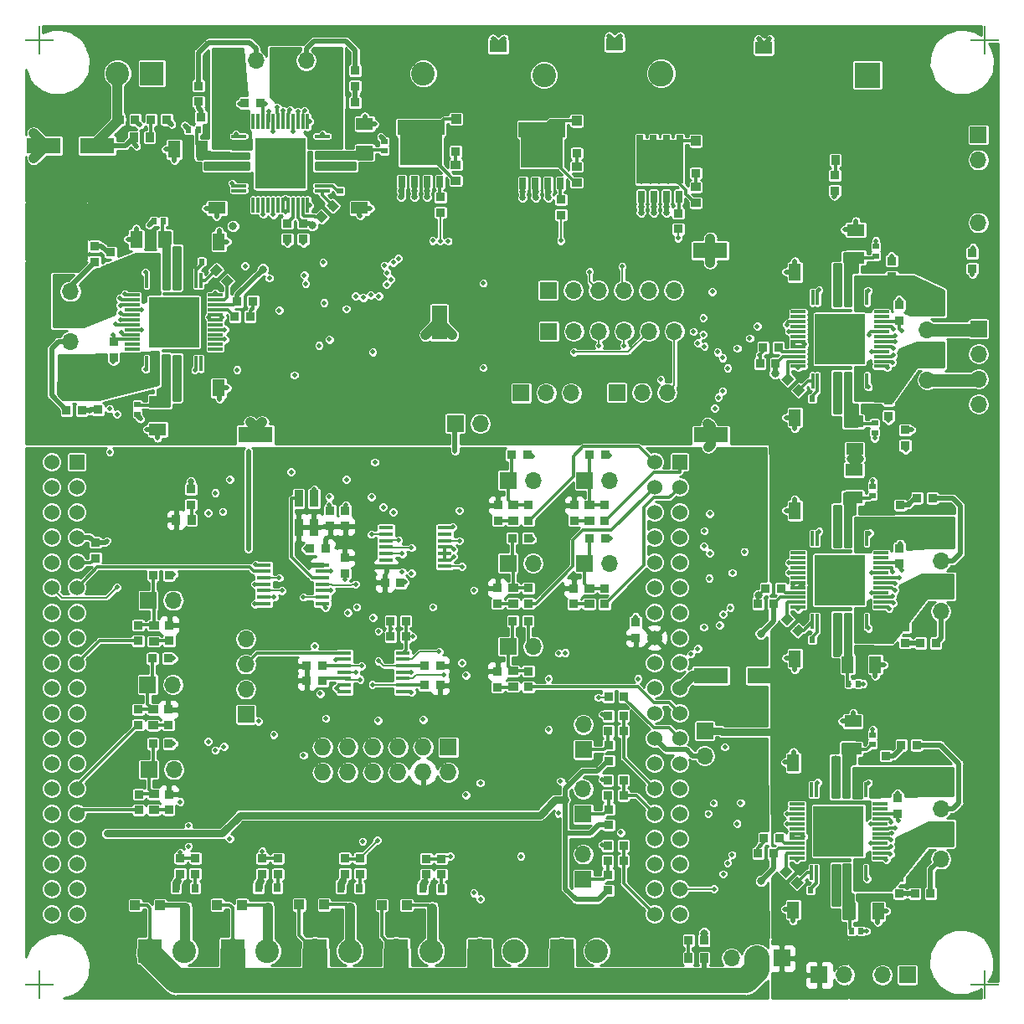
<source format=gtl>
%TF.GenerationSoftware,KiCad,Pcbnew,6.0.0-rc1-unknown-46fddab~66~ubuntu18.04.1*%
%TF.CreationDate,2018-08-18T22:30:24-07:00*%
%TF.ProjectId,PrntrBoardV1,50726E7472426F61726456312E6B6963,rev?*%
%TF.SameCoordinates,PX1303eb8PY7093f24*%
%TF.FileFunction,Copper,L1,Top,Mixed*%
%TF.FilePolarity,Positive*%
%FSLAX46Y46*%
G04 Gerber Fmt 4.6, Leading zero omitted, Abs format (unit mm)*
G04 Created by KiCad (PCBNEW 6.0.0-rc1-unknown-46fddab~66~ubuntu18.04.1) date Sat Aug 18 22:30:24 2018*
%MOMM*%
%LPD*%
G01*
G04 APERTURE LIST*
%ADD10R,0.640000X0.590000*%
%ADD11R,0.590000X0.640000*%
%ADD12R,0.875000X0.950000*%
%ADD13C,0.875000*%
%ADD14C,0.100000*%
%ADD15R,0.950000X0.875000*%
%ADD16R,1.250000X1.750000*%
%ADD17R,1.750000X1.250000*%
%ADD18O,1.727200X1.727200*%
%ADD19R,1.727200X1.727200*%
%ADD20R,3.000000X0.127000*%
%ADD21R,0.127000X3.000000*%
%ADD22O,1.700000X1.700000*%
%ADD23R,1.700000X1.700000*%
%ADD24R,0.900000X1.750000*%
%ADD25C,1.524000*%
%ADD26R,1.524000X1.524000*%
%ADD27R,4.700000X4.500000*%
%ADD28R,0.700000X0.500000*%
%ADD29R,0.650000X1.200000*%
%ADD30R,0.820000X1.000000*%
%ADD31R,1.000000X1.000000*%
%ADD32R,1.500000X0.300000*%
%ADD33R,0.300000X1.500000*%
%ADD34R,5.100000X5.100000*%
%ADD35R,3.500000X1.600000*%
%ADD36R,1.000000X0.820000*%
%ADD37R,2.600000X2.600000*%
%ADD38C,2.600000*%
%ADD39R,2.400000X2.400000*%
%ADD40C,2.400000*%
%ADD41R,1.600000X3.500000*%
%ADD42R,1.450000X0.450000*%
%ADD43R,0.800000X0.900000*%
%ADD44R,0.700000X1.150000*%
%ADD45R,4.700000X1.550000*%
%ADD46R,4.200000X3.300000*%
%ADD47C,0.635000*%
%ADD48C,0.508000*%
%ADD49C,0.838200*%
%ADD50C,0.750000*%
%ADD51C,1.000000*%
%ADD52C,0.300000*%
%ADD53C,0.500000*%
%ADD54C,2.540000*%
%ADD55C,0.203200*%
%ADD56C,1.270000*%
%ADD57C,0.254000*%
G04 APERTURE END LIST*
D10*
X86360000Y76405500D03*
X86360000Y75435500D03*
D11*
X17206000Y74866500D03*
X18176000Y74866500D03*
D10*
X36631800Y87050700D03*
X36631800Y86080700D03*
D11*
X80736400Y11315700D03*
X79766400Y11315700D03*
X16855600Y88204100D03*
X17825600Y88204100D03*
D10*
X11658600Y60429100D03*
X11658600Y59459100D03*
X86233000Y57579500D03*
X86233000Y58549500D03*
D11*
X83906400Y7200900D03*
X84876400Y7200900D03*
X79918800Y61048900D03*
X80888800Y61048900D03*
X14308500Y78946500D03*
X13338500Y78946500D03*
D10*
X86029800Y52135900D03*
X86029800Y51165900D03*
X86029800Y26057900D03*
X86029800Y27027900D03*
D11*
X79944000Y36664900D03*
X80914000Y36664900D03*
X83601600Y32194500D03*
X84571600Y32194500D03*
D10*
X32161400Y82016700D03*
X32161400Y82986700D03*
D12*
X38290500Y42418000D03*
X36715500Y42418000D03*
D13*
X31428662Y80537162D03*
D14*
G36*
X31402145Y81182397D02*
X32073897Y80510645D01*
X31455179Y79891927D01*
X30783427Y80563679D01*
X31402145Y81182397D01*
X31402145Y81182397D01*
G37*
D13*
X30314968Y79423468D03*
D14*
G36*
X30288451Y80068703D02*
X30960203Y79396951D01*
X30341485Y78778233D01*
X29669733Y79449985D01*
X30288451Y80068703D01*
X30288451Y80068703D01*
G37*
D12*
X59259100Y15819700D03*
X60834100Y15819700D03*
X9873500Y89246500D03*
X11448500Y89246500D03*
D15*
X89317500Y37899500D03*
X89317500Y36324500D03*
D12*
X49619000Y38546000D03*
X51194000Y38546000D03*
D15*
X26811000Y78734000D03*
X26811000Y77159000D03*
X87957800Y74940400D03*
X87957800Y73365400D03*
D12*
X76517700Y66179700D03*
X74942700Y66179700D03*
D13*
X78553362Y61870538D03*
D14*
G36*
X79198597Y61897055D02*
X78526845Y61225303D01*
X77908127Y61844021D01*
X78579879Y62515773D01*
X79198597Y61897055D01*
X79198597Y61897055D01*
G37*
D13*
X77439668Y62984232D03*
D14*
G36*
X78084903Y63010749D02*
X77413151Y62338997D01*
X76794433Y62957715D01*
X77466185Y63629467D01*
X78084903Y63010749D01*
X78084903Y63010749D01*
G37*
D15*
X31178500Y49708000D03*
X31178500Y48133000D03*
X62061000Y36846500D03*
X62061000Y38421500D03*
X7411000Y44896500D03*
X7411000Y46471500D03*
D12*
X38848500Y38546500D03*
X37273500Y38546500D03*
D15*
X88835000Y48687800D03*
X88835000Y50262800D03*
X7373500Y76434000D03*
X7373500Y74859000D03*
D12*
X4506500Y59846500D03*
X6081500Y59846500D03*
X23101300Y69329300D03*
X21526300Y69329300D03*
X14859500Y43189000D03*
X13284500Y43189000D03*
X60859500Y28938800D03*
X59284500Y28938800D03*
X92445500Y36293900D03*
X90870500Y36293900D03*
D15*
X88561000Y19059000D03*
X88561000Y20634000D03*
D12*
X91889100Y10948700D03*
X90314100Y10948700D03*
X88911000Y25996500D03*
X90486000Y25996500D03*
X51181500Y46928000D03*
X49606500Y46928000D03*
X57404300Y55360800D03*
X58979300Y55360800D03*
X76009700Y40271700D03*
X74434700Y40271700D03*
D15*
X88761000Y44323000D03*
X88761000Y45898000D03*
X32661000Y43346500D03*
X32661000Y44921500D03*
X88742500Y10980500D03*
X88742500Y12555500D03*
X17861000Y92646500D03*
X17861000Y91071500D03*
X32711000Y48121500D03*
X32711000Y49696500D03*
D12*
X76771700Y41846500D03*
X75196700Y41846500D03*
D15*
X33724400Y92618200D03*
X33724400Y94193200D03*
D12*
X32123500Y90971500D03*
X33698500Y90971500D03*
D13*
X78502562Y37588138D03*
D14*
G36*
X79147797Y37614655D02*
X78476045Y36942903D01*
X77857327Y37561621D01*
X78529079Y38233373D01*
X79147797Y37614655D01*
X79147797Y37614655D01*
G37*
D13*
X77388868Y38701832D03*
D14*
G36*
X78034103Y38728349D02*
X77362351Y38056597D01*
X76743633Y38675315D01*
X77415385Y39347067D01*
X78034103Y38728349D01*
X78034103Y38728349D01*
G37*
D12*
X59259100Y22449100D03*
X60834100Y22449100D03*
D15*
X87366400Y24893400D03*
X87366400Y23318400D03*
D12*
X76009700Y15024100D03*
X74434700Y15024100D03*
X38854000Y36993500D03*
X37279000Y36993500D03*
X29146500Y45847000D03*
X30721500Y45847000D03*
X23368000Y70866000D03*
X21793000Y70866000D03*
D15*
X9271000Y65214500D03*
X9271000Y66789500D03*
D13*
X19641968Y74020532D03*
D14*
G36*
X18996733Y73994015D02*
X19668485Y74665767D01*
X20287203Y74047049D01*
X19615451Y73375297D01*
X18996733Y73994015D01*
X18996733Y73994015D01*
G37*
D13*
X20755662Y72906838D03*
D14*
G36*
X20110427Y72880321D02*
X20782179Y73552073D01*
X21400897Y72933355D01*
X20729145Y72261603D01*
X20110427Y72880321D01*
X20110427Y72880321D01*
G37*
D15*
X7671400Y61469400D03*
X7671400Y59894400D03*
D12*
X18119100Y89472900D03*
X19694100Y89472900D03*
X92086000Y50971500D03*
X90511000Y50971500D03*
D15*
X8936000Y75829500D03*
X8936000Y74254500D03*
D12*
X51105100Y55335400D03*
X49530100Y55335400D03*
X13208500Y34743500D03*
X14783500Y34743500D03*
X76619300Y16548100D03*
X75044300Y16548100D03*
X74663100Y64554100D03*
X76238100Y64554100D03*
D13*
X77287268Y13200232D03*
D14*
G36*
X77932503Y13226749D02*
X77260751Y12554997D01*
X76642033Y13173715D01*
X77313785Y13845467D01*
X77932503Y13226749D01*
X77932503Y13226749D01*
G37*
D13*
X78400962Y12086538D03*
D14*
G36*
X79046197Y12113055D02*
X78374445Y11441303D01*
X77755727Y12060021D01*
X78427479Y12731773D01*
X79046197Y12113055D01*
X79046197Y12113055D01*
G37*
D15*
X88711000Y68909000D03*
X88711000Y70484000D03*
X87651000Y60845000D03*
X87651000Y59270000D03*
X89336000Y56284000D03*
X89336000Y57859000D03*
X96136000Y74159000D03*
X96136000Y75734000D03*
D12*
X13272000Y26107500D03*
X14847000Y26107500D03*
X58992000Y46928000D03*
X57417000Y46928000D03*
D15*
X28461000Y77159000D03*
X28461000Y78734000D03*
D12*
X22547500Y90896500D03*
X24122500Y90896500D03*
D16*
X19901000Y62106500D03*
X17101000Y62106500D03*
X17124200Y76898500D03*
X19924200Y76898500D03*
X78018200Y24196500D03*
X80818200Y24196500D03*
X80970600Y34734500D03*
X78170600Y34734500D03*
X78170600Y73796500D03*
X80970600Y73796500D03*
D17*
X19715400Y83094100D03*
X19715400Y80294100D03*
D16*
X78178200Y59118500D03*
X80978200Y59118500D03*
D17*
X34142600Y83094100D03*
X34142600Y80294100D03*
X59928000Y96859700D03*
X59928000Y94059700D03*
D16*
X80818200Y9334500D03*
X78018200Y9334500D03*
X78170600Y49696500D03*
X80970600Y49696500D03*
D17*
X75011800Y93722900D03*
X75011800Y96522900D03*
X48158000Y96660100D03*
X48158000Y93860100D03*
D15*
X51211000Y50246500D03*
X51211000Y48671500D03*
X17104400Y51865400D03*
X17104400Y50290400D03*
D12*
X68999100Y6261100D03*
X67424100Y6261100D03*
D15*
X55811000Y41834000D03*
X55811000Y40259000D03*
X58911000Y41835500D03*
X58911000Y40260500D03*
X11811000Y19421500D03*
X11811000Y20996500D03*
D12*
X14648500Y89246500D03*
X13073500Y89246500D03*
D15*
X82194400Y83604200D03*
X82194400Y82029200D03*
D12*
X30398500Y32496500D03*
X28823500Y32496500D03*
X42298500Y33996500D03*
X40723500Y33996500D03*
D15*
X48161000Y48671500D03*
X48161000Y50246500D03*
X11748000Y28025000D03*
X11748000Y29600000D03*
X51211000Y33453500D03*
X51211000Y31878500D03*
X59348200Y17915200D03*
X59348200Y19490200D03*
D12*
X59259100Y20925100D03*
X60834100Y20925100D03*
D15*
X66344800Y79756000D03*
X66344800Y78181000D03*
X42316400Y79832000D03*
X42316400Y81407000D03*
X43891200Y87604600D03*
X43891200Y86029600D03*
X59297400Y12860800D03*
X59297400Y11285800D03*
D12*
X60834100Y14295700D03*
X59259100Y14295700D03*
D15*
X14859500Y19440000D03*
X14859500Y21015000D03*
X40894500Y14496500D03*
X40894500Y12921500D03*
X48111000Y31859000D03*
X48111000Y33434000D03*
X59322800Y24404900D03*
X59322800Y25979900D03*
X42411000Y14496500D03*
X42411000Y12921500D03*
X24294000Y14529000D03*
X24294000Y12954000D03*
X25881500Y14529000D03*
X25881500Y12954000D03*
X32661000Y14546500D03*
X32661000Y12971500D03*
X16039000Y12971500D03*
X16039000Y14546500D03*
X14796000Y29596500D03*
X14796000Y28021500D03*
D12*
X59323500Y30846500D03*
X60898500Y30846500D03*
D15*
X11748000Y36521500D03*
X11748000Y38096500D03*
X14923000Y36534000D03*
X14923000Y38109000D03*
D12*
X60859500Y27414800D03*
X59284500Y27414800D03*
D15*
X54511000Y79596500D03*
X54511000Y81171500D03*
X56095900Y87427000D03*
X56095900Y85852000D03*
X51211000Y41871500D03*
X51211000Y40296500D03*
D12*
X28823500Y33996500D03*
X30398500Y33996500D03*
X40723500Y32046500D03*
X42298500Y32046500D03*
D15*
X17561000Y12971500D03*
X17561000Y14546500D03*
X48111000Y40309000D03*
X48111000Y41884000D03*
X58961000Y48671500D03*
X58961000Y50246500D03*
X55861000Y48671500D03*
X55861000Y50246500D03*
X34200000Y12971500D03*
X34200000Y14546500D03*
X68148200Y83820000D03*
X68148200Y85395000D03*
D17*
X34650600Y85998900D03*
X34650600Y88798900D03*
X13741400Y57914100D03*
X13741400Y60714100D03*
D16*
X14381000Y77101700D03*
X11581000Y77101700D03*
D17*
X84048600Y28405300D03*
X84048600Y25605300D03*
D16*
X83773800Y9182100D03*
X86573800Y9182100D03*
D17*
X84150200Y53820500D03*
X84150200Y51020500D03*
D16*
X83504600Y34124900D03*
X86304600Y34124900D03*
D17*
X84328000Y78077500D03*
X84328000Y75277500D03*
X84201000Y58707500D03*
X84201000Y55907500D03*
D16*
X15412200Y86222900D03*
X18212200Y86222900D03*
D18*
X30416500Y23241000D03*
X30416500Y25781000D03*
X32956500Y23241000D03*
X32956500Y25781000D03*
X35496500Y23241000D03*
X35496500Y25781000D03*
X38036500Y23241000D03*
X38036500Y25781000D03*
X40576500Y23241000D03*
X40576500Y25781000D03*
X43116500Y23241000D03*
D19*
X43116500Y25781000D03*
D20*
X97336000Y97296500D03*
D21*
X97336000Y97296500D03*
D20*
X97336000Y1746500D03*
D21*
X97336000Y1746500D03*
D20*
X1786000Y97296500D03*
D21*
X1786000Y97296500D03*
D20*
X1786000Y1746500D03*
D21*
X1786000Y1746500D03*
D22*
X96710500Y78803500D03*
D23*
X96710500Y81343500D03*
D22*
X83161000Y2746500D03*
D23*
X80621000Y2746500D03*
D22*
X87021000Y2746500D03*
D23*
X89561000Y2746500D03*
D22*
X96710500Y85153500D03*
D23*
X96710500Y87693500D03*
D24*
X29540500Y48016500D03*
X29540500Y50916500D03*
X27990500Y50916500D03*
X27990500Y48016500D03*
D25*
X63981000Y54616500D03*
X63981000Y52076500D03*
X63981000Y49536500D03*
X63981000Y46996500D03*
X63981000Y44456500D03*
X63981000Y41916500D03*
X63981000Y39376500D03*
X63981000Y36836500D03*
X63981000Y34296500D03*
X63981000Y31756500D03*
X63981000Y29216500D03*
X63981000Y26676500D03*
X63981000Y24136500D03*
X63981000Y21596500D03*
X63981000Y19056500D03*
X63981000Y16516500D03*
X63981000Y13976500D03*
X63981000Y11436500D03*
D26*
X66521000Y54616500D03*
D25*
X66521000Y52076500D03*
X66521000Y49536500D03*
X66521000Y46996500D03*
X66521000Y44456500D03*
X66521000Y41916500D03*
X66521000Y39376500D03*
X66521000Y36836500D03*
X66521000Y34296500D03*
X66521000Y31756500D03*
X66521000Y29216500D03*
X66521000Y26676500D03*
X66521000Y24136500D03*
X66521000Y21596500D03*
X66521000Y19056500D03*
X66521000Y16516500D03*
X66521000Y13976500D03*
X66521000Y11436500D03*
D26*
X5561000Y54616500D03*
D25*
X5561000Y52076500D03*
X5561000Y49536500D03*
X5561000Y46996500D03*
X5561000Y44456500D03*
X5561000Y41916500D03*
X5561000Y39376500D03*
X5561000Y36836500D03*
X5561000Y34296500D03*
X5561000Y31756500D03*
X5561000Y29216500D03*
X5561000Y26676500D03*
X5561000Y24136500D03*
X5561000Y21596500D03*
X5561000Y19056500D03*
X5561000Y16516500D03*
X5561000Y13976500D03*
X5561000Y11436500D03*
X3021000Y54616500D03*
X3021000Y52076500D03*
X3021000Y49536500D03*
X3021000Y46996500D03*
X3021000Y44456500D03*
X3021000Y41916500D03*
X3021000Y39376500D03*
X3021000Y36836500D03*
X3021000Y34296500D03*
X3021000Y31756500D03*
X3021000Y29216500D03*
X3021000Y26676500D03*
X3021000Y24136500D03*
X3021000Y21596500D03*
X3021000Y19056500D03*
X3021000Y16516500D03*
X3021000Y13976500D03*
X3021000Y11436500D03*
X5561000Y8896500D03*
X3021000Y8896500D03*
X63981000Y8896500D03*
X66521000Y8896500D03*
D27*
X64516000Y84950300D03*
D28*
X62516000Y87450300D03*
X63851000Y87450300D03*
X65181000Y87450300D03*
X66516000Y87450300D03*
D29*
X62611000Y81450300D03*
X63881000Y81450300D03*
X65151000Y81450300D03*
X66421000Y81450300D03*
D22*
X55549800Y61582300D03*
X53009800Y61582300D03*
D23*
X50469800Y61582300D03*
D22*
X65252600Y61633100D03*
X62712600Y61633100D03*
D23*
X60172600Y61633100D03*
D22*
X65963800Y67830700D03*
X63423800Y67830700D03*
X60883800Y67830700D03*
X58343800Y67830700D03*
X55803800Y67830700D03*
D23*
X53263800Y67830700D03*
D22*
X65913000Y71970900D03*
X63373000Y71970900D03*
X60833000Y71970900D03*
X58293000Y71970900D03*
X55753000Y71970900D03*
D23*
X53213000Y71970900D03*
D30*
X17180400Y48753900D03*
X15580400Y48753900D03*
X82257800Y85128100D03*
X80657800Y85128100D03*
X12911000Y87446500D03*
X11311000Y87446500D03*
X67411800Y4457700D03*
X69011800Y4457700D03*
D31*
X68137400Y87083900D03*
X70637400Y87083900D03*
X43911000Y89296500D03*
X46411000Y89296500D03*
X56111000Y89115900D03*
X58611000Y89115900D03*
X13961000Y9796500D03*
X11461000Y9796500D03*
X30561000Y9846500D03*
X28061000Y9846500D03*
X22261000Y9842500D03*
X19761000Y9842500D03*
X38911000Y9796500D03*
X36411000Y9796500D03*
D22*
X46361000Y58496500D03*
D23*
X43821000Y58496500D03*
D22*
X69061000Y24896500D03*
D23*
X69061000Y27436500D03*
D32*
X86765599Y14539200D03*
X86765599Y15039200D03*
X86765599Y15539200D03*
X86765599Y16039200D03*
X86765599Y16539200D03*
X86765599Y17039200D03*
X86765599Y17539200D03*
X86765599Y18039200D03*
X86765599Y18539200D03*
X86765599Y19039200D03*
X86765599Y19539200D03*
X86765599Y20039200D03*
D33*
X85315599Y21489200D03*
X84315599Y21489200D03*
X83315599Y21489200D03*
X82315599Y21489200D03*
X81315599Y21489200D03*
X80315599Y21489200D03*
X79815599Y21489200D03*
D32*
X78365599Y20039200D03*
X78365599Y19539200D03*
X78365599Y19039200D03*
X78365599Y18539200D03*
X78365599Y18039200D03*
X78365599Y17539200D03*
X78365599Y17039200D03*
X78365599Y16539200D03*
X78365599Y16039200D03*
X78365599Y15539200D03*
X78365599Y15039200D03*
X78365599Y14539200D03*
D33*
X79815599Y13089200D03*
X80315599Y13089200D03*
X80815599Y13089200D03*
X81315599Y13089200D03*
X82315599Y13089200D03*
X83315599Y13089200D03*
X84315599Y13089200D03*
X85315599Y13089200D03*
D34*
X82565599Y17289200D03*
D32*
X11167201Y71499800D03*
X11167201Y70999800D03*
X11167201Y70499800D03*
X11167201Y69999800D03*
X11167201Y69499800D03*
X11167201Y68999800D03*
X11167201Y68499800D03*
X11167201Y67999800D03*
X11167201Y67499800D03*
X11167201Y66999800D03*
X11167201Y66499800D03*
X11167201Y65999800D03*
D33*
X12617201Y64549800D03*
X13617201Y64549800D03*
X14617201Y64549800D03*
X15617201Y64549800D03*
X16617201Y64549800D03*
X17617201Y64549800D03*
X18117201Y64549800D03*
D32*
X19567201Y65999800D03*
X19567201Y66499800D03*
X19567201Y66999800D03*
X19567201Y67499800D03*
X19567201Y67999800D03*
X19567201Y68499800D03*
X19567201Y68999800D03*
X19567201Y69499800D03*
X19567201Y69999800D03*
X19567201Y70499800D03*
X19567201Y70999800D03*
X19567201Y71499800D03*
D33*
X18117201Y72949800D03*
X17617201Y72949800D03*
X17117201Y72949800D03*
X16617201Y72949800D03*
X15617201Y72949800D03*
X14617201Y72949800D03*
X13617201Y72949800D03*
X12617201Y72949800D03*
D34*
X15367201Y68749800D03*
D32*
X86904399Y39919200D03*
X86904399Y40419200D03*
X86904399Y40919200D03*
X86904399Y41419200D03*
X86904399Y41919200D03*
X86904399Y42419200D03*
X86904399Y42919200D03*
X86904399Y43419200D03*
X86904399Y43919200D03*
X86904399Y44419200D03*
X86904399Y44919200D03*
X86904399Y45419200D03*
D33*
X85454399Y46869200D03*
X84454399Y46869200D03*
X83454399Y46869200D03*
X82454399Y46869200D03*
X81454399Y46869200D03*
X80454399Y46869200D03*
X79954399Y46869200D03*
D32*
X78504399Y45419200D03*
X78504399Y44919200D03*
X78504399Y44419200D03*
X78504399Y43919200D03*
X78504399Y43419200D03*
X78504399Y42919200D03*
X78504399Y42419200D03*
X78504399Y41919200D03*
X78504399Y41419200D03*
X78504399Y40919200D03*
X78504399Y40419200D03*
X78504399Y39919200D03*
D33*
X79954399Y38469200D03*
X80454399Y38469200D03*
X80954399Y38469200D03*
X81454399Y38469200D03*
X82454399Y38469200D03*
X83454399Y38469200D03*
X84454399Y38469200D03*
X85454399Y38469200D03*
D34*
X82704399Y42669200D03*
D32*
X86917999Y64292000D03*
X86917999Y64792000D03*
X86917999Y65292000D03*
X86917999Y65792000D03*
X86917999Y66292000D03*
X86917999Y66792000D03*
X86917999Y67292000D03*
X86917999Y67792000D03*
X86917999Y68292000D03*
X86917999Y68792000D03*
X86917999Y69292000D03*
X86917999Y69792000D03*
D33*
X85467999Y71242000D03*
X84467999Y71242000D03*
X83467999Y71242000D03*
X82467999Y71242000D03*
X81467999Y71242000D03*
X80467999Y71242000D03*
X79967999Y71242000D03*
D32*
X78517999Y69792000D03*
X78517999Y69292000D03*
X78517999Y68792000D03*
X78517999Y68292000D03*
X78517999Y67792000D03*
X78517999Y67292000D03*
X78517999Y66792000D03*
X78517999Y66292000D03*
X78517999Y65792000D03*
X78517999Y65292000D03*
X78517999Y64792000D03*
X78517999Y64292000D03*
D33*
X79967999Y62842000D03*
X80467999Y62842000D03*
X80967999Y62842000D03*
X81467999Y62842000D03*
X82467999Y62842000D03*
X83467999Y62842000D03*
X84467999Y62842000D03*
X85467999Y62842000D03*
D34*
X82717999Y67042000D03*
D33*
X28907100Y89011099D03*
X28407100Y89011099D03*
X27907100Y89011099D03*
X27407100Y89011099D03*
X26907100Y89011099D03*
X26407100Y89011099D03*
X25907100Y89011099D03*
X25407100Y89011099D03*
X24907100Y89011099D03*
X24407100Y89011099D03*
X23907100Y89011099D03*
X23407100Y89011099D03*
D32*
X21957100Y87561099D03*
X21957100Y86561099D03*
X21957100Y85561099D03*
X21957100Y84561099D03*
X21957100Y83561099D03*
X21957100Y82561099D03*
X21957100Y82061099D03*
D33*
X23407100Y80611099D03*
X23907100Y80611099D03*
X24407100Y80611099D03*
X24907100Y80611099D03*
X25407100Y80611099D03*
X25907100Y80611099D03*
X26407100Y80611099D03*
X26907100Y80611099D03*
X27407100Y80611099D03*
X27907100Y80611099D03*
X28407100Y80611099D03*
X28907100Y80611099D03*
D32*
X30357100Y82061099D03*
X30357100Y82561099D03*
X30357100Y83061099D03*
X30357100Y83561099D03*
X30357100Y84561099D03*
X30357100Y85561099D03*
X30357100Y86561099D03*
X30357100Y87561099D03*
D34*
X26157100Y84811099D03*
D35*
X2211000Y86596500D03*
X7611000Y86596500D03*
D36*
X43891200Y83070700D03*
X43891200Y84670700D03*
X13335500Y38096500D03*
X13335500Y36496500D03*
X68148200Y80810300D03*
X68148200Y82410300D03*
X49670000Y41911500D03*
X49670000Y40311500D03*
X57411000Y50296500D03*
X57411000Y48696500D03*
X13272000Y29574500D03*
X13272000Y27974500D03*
X49670000Y50280600D03*
X49670000Y48680600D03*
X13335500Y21027500D03*
X13335500Y19427500D03*
X57361000Y41846500D03*
X57361000Y40246500D03*
X49670000Y33478500D03*
X49670000Y31878500D03*
X56095900Y82867500D03*
X56095900Y84467500D03*
D37*
X85496400Y93738700D03*
D38*
X80416400Y93738700D03*
D37*
X69710300Y93916500D03*
D38*
X64630300Y93916500D03*
D39*
X44094400Y93891100D03*
D40*
X40594400Y93891100D03*
D39*
X56299100Y93738700D03*
D40*
X52799100Y93738700D03*
D39*
X12965600Y5168900D03*
D40*
X16465600Y5168900D03*
D39*
X46296500Y5157000D03*
D40*
X49796500Y5157000D03*
D39*
X54622500Y5157000D03*
D40*
X58122500Y5157000D03*
D39*
X37884600Y5157000D03*
D40*
X41384600Y5157000D03*
D39*
X21333699Y5165600D03*
D40*
X24833699Y5165600D03*
D39*
X13161000Y93916500D03*
D40*
X9661000Y93916500D03*
D39*
X29666100Y5168900D03*
D40*
X33166100Y5168900D03*
D35*
X69586000Y75996500D03*
X74986000Y75996500D03*
X23621000Y57406500D03*
X18221000Y57406500D03*
X69711000Y33021500D03*
X75111000Y33021500D03*
D41*
X42211000Y68696500D03*
X42211000Y74096500D03*
D35*
X69661000Y57346500D03*
X75061000Y57346500D03*
D22*
X51702000Y44388000D03*
D23*
X49162000Y44388000D03*
D22*
X51714700Y35967900D03*
D23*
X49174700Y35967900D03*
D22*
X56757400Y21534700D03*
D23*
X56757400Y18994700D03*
D22*
X56757400Y14956100D03*
D23*
X56757400Y12416100D03*
D22*
X59436300Y44362600D03*
D23*
X56896300Y44362600D03*
D22*
X51702000Y52770000D03*
D23*
X49162000Y52770000D03*
D22*
X15278600Y32101900D03*
D23*
X12738600Y32101900D03*
D22*
X59474400Y52770000D03*
D23*
X56934400Y52770000D03*
D22*
X56782800Y28075200D03*
D23*
X56782800Y25535200D03*
D22*
X15316700Y40623600D03*
D23*
X12776700Y40623600D03*
D22*
X15392900Y23516700D03*
D23*
X12852900Y23516700D03*
D22*
X71755000Y4445000D03*
X74295000Y4445000D03*
D23*
X76835000Y4445000D03*
D22*
X92938600Y39509700D03*
X92938600Y42049700D03*
X92938600Y44589700D03*
D23*
X92938600Y47129700D03*
D22*
X91561000Y62906500D03*
X91561000Y65446500D03*
X91561000Y67986500D03*
D23*
X91561000Y70526500D03*
D22*
X96761000Y60456500D03*
X96761000Y62996500D03*
X96761000Y65536500D03*
D23*
X96761000Y68076500D03*
D22*
X92938600Y14465300D03*
X92938600Y17005300D03*
X92938600Y19545300D03*
D23*
X92938600Y22085300D03*
D22*
X4905800Y71864900D03*
X4905800Y69324900D03*
X4905800Y66784900D03*
D23*
X4905800Y64244900D03*
D22*
X22661000Y36716500D03*
X22661000Y34176500D03*
X22661000Y31636500D03*
D23*
X22661000Y29096500D03*
D22*
X28757800Y95214500D03*
X26217800Y95214500D03*
X23677800Y95214500D03*
D23*
X21137800Y95214500D03*
D42*
X36836699Y44061100D03*
X36836699Y44711100D03*
X36836699Y45361100D03*
X36836699Y46011100D03*
X36836699Y46661100D03*
X36836699Y47311100D03*
X36836699Y47961100D03*
X42736699Y47961100D03*
X42736699Y47311100D03*
X42736699Y46661100D03*
X42736699Y46011100D03*
X42736699Y45361100D03*
X42736699Y44711100D03*
X42736699Y44061100D03*
X38534301Y35312900D03*
X38534301Y34662900D03*
X38534301Y34012900D03*
X38534301Y33362900D03*
X38534301Y32712900D03*
X38534301Y32062900D03*
X38534301Y31412900D03*
X32634301Y31412900D03*
X32634301Y32062900D03*
X32634301Y32712900D03*
X32634301Y33362900D03*
X32634301Y34012900D03*
X32634301Y34662900D03*
X32634301Y35312900D03*
X30373901Y44203600D03*
X30373901Y43553600D03*
X30373901Y42903600D03*
X30373901Y42253600D03*
X30373901Y41603600D03*
X30373901Y40953600D03*
X30373901Y40303600D03*
X24473901Y40303600D03*
X24473901Y40953600D03*
X24473901Y41603600D03*
X24473901Y42253600D03*
X24473901Y42903600D03*
X24473901Y43553600D03*
X24473901Y44203600D03*
D43*
X34134000Y11525000D03*
X32234000Y11525000D03*
X33184000Y9525000D03*
X25818000Y11557000D03*
X23918000Y11557000D03*
X24868000Y9557000D03*
X17497000Y11525000D03*
X15597000Y11525000D03*
X16547000Y9525000D03*
X42416000Y11475000D03*
X40516000Y11475000D03*
X41466000Y9475000D03*
D44*
X39704700Y82975871D03*
X38434700Y82975871D03*
X40984700Y82975871D03*
D45*
X40344700Y88445871D03*
D46*
X40344700Y86245871D03*
D44*
X42254700Y82975871D03*
X51909400Y82770271D03*
X50639400Y82770271D03*
X53189400Y82770271D03*
D45*
X52549400Y88240271D03*
D46*
X52549400Y86040271D03*
D44*
X54459400Y82770271D03*
D47*
X39511000Y85296500D03*
X42061000Y85296500D03*
X40361000Y85296500D03*
X41211000Y85296500D03*
X38661000Y85296500D03*
X39511000Y86146500D03*
X42061000Y86146500D03*
X40361000Y86146500D03*
X41211000Y86146500D03*
X38661000Y86146500D03*
X39511000Y86996500D03*
X42061000Y86996500D03*
X40361000Y86996500D03*
X41211000Y86996500D03*
X38661000Y86996500D03*
X39511000Y87846500D03*
X42061000Y87846500D03*
X40361000Y87846500D03*
X41211000Y87846500D03*
X38661000Y87846500D03*
X42061000Y88696500D03*
X41211000Y88696500D03*
X40361000Y88696500D03*
X39511000Y88696500D03*
X38661000Y88696500D03*
D48*
X96186000Y76296500D03*
X86061000Y27559000D03*
X89536000Y10921500D03*
D49*
X69011000Y6946500D03*
D47*
X17361000Y67496500D03*
X14961000Y66696500D03*
X16561000Y69096500D03*
X14961000Y69946500D03*
X13361000Y70796500D03*
X15761000Y67496500D03*
X14961000Y70796500D03*
X15761000Y66696500D03*
X14161000Y69946500D03*
X14161000Y70796500D03*
X13361000Y68296500D03*
X17361000Y70796500D03*
X14961000Y68296500D03*
X14161000Y68296500D03*
X15761000Y70796500D03*
X16561000Y70796500D03*
X17361000Y68296500D03*
X15761000Y68296500D03*
X16561000Y68296500D03*
X13361000Y69096500D03*
X17361000Y66696500D03*
X17361000Y69096500D03*
X16561000Y69946500D03*
X13361000Y67496500D03*
X17361000Y69946500D03*
X14961000Y69096500D03*
X15761000Y69096500D03*
X16561000Y67496500D03*
X16561000Y66696500D03*
X15761000Y69946500D03*
X14961000Y67496500D03*
X13361000Y69946500D03*
X14161000Y69096500D03*
X13361000Y66696500D03*
X14161000Y67496500D03*
X14161000Y66696500D03*
X28161000Y83596500D03*
X25761000Y82796500D03*
X27361000Y85196500D03*
X25761000Y86046500D03*
X24161000Y86896500D03*
X26561000Y83596500D03*
X25761000Y86896500D03*
X26561000Y82796500D03*
X24961000Y86046500D03*
X24961000Y86896500D03*
X24161000Y84396500D03*
X28161000Y86896500D03*
X25761000Y84396500D03*
X24961000Y84396500D03*
X26561000Y86896500D03*
X27361000Y86896500D03*
X28161000Y84396500D03*
X26561000Y84396500D03*
X27361000Y84396500D03*
X24161000Y85196500D03*
X28161000Y82796500D03*
X28161000Y85196500D03*
X27361000Y86046500D03*
X24161000Y83596500D03*
X28161000Y86046500D03*
X25761000Y85196500D03*
X26561000Y85196500D03*
X27361000Y83596500D03*
X27361000Y82796500D03*
X26561000Y86046500D03*
X25761000Y83596500D03*
X24161000Y86046500D03*
X24961000Y85196500D03*
X24161000Y82796500D03*
X24961000Y83596500D03*
X24961000Y82796500D03*
X84711000Y65846500D03*
X82311000Y65046500D03*
X83911000Y67446500D03*
X82311000Y68296500D03*
X80711000Y69146500D03*
X83111000Y65846500D03*
X82311000Y69146500D03*
X83111000Y65046500D03*
X81511000Y68296500D03*
X81511000Y69146500D03*
X80711000Y66646500D03*
X84711000Y69146500D03*
X82311000Y66646500D03*
X81511000Y66646500D03*
X83111000Y69146500D03*
X83911000Y69146500D03*
X84711000Y66646500D03*
X83111000Y66646500D03*
X83911000Y66646500D03*
X80711000Y67446500D03*
X84711000Y65046500D03*
X84711000Y67446500D03*
X83911000Y68296500D03*
X80711000Y65846500D03*
X84711000Y68296500D03*
X82311000Y67446500D03*
X83111000Y67446500D03*
X83911000Y65846500D03*
X83911000Y65046500D03*
X83111000Y68296500D03*
X82311000Y65846500D03*
X80711000Y68296500D03*
X81511000Y67446500D03*
X80711000Y65046500D03*
X81511000Y65846500D03*
X81511000Y65046500D03*
X84711000Y41446500D03*
X82311000Y40646500D03*
X83911000Y43046500D03*
X82311000Y43896500D03*
X80711000Y44746500D03*
X83111000Y41446500D03*
X82311000Y44746500D03*
X83111000Y40646500D03*
X81511000Y43896500D03*
X81511000Y44746500D03*
X80711000Y42246500D03*
X84711000Y44746500D03*
X82311000Y42246500D03*
X81511000Y42246500D03*
X83111000Y44746500D03*
X83911000Y44746500D03*
X84711000Y42246500D03*
X83111000Y42246500D03*
X83911000Y42246500D03*
X80711000Y43046500D03*
X84711000Y40646500D03*
X84711000Y43046500D03*
X83911000Y43896500D03*
X80711000Y41446500D03*
X84711000Y43896500D03*
X82311000Y43046500D03*
X83111000Y43046500D03*
X83911000Y41446500D03*
X83911000Y40646500D03*
X83111000Y43896500D03*
X82311000Y41446500D03*
X80711000Y43896500D03*
X81511000Y43046500D03*
X80711000Y40646500D03*
X81511000Y41446500D03*
X81511000Y40646500D03*
X80611000Y15296500D03*
X82211000Y15296500D03*
X81411000Y15296500D03*
X84611000Y15296500D03*
X83011000Y15296500D03*
X83811000Y15296500D03*
X80611000Y16096500D03*
X82211000Y16096500D03*
X81411000Y16096500D03*
X84611000Y16096500D03*
X83011000Y16096500D03*
X83811000Y16096500D03*
X80611000Y16896500D03*
X82211000Y16896500D03*
X81411000Y16896500D03*
X84611000Y16896500D03*
X83011000Y16896500D03*
X83811000Y16896500D03*
X80611000Y17696500D03*
X82211000Y17696500D03*
X81411000Y17696500D03*
X84611000Y17696500D03*
X83011000Y17696500D03*
X83811000Y17696500D03*
X80611000Y18546500D03*
X82211000Y18546500D03*
X81411000Y18546500D03*
X84611000Y18546500D03*
X83011000Y18546500D03*
X83811000Y18546500D03*
X84611000Y19396500D03*
X83811000Y19396500D03*
X83011000Y19396500D03*
X82211000Y19396500D03*
X81411000Y19396500D03*
X80611000Y19396500D03*
D48*
X80461000Y22196500D03*
X85611000Y22171500D03*
X78361000Y14396500D03*
X87411000Y14396500D03*
X85461000Y12446500D03*
X85711000Y47421500D03*
X85611000Y62196500D03*
X87511000Y64146500D03*
X78511000Y64146500D03*
X85561000Y71946500D03*
X12511000Y63996500D03*
X17511000Y63896500D03*
X22011000Y90871500D03*
D47*
X53213000Y81978500D03*
X51943000Y81978500D03*
X50661000Y81978500D03*
X65151000Y80454500D03*
X63881000Y80454500D03*
X62611000Y80454500D03*
D48*
X28461000Y76746500D03*
X20764500Y76898500D03*
X19939000Y78041500D03*
X10731500Y77152500D03*
X11557000Y78232000D03*
X20764500Y62103000D03*
X20002500Y60960000D03*
X13716000Y57023000D03*
X12636500Y57912000D03*
X77978000Y8191500D03*
X77152500Y9398000D03*
X86561000Y8064500D03*
X87439500Y9207500D03*
X77152500Y24257000D03*
X78041500Y25336500D03*
X84074000Y29273500D03*
X82931000Y28396500D03*
X78168500Y33591500D03*
X77279500Y34798000D03*
X86296500Y32956500D03*
X87185500Y34099500D03*
X77279500Y49720500D03*
X78168500Y50863500D03*
X84899500Y54927500D03*
X84264500Y54927500D03*
X83629500Y54927500D03*
X78168500Y57975500D03*
X77279500Y59118500D03*
X77279500Y73850500D03*
X78168500Y74930000D03*
X87961000Y75446500D03*
X86361000Y76962000D03*
X84328000Y78994000D03*
X83185000Y78105000D03*
X82161000Y81471500D03*
X74485500Y97409000D03*
X75628500Y97409000D03*
X59372500Y97726500D03*
X60515500Y97726500D03*
X47625000Y97472500D03*
X48768000Y97472500D03*
D47*
X38354000Y82042000D03*
X39711000Y82042000D03*
X40961000Y82042000D03*
D48*
X35687000Y88773000D03*
X34671000Y89598500D03*
X35242500Y80264000D03*
X34226500Y79502000D03*
X26861000Y76696500D03*
X19685000Y79438500D03*
X18605500Y80264000D03*
X11936000Y88671500D03*
X15161000Y88746500D03*
X15430500Y85090000D03*
X14541500Y86233000D03*
X16486000Y88646500D03*
X18036000Y90246500D03*
X36311000Y87496500D03*
D47*
X40957500Y81407000D03*
X39687500Y81407000D03*
X38354000Y81407000D03*
D48*
X88711000Y71046500D03*
X87661000Y58796500D03*
X89386000Y55821500D03*
X74611000Y65446500D03*
X86233000Y57023000D03*
X86042500Y52705000D03*
X89686000Y50321500D03*
X88811000Y46396500D03*
X90111000Y36271500D03*
X85090000Y32194500D03*
X88161000Y24896500D03*
X88561000Y21146500D03*
X85407500Y7175500D03*
X74661000Y15796500D03*
X40761000Y12196500D03*
X32461000Y12246500D03*
X24161000Y12246500D03*
X15761000Y12246500D03*
X59461000Y55296500D03*
X59561000Y46896500D03*
X51661000Y46796500D03*
X51661000Y55196500D03*
X62061000Y38946500D03*
X58711000Y29096500D03*
X58711000Y22496500D03*
X58711000Y15896500D03*
X23661000Y44246500D03*
X23561000Y42246500D03*
X23561000Y40246500D03*
X31261000Y41646500D03*
X32661000Y42746500D03*
X31261000Y43546500D03*
X28661000Y45846500D03*
X29561000Y51846500D03*
X31061000Y50246500D03*
X32761000Y50246500D03*
X38761000Y42446500D03*
X37311000Y37746500D03*
X43561000Y48046500D03*
X43661000Y45746500D03*
X43661000Y45046500D03*
X31811000Y31746500D03*
X39411000Y31346500D03*
X39411000Y33346500D03*
X31711000Y34646500D03*
X15361000Y26146500D03*
X15361000Y34746500D03*
X15361000Y43246500D03*
X12011000Y58971500D03*
X9261000Y64746500D03*
X6861000Y59771500D03*
X8161000Y76346500D03*
X12886000Y78571500D03*
D47*
X62611000Y79819500D03*
X63881000Y79819500D03*
X65151000Y79819500D03*
X50661000Y81343500D03*
X51943000Y81343500D03*
X53213000Y81343500D03*
D48*
X26411000Y90146500D03*
X33711000Y91796500D03*
X21661000Y87746500D03*
X30411000Y87746500D03*
X29111000Y89046500D03*
X29111000Y80546500D03*
X26661000Y79896500D03*
X26661000Y81246500D03*
X21261000Y82796500D03*
X10411000Y71596500D03*
X12511000Y73796500D03*
X19561000Y71696500D03*
X20261000Y69246500D03*
X18911000Y69246500D03*
X9961000Y68996500D03*
X80611000Y71996500D03*
X79161000Y66496500D03*
X78011000Y66496500D03*
X88311000Y66746500D03*
X80611000Y47596500D03*
X79011000Y42196500D03*
X78011000Y42196500D03*
X78511000Y39746500D03*
X88311000Y42346500D03*
X87711000Y39796500D03*
X85611000Y37796500D03*
X79011000Y16746500D03*
X77861000Y16746500D03*
X87961000Y17046500D03*
X23311000Y70096500D03*
D47*
X17081500Y52641500D03*
D49*
X74511000Y41146500D03*
X69361000Y58496500D03*
X69411000Y56146500D03*
X69611000Y77196500D03*
X69611000Y74771500D03*
X24311000Y58621500D03*
X23086000Y58621500D03*
X43511000Y67471500D03*
X40836000Y67471500D03*
X1186000Y87846500D03*
X1211000Y85321500D03*
D47*
X51711000Y88446500D03*
X53411000Y85046500D03*
X54261000Y85896500D03*
X52561000Y86746500D03*
X50861000Y87596500D03*
X54261000Y88446500D03*
X51711000Y87596500D03*
X52561000Y87596500D03*
X50861000Y86746500D03*
X53411000Y87596500D03*
X52561000Y88446500D03*
X53411000Y86746500D03*
X54261000Y87596500D03*
X54261000Y86746500D03*
X51711000Y86746500D03*
X50861000Y85046500D03*
X53411000Y88446500D03*
X52561000Y85046500D03*
X51711000Y85896500D03*
X53411000Y85896500D03*
X50861000Y85896500D03*
X52561000Y85896500D03*
X51711000Y85046500D03*
X50861000Y88446500D03*
X54261000Y85046500D03*
D48*
X39511000Y36946500D03*
X11611000Y86546500D03*
D49*
X74736000Y37271500D03*
X76161000Y63546500D03*
X24386000Y74096500D03*
X21361000Y78471500D03*
X74761000Y12246500D03*
X29362119Y78532772D03*
D47*
X64461000Y86646500D03*
X63561000Y86646500D03*
X62661000Y86646500D03*
X62661000Y85746500D03*
X63561000Y85746500D03*
X64461000Y85746500D03*
X65361000Y85746500D03*
X66261000Y85746500D03*
X66261000Y84846500D03*
X65361000Y84846500D03*
X64461000Y84846500D03*
X63561000Y84846500D03*
X62661000Y84846500D03*
X62661000Y83946500D03*
X63561000Y83946500D03*
X64461000Y83946500D03*
X65361000Y83946500D03*
X66261000Y83946500D03*
X62661000Y83046500D03*
X63561000Y83046500D03*
X64461000Y83046500D03*
X65361000Y83046500D03*
X66261000Y83046500D03*
X66261000Y86646500D03*
X65361000Y86646500D03*
D48*
X24311000Y15246500D03*
X23921733Y28410121D03*
X50461000Y14746500D03*
X43311000Y14746500D03*
X66361000Y77246500D03*
X41561000Y76996500D03*
X41561000Y39946500D03*
X33861000Y39946500D03*
X33761000Y33346500D03*
X8611000Y46646500D03*
X8611000Y17046500D03*
X60561000Y17146500D03*
X35961000Y16346500D03*
X24661000Y90846500D03*
X9261000Y67446500D03*
X88961000Y67846500D03*
X89011000Y43646500D03*
X88661000Y18346500D03*
X74361000Y68346500D03*
D47*
X74161000Y46746500D03*
D48*
X20711000Y55346500D03*
X21761000Y63946500D03*
X22586374Y74437390D03*
D49*
X73486000Y52546500D03*
D48*
X73182631Y21117243D03*
X42311000Y76946500D03*
X42202990Y35446500D03*
X58311000Y30796500D03*
X16011000Y15096500D03*
X16011000Y20246500D03*
X54511000Y76996500D03*
X43111000Y76946500D03*
X42711000Y33046500D03*
X44911000Y33046500D03*
X34361000Y33996500D03*
X44894500Y20955000D03*
X16861000Y15746500D03*
X16861000Y17846500D03*
X87921936Y18196971D03*
X85674411Y67441400D03*
X68361000Y66646500D03*
X68361000Y35746500D03*
X54261000Y19096500D03*
X54944222Y35312489D03*
X88156451Y68051022D03*
X67911000Y67796500D03*
X67661000Y35196500D03*
X54461000Y22346500D03*
X54284537Y35281497D03*
X68961000Y46096500D03*
X68961000Y37909500D03*
X88075904Y43459326D03*
X88011000Y41046500D03*
X88111000Y65396500D03*
X9611000Y59446500D03*
X9611000Y41946500D03*
X22911000Y45796500D03*
X22911000Y55696500D03*
X43811000Y55696500D03*
X85947852Y43419201D03*
X69561000Y45396500D03*
X69561000Y49396500D03*
X10043903Y67689142D03*
X8886000Y59996500D03*
X8886000Y55621500D03*
X87881540Y15712424D03*
X28461000Y40946500D03*
X28466126Y24955490D03*
X24963411Y90042006D03*
X36004148Y28473444D03*
X34545328Y71230828D03*
X12123749Y67999801D03*
X30161000Y31196500D03*
X30052990Y66396500D03*
X36061000Y37496500D03*
X36061000Y34504510D03*
X35461000Y32096500D03*
X35511000Y38861990D03*
X27900058Y90047374D03*
X37561000Y74796500D03*
X37561000Y49546500D03*
X20320000Y49593500D03*
X20440286Y25844490D03*
X9961000Y70446500D03*
X32811000Y70096500D03*
X32811000Y52846500D03*
X21018500Y52832000D03*
X21018500Y16510000D03*
X25407099Y88054551D03*
X35711000Y54596500D03*
X36104120Y71374000D03*
X25811000Y90496500D03*
X9461000Y68546500D03*
X88320027Y67411188D03*
X88711000Y42896500D03*
X73061000Y45546500D03*
X72674621Y20146500D03*
X73592527Y67122651D03*
X55811000Y65746500D03*
X68911000Y67496500D03*
X68911000Y69196500D03*
X70011000Y11446500D03*
X69948991Y20121514D03*
X88268224Y17634629D03*
X35486000Y65740890D03*
X35276256Y71483429D03*
X44511000Y44046500D03*
X44511000Y34296500D03*
X45711000Y11046500D03*
X45711000Y41646500D03*
X26311000Y41596500D03*
X34461000Y16246500D03*
X34211000Y32596500D03*
X85809051Y18039200D03*
X77409051Y18039200D03*
X77547852Y43419199D03*
X77561451Y67792001D03*
X71861000Y43419199D03*
X72319010Y18039200D03*
X72345393Y66112107D03*
X25428034Y79622608D03*
X20523749Y67999799D03*
X71377011Y64096500D03*
X26011000Y69946500D03*
X26011000Y42896500D03*
X28701782Y72637282D03*
X46661000Y72696500D03*
X46661000Y64146500D03*
X37325006Y73080446D03*
X28594802Y90133687D03*
X9911000Y71146500D03*
X88061000Y64696500D03*
X88111000Y40346500D03*
X87822051Y14956126D03*
X70911000Y12946500D03*
X69811000Y71846500D03*
X70079735Y60046500D03*
X38082298Y75201954D03*
X33761000Y71396500D03*
X33761000Y42246500D03*
X30468874Y74804374D03*
X70548500Y38100000D03*
X24407099Y79654551D03*
X44261000Y49696500D03*
X44261000Y46646500D03*
X36547400Y50054510D03*
X36893500Y72580500D03*
X20523749Y66999799D03*
X31111000Y66996500D03*
X31111000Y51096500D03*
X35369010Y51096500D03*
X35369010Y47296500D03*
X69011000Y66296500D03*
X69011000Y47646500D03*
X38111000Y46696500D03*
X77364443Y68490096D03*
X77547851Y44419201D03*
X39411000Y45946500D03*
X39411000Y43354510D03*
X77409051Y19039200D03*
X69411000Y19046500D03*
X69511000Y42846500D03*
X38461000Y43496500D03*
X38461000Y45346500D03*
D47*
X20061000Y84546500D03*
X19411000Y84546500D03*
X18761000Y84546500D03*
X20711000Y84546500D03*
X31461000Y84546500D03*
X32111000Y84546500D03*
X32761000Y84546500D03*
X33411000Y84546500D03*
X82411000Y72396500D03*
X82411000Y73046500D03*
X82411000Y73696500D03*
X82411000Y74346500D03*
D48*
X96136000Y73546500D03*
D47*
X82461000Y61746500D03*
X82461000Y61096500D03*
X82461000Y60446500D03*
X82461000Y59796500D03*
D48*
X89986000Y57871500D03*
D47*
X82461000Y47996500D03*
X82461000Y48646500D03*
X82461000Y49296500D03*
X82461000Y49946500D03*
X82461000Y37296500D03*
X82461000Y36646500D03*
X82461000Y35996500D03*
X82461000Y35346500D03*
X82311000Y22646500D03*
X82311000Y23296500D03*
X82311000Y23946500D03*
X82311000Y24596500D03*
X82311000Y11946500D03*
X82311000Y11296500D03*
X82311000Y10646500D03*
X82311000Y9996500D03*
X15661000Y63446500D03*
X15661000Y62796500D03*
X15661000Y62146500D03*
X15661000Y61496500D03*
X15611000Y74046500D03*
X15611000Y74696500D03*
X15611000Y75346500D03*
X15611000Y75996500D03*
D48*
X18859500Y49466500D03*
X18859500Y26352500D03*
X46355000Y22161500D03*
X46355000Y10414000D03*
X19558000Y51498500D03*
X19558000Y25463500D03*
X27407099Y88054551D03*
X12123749Y69999799D03*
X85961452Y65792001D03*
X85947852Y41419199D03*
X85809051Y16039201D03*
X71811000Y14896500D03*
X57411000Y73846500D03*
X28561000Y73496500D03*
X70869010Y61789953D03*
X58361000Y66346500D03*
X30561000Y70696500D03*
X30711000Y39884510D03*
X71625152Y39884491D03*
X70869010Y65147167D03*
X40576500Y28575000D03*
X30744152Y28689343D03*
X36927309Y73740913D03*
X27111000Y90196500D03*
X9961000Y69696500D03*
X88161000Y66096500D03*
X88311000Y41646500D03*
X87898747Y16372611D03*
X71361000Y14046500D03*
X60711000Y74396500D03*
X36661000Y74496500D03*
X70435346Y61140889D03*
X70361000Y65746500D03*
X60911000Y66396500D03*
X71090156Y25796500D03*
X25511000Y40946500D03*
X25473445Y27038490D03*
X25019000Y73218166D03*
X70911000Y39204510D03*
X64611000Y62946500D03*
X62311000Y32696500D03*
X53261000Y32696500D03*
X53261000Y27546500D03*
X27561000Y63396500D03*
X27241279Y53608509D03*
X32956500Y39370000D03*
X29591000Y36004500D03*
D50*
X77211000Y27296500D02*
X78761000Y28846500D01*
X78761000Y28846500D02*
X79711000Y28846500D01*
X70801000Y27296500D02*
X77211000Y27296500D01*
X70661000Y27436500D02*
X70801000Y27296500D01*
X69061000Y27436500D02*
X70661000Y27436500D01*
D51*
X75111000Y33021500D02*
X77436000Y33021500D01*
D52*
X42632800Y89268300D02*
X42061000Y88696500D01*
X43471600Y89268300D02*
X42632800Y89268300D01*
X40626029Y86245871D02*
X40344700Y86245871D01*
X43801200Y83070700D02*
X40626029Y86245871D01*
X43891200Y83070700D02*
X43801200Y83070700D01*
X41212000Y9729000D02*
X41466000Y9475000D01*
D51*
X41466000Y5238400D02*
X41384600Y5157000D01*
X41466000Y9475000D02*
X41466000Y5238400D01*
D52*
X41144500Y9796500D02*
X41466000Y9475000D01*
X38911000Y9796500D02*
X41144500Y9796500D01*
X21029500Y9842500D02*
X20229500Y9842500D01*
X21333699Y9538301D02*
X21029500Y9842500D01*
X21333699Y5165600D02*
X21333699Y9538301D01*
X36871000Y6170600D02*
X37884600Y5157000D01*
D53*
X69011000Y3456900D02*
X69011000Y1646500D01*
X69011800Y3457700D02*
X69011000Y3456900D01*
X69011800Y4457700D02*
X69011800Y3457700D01*
D52*
X12671000Y9796500D02*
X11461000Y9796500D01*
X12965600Y5168900D02*
X12965600Y9501900D01*
X12965600Y9501900D02*
X12671000Y9796500D01*
X28061000Y6774000D02*
X28061000Y9846500D01*
X29666100Y5168900D02*
X28061000Y6774000D01*
X36411000Y6630600D02*
X37884600Y5157000D01*
X36411000Y9796500D02*
X36411000Y6630600D01*
D54*
X74295000Y3242919D02*
X74295000Y4445000D01*
X12965600Y4787746D02*
X15580747Y2172599D01*
X73224680Y2172599D02*
X74295000Y3242919D01*
X12965600Y5168900D02*
X12965600Y4787746D01*
X54622500Y5157000D02*
X54622500Y3483000D01*
X46296500Y5157000D02*
X46296500Y3457000D01*
X37884600Y5157000D02*
X37884600Y3470100D01*
X29666100Y5168900D02*
X29666100Y3501600D01*
X21333699Y5165600D02*
X21333699Y3498801D01*
D52*
X21333699Y3665600D02*
X19840698Y2172599D01*
X19840698Y2172599D02*
X15580747Y2172599D01*
X21333699Y5165600D02*
X21333699Y3665600D01*
X29666100Y3627699D02*
X28211000Y2172599D01*
X29666100Y5168900D02*
X29666100Y3627699D01*
D54*
X15580747Y2172599D02*
X28211000Y2172599D01*
D52*
X37884600Y2396199D02*
X37661000Y2172599D01*
D54*
X28211000Y2172599D02*
X37661000Y2172599D01*
D52*
X37884600Y5157000D02*
X37884600Y2396199D01*
X46296500Y2458099D02*
X46011000Y2172599D01*
X46296500Y5157000D02*
X46296500Y2458099D01*
D54*
X37661000Y2172599D02*
X46011000Y2172599D01*
D52*
X54622500Y5157000D02*
X54622500Y3459099D01*
X54622500Y3459099D02*
X53336000Y2172599D01*
D54*
X46011000Y2172599D02*
X53336000Y2172599D01*
X53336000Y2172599D02*
X73224680Y2172599D01*
D52*
X24582500Y9842500D02*
X24868000Y9557000D01*
X22729500Y9842500D02*
X24582500Y9842500D01*
D51*
X24868000Y5199901D02*
X24833699Y5165600D01*
X24868000Y9557000D02*
X24868000Y5199901D01*
D52*
X32866500Y9842500D02*
X33184000Y9525000D01*
D51*
X33184000Y5186800D02*
X33166100Y5168900D01*
X33184000Y9525000D02*
X33184000Y5186800D01*
D52*
X32862500Y9846500D02*
X33184000Y9525000D01*
X30561000Y9846500D02*
X32862500Y9846500D01*
D51*
X16547000Y5250300D02*
X16465600Y5168900D01*
X16547000Y9525000D02*
X16547000Y5250300D01*
D53*
X16293000Y9779000D02*
X16547000Y9525000D01*
X16275500Y9796500D02*
X16547000Y9525000D01*
X13961000Y9796500D02*
X16275500Y9796500D01*
D52*
X26407100Y89992600D02*
X26411000Y89996500D01*
X21496401Y82561099D02*
X21261000Y82796500D01*
X21957100Y82561099D02*
X21496401Y82561099D01*
X26907100Y81000400D02*
X26661000Y81246500D01*
X26907100Y80611099D02*
X26907100Y81000400D01*
X26407100Y80150400D02*
X26661000Y79896500D01*
X26407100Y80611099D02*
X26407100Y80150400D01*
X10164300Y68999800D02*
X10161000Y68996500D01*
X11167201Y68999800D02*
X10164300Y68999800D01*
X10507700Y71499800D02*
X10411000Y71596500D01*
X11167201Y71499800D02*
X10507700Y71499800D01*
X9271000Y64756500D02*
X9261000Y64746500D01*
X9271000Y65202000D02*
X9271000Y64756500D01*
X19157700Y68999800D02*
X18911000Y69246500D01*
X19567201Y68999800D02*
X19157700Y68999800D01*
X20007700Y69499800D02*
X20261000Y69246500D01*
X19567201Y69499800D02*
X20007700Y69499800D01*
X23113800Y69899300D02*
X23311000Y70096500D01*
X23113800Y69329300D02*
X23113800Y69899300D01*
X23380500Y70166000D02*
X23311000Y70096500D01*
X23380500Y70866000D02*
X23380500Y70166000D01*
X12617201Y73690299D02*
X12511000Y73796500D01*
X12617201Y72949800D02*
X12617201Y73690299D01*
X15303500Y43189000D02*
X15361000Y43246500D01*
X14872000Y43189000D02*
X15303500Y43189000D01*
X15358000Y34743500D02*
X15361000Y34746500D01*
X14796000Y34743500D02*
X15358000Y34743500D01*
X15322000Y26107500D02*
X15361000Y26146500D01*
X14859500Y26107500D02*
X15322000Y26107500D01*
X16039000Y12524500D02*
X15761000Y12246500D01*
X16039000Y12890500D02*
X16039000Y12524500D01*
D50*
X15597000Y12082500D02*
X15761000Y12246500D01*
X15597000Y11525000D02*
X15597000Y12082500D01*
D52*
X24294000Y12379500D02*
X24161000Y12246500D01*
X24294000Y12941500D02*
X24294000Y12379500D01*
X32676000Y12461500D02*
X32461000Y12246500D01*
X32676000Y12878000D02*
X32676000Y12461500D01*
X40894500Y12330000D02*
X40761000Y12196500D01*
X40894500Y12840500D02*
X40894500Y12330000D01*
D50*
X23918000Y12003500D02*
X24161000Y12246500D01*
X23918000Y11557000D02*
X23918000Y12003500D01*
X32234000Y12019500D02*
X32461000Y12246500D01*
X32234000Y11525000D02*
X32234000Y12019500D01*
X40516000Y11951500D02*
X40761000Y12196500D01*
X40516000Y11475000D02*
X40516000Y11951500D01*
D52*
X69011600Y6945900D02*
X69011000Y6946500D01*
X69011600Y6261100D02*
X69011600Y6945900D01*
X58787800Y15819700D02*
X58711000Y15896500D01*
X59246600Y15819700D02*
X58787800Y15819700D01*
X58758400Y22449100D02*
X58711000Y22496500D01*
X59246600Y22449100D02*
X58758400Y22449100D01*
X58868700Y28938800D02*
X58711000Y29096500D01*
X59272000Y28938800D02*
X58868700Y28938800D01*
X51206500Y36476100D02*
X51714700Y35967900D01*
X51206500Y38546000D02*
X51206500Y36476100D01*
X51529500Y46928000D02*
X51661000Y46796500D01*
X51194000Y46928000D02*
X51529500Y46928000D01*
X51522100Y55335400D02*
X51661000Y55196500D01*
X51117600Y55335400D02*
X51522100Y55335400D01*
X59396700Y55360800D02*
X59461000Y55296500D01*
X58991800Y55360800D02*
X59396700Y55360800D01*
X59529500Y46928000D02*
X59561000Y46896500D01*
X59004500Y46928000D02*
X59529500Y46928000D01*
X31253900Y43553600D02*
X31261000Y43546500D01*
X30373901Y43553600D02*
X31253900Y43553600D01*
X32661000Y43346500D02*
X32661000Y42746500D01*
X31218100Y41603600D02*
X31261000Y41646500D01*
X30373901Y41603600D02*
X31218100Y41603600D01*
X23703900Y44203600D02*
X23661000Y44246500D01*
X24473901Y44203600D02*
X23703900Y44203600D01*
X23568100Y42253600D02*
X23561000Y42246500D01*
X24473901Y42253600D02*
X23568100Y42253600D01*
X23618100Y40303600D02*
X23561000Y40246500D01*
X24473901Y40303600D02*
X23618100Y40303600D01*
X31178500Y50129000D02*
X31061000Y50246500D01*
X31178500Y49720500D02*
X31178500Y50129000D01*
X32711000Y50196500D02*
X32761000Y50246500D01*
X32711000Y49696500D02*
X32711000Y50196500D01*
X29540500Y51826000D02*
X29561000Y51846500D01*
X29540500Y50916500D02*
X29540500Y51826000D01*
X28661500Y45847000D02*
X28661000Y45846500D01*
X29134000Y45847000D02*
X28661500Y45847000D01*
X38732500Y42418000D02*
X38761000Y42446500D01*
X38303000Y42418000D02*
X38732500Y42418000D01*
X42736699Y46011100D02*
X42736699Y45361100D01*
X42736699Y45361100D02*
X42736699Y44711100D01*
X43396400Y46011100D02*
X43661000Y45746500D01*
X42736699Y46011100D02*
X43396400Y46011100D01*
X43325600Y44711100D02*
X43661000Y45046500D01*
X42736699Y44711100D02*
X43325600Y44711100D01*
X43475600Y47961100D02*
X43561000Y48046500D01*
X42736699Y47961100D02*
X43475600Y47961100D01*
X37273500Y37784000D02*
X37311000Y37746500D01*
X37273500Y38546500D02*
X37273500Y37784000D01*
X37266500Y37702000D02*
X37311000Y37746500D01*
X37266500Y36993500D02*
X37266500Y37702000D01*
X39394600Y33362900D02*
X39411000Y33346500D01*
X38534301Y33362900D02*
X39394600Y33362900D01*
X39344600Y31412900D02*
X39411000Y31346500D01*
X38534301Y31412900D02*
X39344600Y31412900D01*
X32127400Y32062900D02*
X31811000Y31746500D01*
X32634301Y32062900D02*
X32127400Y32062900D01*
X32144600Y31412900D02*
X31811000Y31746500D01*
X32634301Y31412900D02*
X32144600Y31412900D01*
X31727400Y34662900D02*
X31711000Y34646500D01*
X32634301Y34662900D02*
X31727400Y34662900D01*
X74422200Y41057700D02*
X74511000Y41146500D01*
X74422200Y40271700D02*
X74422200Y41057700D01*
X75184200Y41819700D02*
X74511000Y41146500D01*
X75184200Y41846500D02*
X75184200Y41819700D01*
X78233700Y42419200D02*
X78011000Y42196500D01*
X78504399Y42419200D02*
X78233700Y42419200D01*
X78781699Y42196500D02*
X78504399Y41919200D01*
X79011000Y42196500D02*
X78781699Y42196500D01*
X85454399Y37953101D02*
X85611000Y37796500D01*
X85454399Y38469200D02*
X85454399Y37953101D01*
X87588300Y39919200D02*
X87711000Y39796500D01*
X86904399Y39919200D02*
X87588300Y39919200D01*
X88811000Y45960500D02*
X88761000Y45910500D01*
X88811000Y46396500D02*
X88811000Y45960500D01*
X80454399Y47439899D02*
X80611000Y47596500D01*
X80454399Y46869200D02*
X80454399Y47439899D01*
X80467999Y71853499D02*
X80611000Y71996500D01*
X80467999Y71242000D02*
X80467999Y71853499D01*
X85467999Y71853499D02*
X85561000Y71946500D01*
X85467999Y71242000D02*
X85467999Y71853499D01*
X87365500Y64292000D02*
X87511000Y64146500D01*
X86917999Y64292000D02*
X87365500Y64292000D01*
X87651000Y58806500D02*
X87661000Y58796500D01*
X87651000Y59257500D02*
X87651000Y58806500D01*
X85467999Y62339501D02*
X85611000Y62196500D01*
X85467999Y62842000D02*
X85467999Y62339501D01*
X78215500Y66292000D02*
X78011000Y66496500D01*
X78517999Y66292000D02*
X78215500Y66292000D01*
X78865500Y66792000D02*
X79161000Y66496500D01*
X78517999Y66792000D02*
X78865500Y66792000D01*
X74930200Y65765700D02*
X74611000Y65446500D01*
X74930200Y66179700D02*
X74930200Y65765700D01*
X74650600Y65406900D02*
X74611000Y65446500D01*
X74650600Y64554100D02*
X74650600Y65406900D01*
X87753700Y17039200D02*
X87761000Y17046500D01*
X86765599Y17039200D02*
X87753700Y17039200D01*
X88561000Y20646500D02*
X88561000Y21146500D01*
X78718300Y17039200D02*
X79011000Y16746500D01*
X78365599Y17039200D02*
X78718300Y17039200D01*
X78068300Y16539200D02*
X77861000Y16746500D01*
X78365599Y16539200D02*
X78068300Y16539200D01*
X74422200Y15557700D02*
X74661000Y15796500D01*
X74422200Y15024100D02*
X74422200Y15557700D01*
X75031800Y16167300D02*
X74661000Y15796500D01*
X75031800Y16548100D02*
X75031800Y16167300D01*
X26407100Y90142600D02*
X26411000Y90146500D01*
X26407100Y89011099D02*
X26407100Y90142600D01*
X21846401Y87561099D02*
X21661000Y87746500D01*
X21957100Y87561099D02*
X21846401Y87561099D01*
X6971000Y44456500D02*
X7411000Y44896500D01*
X5561000Y44456500D02*
X6971000Y44456500D01*
X89336000Y55871500D02*
X89386000Y55821500D01*
X89336000Y56271500D02*
X89336000Y55871500D01*
X87961000Y74956100D02*
X87957800Y74952900D01*
X87961000Y75446500D02*
X87961000Y74956100D01*
X88711000Y70496500D02*
X88711000Y71046500D01*
X96136000Y76246500D02*
X96186000Y76296500D01*
X96136000Y75746500D02*
X96136000Y76246500D01*
X88265500Y66792000D02*
X88311000Y66746500D01*
X86917999Y66792000D02*
X88265500Y66792000D01*
X88238300Y42419200D02*
X88311000Y42346500D01*
X86904399Y42419200D02*
X88238300Y42419200D01*
D55*
X26811000Y76746500D02*
X26861000Y76696500D01*
X26811000Y77146500D02*
X26811000Y76746500D01*
D52*
X62061000Y38421500D02*
X62061000Y38946500D01*
D53*
X22522500Y90871500D02*
X22547500Y90896500D01*
X22011000Y90871500D02*
X22522500Y90871500D01*
X17861000Y90421500D02*
X18036000Y90246500D01*
X17861000Y91071500D02*
X17861000Y90421500D01*
X18119100Y90163400D02*
X18036000Y90246500D01*
X18119100Y89472900D02*
X18119100Y90163400D01*
X33724400Y91809900D02*
X33711000Y91796500D01*
X33724400Y92618200D02*
X33724400Y91809900D01*
X33698500Y91784000D02*
X33711000Y91796500D01*
X33698500Y90971500D02*
X33698500Y91784000D01*
X6786000Y59846500D02*
X6861000Y59771500D01*
X6081500Y59846500D02*
X6786000Y59846500D01*
X6983900Y59894400D02*
X6861000Y59771500D01*
X7671400Y59894400D02*
X6983900Y59894400D01*
X89627300Y50262800D02*
X89686000Y50321500D01*
X88835000Y50262800D02*
X89627300Y50262800D01*
X89704500Y50303000D02*
X89686000Y50321500D01*
X90058000Y36324500D02*
X90111000Y36271500D01*
X89317500Y36324500D02*
X90058000Y36324500D01*
X90133400Y36293900D02*
X90111000Y36271500D01*
X90870500Y36293900D02*
X90133400Y36293900D01*
X89477000Y10980500D02*
X89536000Y10921500D01*
X88742500Y10980500D02*
X89477000Y10980500D01*
X89563200Y10948700D02*
X89536000Y10921500D01*
X90314100Y10948700D02*
X89563200Y10948700D01*
X88157900Y24893400D02*
X88161000Y24896500D01*
X87366400Y24893400D02*
X88157900Y24893400D01*
X88911000Y25646500D02*
X88161000Y24896500D01*
X88911000Y25996500D02*
X88911000Y25646500D01*
X90336000Y50971500D02*
X89686000Y50321500D01*
X90511000Y50971500D02*
X90336000Y50971500D01*
X11448500Y89159000D02*
X11936000Y88671500D01*
X11448500Y89246500D02*
X11448500Y89159000D01*
X14661000Y89246500D02*
X15161000Y88746500D01*
X14648500Y89246500D02*
X14661000Y89246500D01*
X16855600Y88276900D02*
X16486000Y88646500D01*
X16855600Y88204100D02*
X16855600Y88276900D01*
X36631800Y87175700D02*
X36311000Y87496500D01*
X36631800Y87050700D02*
X36631800Y87175700D01*
X13261000Y78946500D02*
X12886000Y78571500D01*
X13338500Y78946500D02*
X13261000Y78946500D01*
X11658600Y59323900D02*
X12011000Y58971500D01*
X11658600Y59459100D02*
X11658600Y59323900D01*
D52*
X85454399Y47164899D02*
X85711000Y47421500D01*
X85454399Y46869200D02*
X85454399Y47164899D01*
X85315599Y21876099D02*
X85611000Y22171500D01*
X85315599Y21489200D02*
X85315599Y21876099D01*
D53*
X8678000Y75829500D02*
X8161000Y76346500D01*
X8936000Y75829500D02*
X8678000Y75829500D01*
X8073500Y76434000D02*
X8161000Y76346500D01*
X7373500Y76434000D02*
X8073500Y76434000D01*
D51*
X67786000Y33021500D02*
X66521000Y31756500D01*
X69711000Y33021500D02*
X67786000Y33021500D01*
X69661000Y57346500D02*
X69661000Y58196500D01*
X69661000Y58196500D02*
X69361000Y58496500D01*
X69661000Y57346500D02*
X69661000Y56396500D01*
X69661000Y56396500D02*
X69411000Y56146500D01*
X69586000Y75996500D02*
X69586000Y77171500D01*
X69586000Y77171500D02*
X69611000Y77196500D01*
X69586000Y75996500D02*
X69586000Y74796500D01*
X69586000Y74796500D02*
X69611000Y74771500D01*
X23621000Y57406500D02*
X23621000Y57931500D01*
X23621000Y57931500D02*
X24311000Y58621500D01*
X23621000Y57406500D02*
X23621000Y58086500D01*
X23621000Y58086500D02*
X23086000Y58621500D01*
X42211000Y68696500D02*
X42286000Y68696500D01*
X42286000Y68696500D02*
X43511000Y67471500D01*
X42211000Y68696500D02*
X42061000Y68696500D01*
X42061000Y68696500D02*
X40836000Y67471500D01*
X2211000Y86596500D02*
X2211000Y86821500D01*
X2211000Y86821500D02*
X1186000Y87846500D01*
X2211000Y86596500D02*
X2211000Y86321500D01*
X2211000Y86321500D02*
X1211000Y85321500D01*
D53*
X82194400Y81504900D02*
X82161000Y81471500D01*
X82194400Y82029200D02*
X82194400Y81504900D01*
D52*
X85382100Y7200900D02*
X85407500Y7175500D01*
X84876400Y7200900D02*
X85382100Y7200900D01*
X86029800Y27527800D02*
X86061000Y27559000D01*
X86029800Y27027900D02*
X86029800Y27527800D01*
X84571600Y32194500D02*
X85090000Y32194500D01*
X86029800Y52692300D02*
X86042500Y52705000D01*
X86029800Y52135900D02*
X86029800Y52692300D01*
X86233000Y57579500D02*
X86233000Y57023000D01*
X86360000Y76961000D02*
X86361000Y76962000D01*
X86360000Y76405500D02*
X86360000Y76961000D01*
D53*
X38434700Y81487700D02*
X38354000Y81407000D01*
X38434700Y82975871D02*
X38434700Y81487700D01*
X39704700Y81424200D02*
X39687500Y81407000D01*
X39704700Y82975871D02*
X39704700Y81424200D01*
X40984700Y81434200D02*
X40957500Y81407000D01*
X40984700Y82975871D02*
X40984700Y81434200D01*
X53189400Y81367100D02*
X53213000Y81343500D01*
X53189400Y82770271D02*
X53189400Y81367100D01*
X51909400Y81377100D02*
X51943000Y81343500D01*
X51909400Y82770271D02*
X51909400Y81377100D01*
X50639400Y81365100D02*
X50661000Y81343500D01*
X50639400Y82770271D02*
X50639400Y81365100D01*
X62611000Y81450300D02*
X62611000Y79819500D01*
X63881000Y81450300D02*
X63881000Y79819500D01*
X65151000Y81450300D02*
X65151000Y79819500D01*
X34671000Y88819300D02*
X34650600Y88798900D01*
X34671000Y89598500D02*
X34671000Y88819300D01*
X34676500Y88773000D02*
X34650600Y88798900D01*
X35687000Y88773000D02*
X34676500Y88773000D01*
X34142600Y79585900D02*
X34226500Y79502000D01*
X34142600Y80294100D02*
X34142600Y79585900D01*
X34172700Y80264000D02*
X34142600Y80294100D01*
X35242500Y80264000D02*
X34172700Y80264000D01*
X19715400Y79468900D02*
X19685000Y79438500D01*
X19715400Y80294100D02*
X19715400Y79468900D01*
X19685300Y80264000D02*
X19715400Y80294100D01*
X18605500Y80264000D02*
X19685300Y80264000D01*
X15402100Y86233000D02*
X15412200Y86222900D01*
X14541500Y86233000D02*
X15402100Y86233000D01*
X15430500Y86204600D02*
X15412200Y86222900D01*
X15430500Y85090000D02*
X15430500Y86204600D01*
X11530200Y77152500D02*
X11581000Y77101700D01*
X10731500Y77152500D02*
X11530200Y77152500D01*
X11557000Y77125700D02*
X11581000Y77101700D01*
X11557000Y78232000D02*
X11557000Y77125700D01*
X20764500Y76898500D02*
X19924200Y76898500D01*
X19939000Y76913300D02*
X19924200Y76898500D01*
X19939000Y78041500D02*
X19939000Y76913300D01*
X13739300Y57912000D02*
X13741400Y57914100D01*
X12636500Y57912000D02*
X13739300Y57912000D01*
X13716000Y57888700D02*
X13741400Y57914100D01*
X13716000Y57023000D02*
X13716000Y57888700D01*
X20761000Y62106500D02*
X20764500Y62103000D01*
X19901000Y62106500D02*
X20761000Y62106500D01*
X20002500Y62005000D02*
X19901000Y62106500D01*
X20002500Y60960000D02*
X20002500Y62005000D01*
X84328000Y78994000D02*
X84328000Y78077500D01*
X84300500Y78105000D02*
X84328000Y78077500D01*
X83185000Y78105000D02*
X84300500Y78105000D01*
X78116600Y73850500D02*
X78170600Y73796500D01*
X77279500Y73850500D02*
X78116600Y73850500D01*
X78168500Y73798600D02*
X78170600Y73796500D01*
X78168500Y74930000D02*
X78168500Y73798600D01*
X78168500Y59108800D02*
X78178200Y59118500D01*
X78168500Y57975500D02*
X78168500Y59108800D01*
X77279500Y59118500D02*
X78178200Y59118500D01*
X84201000Y55499000D02*
X83629500Y54927500D01*
X84201000Y55907500D02*
X84201000Y55499000D01*
X84201000Y54991000D02*
X84264500Y54927500D01*
X84201000Y55907500D02*
X84201000Y54991000D01*
X84201000Y55626000D02*
X84899500Y54927500D01*
X84201000Y55907500D02*
X84201000Y55626000D01*
X84150200Y54406800D02*
X83629500Y54927500D01*
X84150200Y53820500D02*
X84150200Y54406800D01*
X84150200Y54813200D02*
X84264500Y54927500D01*
X84150200Y53820500D02*
X84150200Y54813200D01*
X84150200Y54178200D02*
X84899500Y54927500D01*
X84150200Y53820500D02*
X84150200Y54178200D01*
X78146600Y49720500D02*
X78170600Y49696500D01*
X77279500Y49720500D02*
X78146600Y49720500D01*
X78168500Y49698600D02*
X78170600Y49696500D01*
X78168500Y50863500D02*
X78168500Y49698600D01*
X78168500Y34732400D02*
X78170600Y34734500D01*
X78168500Y33591500D02*
X78168500Y34732400D01*
X78107100Y34798000D02*
X78170600Y34734500D01*
X77279500Y34798000D02*
X78107100Y34798000D01*
X86296500Y34116800D02*
X86304600Y34124900D01*
X86296500Y32956500D02*
X86296500Y34116800D01*
X86330000Y34099500D02*
X86304600Y34124900D01*
X87185500Y34099500D02*
X86330000Y34099500D01*
X84074000Y28430700D02*
X84048600Y28405300D01*
X84074000Y29273500D02*
X84074000Y28430700D01*
X84039800Y28396500D02*
X84048600Y28405300D01*
X82931000Y28396500D02*
X84039800Y28396500D01*
X77957700Y24257000D02*
X78018200Y24196500D01*
X77152500Y24257000D02*
X77957700Y24257000D01*
X78041500Y24219800D02*
X78018200Y24196500D01*
X78041500Y25336500D02*
X78041500Y24219800D01*
X77978000Y9294300D02*
X78018200Y9334500D01*
X77978000Y8191500D02*
X77978000Y9294300D01*
X77954700Y9398000D02*
X78018200Y9334500D01*
X77152500Y9398000D02*
X77954700Y9398000D01*
X86599200Y9207500D02*
X86573800Y9182100D01*
X87439500Y9207500D02*
X86599200Y9207500D01*
X86561000Y9169300D02*
X86573800Y9182100D01*
X86561000Y8064500D02*
X86561000Y9169300D01*
X17104400Y52618600D02*
X17081500Y52641500D01*
X17104400Y51865400D02*
X17104400Y52618600D01*
X48158000Y96862500D02*
X48768000Y97472500D01*
X48158000Y96660100D02*
X48158000Y96862500D01*
X48158000Y96939500D02*
X47625000Y97472500D01*
X48158000Y96660100D02*
X48158000Y96939500D01*
X59928000Y97139000D02*
X60515500Y97726500D01*
X59928000Y96859700D02*
X59928000Y97139000D01*
X59928000Y97171000D02*
X59372500Y97726500D01*
X59928000Y96859700D02*
X59928000Y97171000D01*
X75011800Y96792300D02*
X75628500Y97409000D01*
X75011800Y96522900D02*
X75011800Y96792300D01*
X75011800Y96882700D02*
X74485500Y97409000D01*
X75011800Y96522900D02*
X75011800Y96882700D01*
D52*
X53425029Y89115900D02*
X52549400Y88240271D01*
X55676300Y89115900D02*
X53425029Y89115900D01*
X52833129Y86040271D02*
X52549400Y86040271D01*
X56005900Y82867500D02*
X52833129Y86040271D01*
X56095900Y82867500D02*
X56005900Y82867500D01*
D51*
X9661000Y89446500D02*
X9861000Y89246500D01*
X9661000Y93916500D02*
X9661000Y89446500D01*
X7611000Y86996500D02*
X9861000Y89246500D01*
X7611000Y86596500D02*
X7611000Y86996500D01*
D52*
X9861000Y89246500D02*
X9861000Y88896500D01*
X21414300Y70499800D02*
X21780500Y70866000D01*
X19567201Y70499800D02*
X21414300Y70499800D01*
X38848500Y37011500D02*
X38866500Y36993500D01*
X38848500Y38546500D02*
X38848500Y37011500D01*
X38866500Y35645099D02*
X38534301Y35312900D01*
X38866500Y36993500D02*
X38866500Y35645099D01*
X76988500Y65292000D02*
X76250600Y64554100D01*
X78517999Y65292000D02*
X76988500Y65292000D01*
X76669700Y40919200D02*
X76022200Y40271700D01*
X78504399Y40919200D02*
X76669700Y40919200D01*
X76537300Y15539200D02*
X76022200Y15024100D01*
X78365599Y15539200D02*
X76537300Y15539200D01*
D51*
X53213000Y67881500D02*
X53263800Y67830700D01*
D53*
X10461000Y86596500D02*
X11311000Y87446500D01*
X7611000Y86596500D02*
X10461000Y86596500D01*
D55*
X39464000Y36993500D02*
X39511000Y36946500D01*
X38866500Y36993500D02*
X39464000Y36993500D01*
D53*
X76022200Y40181700D02*
X76022200Y40271700D01*
X76161000Y64464500D02*
X76250600Y64554100D01*
X11311000Y87446500D02*
X11311000Y86846500D01*
X11311000Y86846500D02*
X11611000Y86546500D01*
D52*
X27907100Y79287900D02*
X28461000Y78734000D01*
X27907100Y80611099D02*
X27907100Y79287900D01*
D53*
X76009700Y40271700D02*
X76009700Y38545200D01*
X76009700Y38545200D02*
X74736000Y37271500D01*
X76238100Y64554100D02*
X76238100Y63623600D01*
X76238100Y63623600D02*
X76161000Y63546500D01*
X29160891Y78734000D02*
X29362119Y78532772D01*
X28461000Y78734000D02*
X29160891Y78734000D01*
X21793000Y70866000D02*
X21793000Y71503500D01*
X21793000Y71503500D02*
X24386000Y74096500D01*
X76009700Y15024100D02*
X76009700Y13495200D01*
X76009700Y13495200D02*
X74761000Y12246500D01*
D52*
X64566000Y84950300D02*
X64516000Y84950300D01*
X66516000Y86900300D02*
X64566000Y84950300D01*
X66516000Y87450300D02*
X66516000Y86900300D01*
X65181000Y85615300D02*
X64516000Y84950300D01*
X65181000Y87450300D02*
X65181000Y85615300D01*
X63851000Y85615300D02*
X64516000Y84950300D01*
X63851000Y87450300D02*
X63851000Y85615300D01*
X62516000Y86900300D02*
X64466000Y84950300D01*
X64466000Y84950300D02*
X64516000Y84950300D01*
X62516000Y87450300D02*
X62516000Y86900300D01*
X66649600Y87083900D02*
X64516000Y84950300D01*
X68137400Y87083900D02*
X66649600Y87083900D01*
X66578499Y82729001D02*
X66261000Y83046500D01*
X67166000Y82141500D02*
X66578499Y82729001D01*
X67166000Y81702500D02*
X67166000Y82141500D01*
X68058200Y80810300D02*
X67166000Y81702500D01*
X68148200Y80810300D02*
X68058200Y80810300D01*
X34859900Y86178200D02*
X34650600Y85968900D01*
X36631800Y86178200D02*
X34859900Y86178200D01*
X13328900Y60331600D02*
X13741400Y60744100D01*
X11658600Y60331600D02*
X13328900Y60331600D01*
X17728100Y86737000D02*
X18242200Y86222900D01*
X17728100Y88204100D02*
X17728100Y86737000D01*
X84486500Y58452000D02*
X84201000Y58737500D01*
X86233000Y58452000D02*
X84486500Y58452000D01*
X86074500Y75247500D02*
X86360000Y75533000D01*
X84328000Y75247500D02*
X86074500Y75247500D01*
X85756900Y50990500D02*
X86029800Y51263400D01*
X84150200Y50990500D02*
X85756900Y50990500D01*
X83743800Y7461000D02*
X84003900Y7200900D01*
X83743800Y9182100D02*
X83743800Y7461000D01*
X83474600Y32419000D02*
X83699100Y32194500D01*
X83474600Y34124900D02*
X83474600Y32419000D01*
X85449700Y25575300D02*
X86029800Y26155400D01*
X84048600Y25575300D02*
X85449700Y25575300D01*
X14211000Y77444900D02*
X14554200Y77101700D01*
X14211000Y78946500D02*
X14211000Y77444900D01*
X25881500Y14541500D02*
X24294000Y14541500D01*
D55*
X24294000Y14541500D02*
X24294000Y15229500D01*
X24294000Y15229500D02*
X24311000Y15246500D01*
D52*
X42418500Y14440500D02*
X40894500Y14440500D01*
D55*
X42724500Y14746500D02*
X42418500Y14440500D01*
X43311000Y14746500D02*
X42724500Y14746500D01*
D52*
X42418500Y11477500D02*
X42416000Y11475000D01*
X42418500Y12840500D02*
X42418500Y11477500D01*
X68148200Y83807500D02*
X68148200Y82410300D01*
X66421000Y79844700D02*
X66344800Y79768500D01*
X66421000Y81450300D02*
X66421000Y79844700D01*
D55*
X66344800Y78168500D02*
X66344800Y77262700D01*
X66344800Y77262700D02*
X66361000Y77246500D01*
X32650701Y33346500D02*
X32634301Y33362900D01*
X33761000Y33346500D02*
X32650701Y33346500D01*
D52*
X59246600Y12924100D02*
X59297400Y12873300D01*
X59246600Y14295700D02*
X59246600Y12924100D01*
X58840200Y12416100D02*
X59297400Y12873300D01*
X56757400Y12416100D02*
X58840200Y12416100D01*
X60846600Y15819700D02*
X60846600Y14295700D01*
X60846600Y12030900D02*
X63981000Y8896500D01*
X60846600Y14295700D02*
X60846600Y12030900D01*
D53*
X59232800Y24392400D02*
X58186900Y23346500D01*
X59322800Y24392400D02*
X59232800Y24392400D01*
X56715646Y23346500D02*
X54961000Y21591854D01*
X58186900Y23346500D02*
X56715646Y23346500D01*
X58297400Y10363300D02*
X59207400Y11273300D01*
X59207400Y11273300D02*
X59297400Y11273300D01*
X56044200Y10363300D02*
X58297400Y10363300D01*
X54961000Y11446500D02*
X56044200Y10363300D01*
X57492000Y17046500D02*
X54961000Y17046500D01*
X59348200Y17902700D02*
X58348200Y17902700D01*
X58348200Y17902700D02*
X57492000Y17046500D01*
X54961000Y17046500D02*
X54961000Y11446500D01*
X6886000Y46996500D02*
X7411000Y46471500D01*
X5561000Y46996500D02*
X6886000Y46996500D01*
X7411000Y46471500D02*
X8436000Y46471500D01*
X8436000Y46471500D02*
X8611000Y46646500D01*
D50*
X8611000Y17046500D02*
X20236000Y17046500D01*
X20236000Y17046500D02*
X22086000Y18896500D01*
X22086000Y18896500D02*
X52386000Y18896500D01*
X53936000Y20446500D02*
X54961000Y20446500D01*
X52386000Y18896500D02*
X53936000Y20446500D01*
D53*
X54961000Y21591854D02*
X54961000Y20446500D01*
X54961000Y20446500D02*
X54961000Y17046500D01*
D52*
X32688500Y14490500D02*
X32676000Y14478000D01*
X34200000Y14490500D02*
X32688500Y14490500D01*
D55*
X34200000Y14585500D02*
X34200000Y14490500D01*
X35961000Y16346500D02*
X34200000Y14585500D01*
D52*
X9468800Y66999800D02*
X9271000Y66802000D01*
X11167201Y66999800D02*
X9468800Y66999800D01*
X88606500Y68792000D02*
X88711000Y68896500D01*
X86917999Y68792000D02*
X88606500Y68792000D01*
X88652300Y44419200D02*
X88761000Y44310500D01*
X86904399Y44419200D02*
X88652300Y44419200D01*
X88553700Y19039200D02*
X88561000Y19046500D01*
X86765599Y19039200D02*
X88553700Y19039200D01*
X24407100Y89011099D02*
X24359501Y89058698D01*
X24359501Y90671999D02*
X24135000Y90896500D01*
X24359501Y89058698D02*
X24359501Y90671999D01*
X24135000Y90896500D02*
X24611000Y90896500D01*
X24611000Y90896500D02*
X24661000Y90846500D01*
X9271000Y66802000D02*
X9271000Y67436500D01*
X9271000Y67436500D02*
X9261000Y67446500D01*
X88711000Y68096500D02*
X88961000Y67846500D01*
X88711000Y68896500D02*
X88711000Y68096500D01*
X88761000Y44310500D02*
X88761000Y43896500D01*
X88761000Y43896500D02*
X89011000Y43646500D01*
X88561000Y19046500D02*
X88561000Y18446500D01*
X88561000Y18446500D02*
X88661000Y18346500D01*
X49654100Y48696500D02*
X49670000Y48680600D01*
X48161000Y48696500D02*
X49654100Y48696500D01*
D55*
X42316400Y79819500D02*
X42316400Y76951900D01*
X42316400Y76951900D02*
X42311000Y76946500D01*
X41843780Y35446500D02*
X42202990Y35446500D01*
X40246101Y35446500D02*
X41843780Y35446500D01*
X39462501Y34662900D02*
X40246101Y35446500D01*
X38534301Y34662900D02*
X39462501Y34662900D01*
D52*
X42254700Y81481200D02*
X42316400Y81419500D01*
X42254700Y82975871D02*
X42254700Y81481200D01*
X60846600Y22449100D02*
X60846600Y20925100D01*
X62112400Y20925100D02*
X63981000Y19056500D01*
X60846600Y20925100D02*
X62112400Y20925100D01*
X58840200Y18994700D02*
X59348200Y19502700D01*
X56757400Y18994700D02*
X58840200Y18994700D01*
X59348200Y20823500D02*
X59246600Y20925100D01*
X59348200Y19502700D02*
X59348200Y20823500D01*
X49638000Y31846500D02*
X49670000Y31878500D01*
X48111000Y31846500D02*
X49638000Y31846500D01*
X51198500Y33478500D02*
X51211000Y33466000D01*
X49670000Y33478500D02*
X51198500Y33478500D01*
X49174700Y33973800D02*
X49670000Y33478500D01*
X49174700Y35967900D02*
X49174700Y33973800D01*
X49606500Y36399700D02*
X49174700Y35967900D01*
X49606500Y38546000D02*
X49606500Y36399700D01*
X65759001Y29978499D02*
X66521000Y29216500D01*
X63881285Y30280901D02*
X65456599Y30280901D01*
X65456599Y30280901D02*
X65759001Y29978499D01*
X62296186Y31866000D02*
X63881285Y30280901D01*
X51211000Y31866000D02*
X62296186Y31866000D01*
X55811000Y40246500D02*
X57361000Y40246500D01*
X13335500Y19427500D02*
X14859500Y19427500D01*
X5958300Y19453800D02*
X5561000Y19056500D01*
X11811500Y19453800D02*
X5958300Y19453800D01*
X13259500Y23923300D02*
X12852900Y23516700D01*
X13259500Y26107500D02*
X13259500Y23923300D01*
X12852900Y21510100D02*
X13335500Y21027500D01*
X12852900Y23516700D02*
X12852900Y21510100D01*
X11837800Y21027500D02*
X11811500Y21053800D01*
X13335500Y21027500D02*
X11837800Y21027500D01*
X57404500Y44870800D02*
X56896300Y44362600D01*
X57404500Y46928000D02*
X57404500Y44870800D01*
X56896300Y42311200D02*
X57361000Y41846500D01*
X56896300Y44362600D02*
X56896300Y42311200D01*
X58909500Y41846500D02*
X58911000Y41848000D01*
X57361000Y41846500D02*
X58909500Y41846500D01*
X65456599Y51012099D02*
X65759001Y51314501D01*
X65759001Y51314501D02*
X66521000Y52076500D01*
X63881285Y51012099D02*
X65456599Y51012099D01*
X62916599Y50047413D02*
X63881285Y51012099D01*
X62916599Y44163599D02*
X62916599Y50047413D01*
X59001000Y40248000D02*
X62916599Y44163599D01*
X58911000Y40248000D02*
X59001000Y40248000D01*
X65759001Y27438499D02*
X66521000Y26676500D01*
X65456599Y27740901D02*
X65759001Y27438499D01*
X63926599Y27740901D02*
X65456599Y27740901D01*
X60911000Y30756500D02*
X63926599Y27740901D01*
X60911000Y30846500D02*
X60911000Y30756500D01*
D55*
X59261000Y30796500D02*
X59311000Y30846500D01*
X58311000Y30796500D02*
X59261000Y30796500D01*
D52*
X43891200Y86017100D02*
X43891200Y84670700D01*
X63219001Y55378499D02*
X63981000Y54616500D01*
X62434299Y56163201D02*
X63219001Y55378499D01*
X56739879Y56163201D02*
X62434299Y56163201D01*
X55781999Y55205321D02*
X56739879Y56163201D01*
X55781999Y53177499D02*
X55781999Y55205321D01*
X51301000Y48696500D02*
X55781999Y53177499D01*
X51211000Y48696500D02*
X51301000Y48696500D01*
X49517600Y53125600D02*
X49162000Y52770000D01*
X49517600Y55335400D02*
X49517600Y53125600D01*
X49162000Y50788600D02*
X49670000Y50280600D01*
X49162000Y52770000D02*
X49162000Y50788600D01*
X51195100Y50280600D02*
X51211000Y50296500D01*
X49670000Y50280600D02*
X51195100Y50280600D01*
X14707000Y27974500D02*
X14796000Y28063500D01*
X13272000Y27974500D02*
X14707000Y27974500D01*
X17563000Y11591000D02*
X17497000Y11525000D01*
X17563000Y12890500D02*
X17563000Y11591000D01*
D55*
X16039000Y14490500D02*
X16039000Y15068500D01*
X16039000Y15068500D02*
X16011000Y15096500D01*
D52*
X16039000Y14546500D02*
X17561000Y14546500D01*
X13196000Y32559300D02*
X12738600Y32101900D01*
X13196000Y34743500D02*
X13196000Y32559300D01*
X12738600Y30107900D02*
X13272000Y29574500D01*
X12738600Y32101900D02*
X12738600Y30107900D01*
X11786000Y29574500D02*
X11748000Y29612500D01*
X13272000Y29574500D02*
X11786000Y29574500D01*
X5561000Y21915500D02*
X5561000Y21596500D01*
X11658000Y28012500D02*
X5561000Y21915500D01*
X11748000Y28012500D02*
X11658000Y28012500D01*
X34200000Y11591000D02*
X34134000Y11525000D01*
X34200000Y12890500D02*
X34200000Y11591000D01*
X55861000Y48696500D02*
X57411000Y48696500D01*
X57391800Y53227400D02*
X56934400Y52770000D01*
X57391800Y55360800D02*
X57391800Y53227400D01*
X57411000Y52293400D02*
X56934400Y52770000D01*
X57411000Y50296500D02*
X57411000Y52293400D01*
X57411000Y50296500D02*
X58961000Y50296500D01*
X66518599Y53552099D02*
X66521000Y53554500D01*
X66521000Y53554500D02*
X66521000Y54616500D01*
X63906599Y53552099D02*
X66518599Y53552099D01*
X59051000Y48696500D02*
X63906599Y53552099D01*
X58961000Y48696500D02*
X59051000Y48696500D01*
X55743899Y44056899D02*
X55743899Y46721721D01*
X52011000Y40324000D02*
X55743899Y44056899D01*
X51211000Y40324000D02*
X52011000Y40324000D01*
X63219001Y51314501D02*
X63981000Y52076500D01*
X59609910Y47705410D02*
X63219001Y51314501D01*
X56727588Y47705410D02*
X59609910Y47705410D01*
X55743899Y46721721D02*
X56727588Y47705410D01*
X51198500Y41911500D02*
X51211000Y41924000D01*
X49670000Y41911500D02*
X51198500Y41911500D01*
X49670000Y43880000D02*
X49162000Y44388000D01*
X49670000Y41911500D02*
X49670000Y43880000D01*
X49594000Y44820000D02*
X49162000Y44388000D01*
X49594000Y46928000D02*
X49594000Y44820000D01*
X25881500Y11620500D02*
X25818000Y11557000D01*
X25881500Y12941500D02*
X25881500Y11620500D01*
X56095900Y84467500D02*
X56095900Y85839500D01*
D55*
X54521100Y79667100D02*
X54521100Y77006600D01*
X54521100Y77006600D02*
X54511000Y76996500D01*
X39529242Y32712900D02*
X39462501Y32712900D01*
X39862842Y33046500D02*
X39529242Y32712900D01*
X39462501Y32712900D02*
X38534301Y32712900D01*
X42711000Y33046500D02*
X39862842Y33046500D01*
D52*
X54459400Y81328800D02*
X54521100Y81267100D01*
X54459400Y82770271D02*
X54459400Y81328800D01*
X60872000Y28938800D02*
X60872000Y27414800D01*
X60872000Y24705500D02*
X63981000Y21596500D01*
X60872000Y27414800D02*
X60872000Y24705500D01*
X58865600Y25535200D02*
X59322800Y25992400D01*
X56782800Y25535200D02*
X58865600Y25535200D01*
X59272000Y26043200D02*
X59322800Y25992400D01*
X59272000Y27414800D02*
X59272000Y26043200D01*
X13386500Y36521500D02*
X13335500Y36572500D01*
X14923000Y36521500D02*
X13386500Y36521500D01*
X11748000Y38172500D02*
X13335500Y38172500D01*
X13335500Y40064800D02*
X12776700Y40623600D01*
X13335500Y38172500D02*
X13335500Y40064800D01*
X13272000Y41118900D02*
X12776700Y40623600D01*
X13272000Y43189000D02*
X13272000Y41118900D01*
X7837000Y36572500D02*
X5561000Y34296500D01*
X11748000Y36572500D02*
X7837000Y36572500D01*
X49655000Y40296500D02*
X49670000Y40311500D01*
X48111000Y40296500D02*
X49655000Y40296500D01*
X30427400Y34012900D02*
X30411000Y33996500D01*
X32634301Y34012900D02*
X30427400Y34012900D01*
D55*
X32650701Y33996500D02*
X32634301Y34012900D01*
X34361000Y33996500D02*
X32650701Y33996500D01*
D52*
X87709921Y18539200D02*
X86765599Y18539200D01*
X87921936Y18327185D02*
X87709921Y18539200D01*
X87921936Y18196971D02*
X87921936Y18327185D01*
X85867999Y67792000D02*
X85674411Y67598412D01*
X85674411Y67598412D02*
X85674411Y67441400D01*
X86917999Y67792000D02*
X85867999Y67792000D01*
X88156451Y68103548D02*
X88156451Y68051022D01*
X87967999Y68292000D02*
X88156451Y68103548D01*
X86917999Y68292000D02*
X87967999Y68292000D01*
X87956800Y43578430D02*
X88075904Y43459326D01*
X87956800Y43916799D02*
X87956800Y43578430D01*
X86904399Y43919200D02*
X87954399Y43919200D01*
X87954399Y43919200D02*
X87956800Y43916799D01*
X87956800Y43916799D02*
X86904399Y43919200D01*
X86904399Y40919200D02*
X87883700Y40919200D01*
X87883700Y40919200D02*
X88011000Y41046500D01*
X86917999Y65292000D02*
X88006500Y65292000D01*
X88006500Y65292000D02*
X88111000Y65396500D01*
D55*
X3782999Y41154501D02*
X3021000Y41916500D01*
X8564999Y40900499D02*
X4037001Y40900499D01*
X4037001Y40900499D02*
X3782999Y41154501D01*
X9611000Y41946500D02*
X8564999Y40900499D01*
D53*
X22911000Y45796500D02*
X22911000Y55696500D01*
X43811000Y58486500D02*
X43821000Y58496500D01*
X43811000Y55696500D02*
X43811000Y58486500D01*
D52*
X86904399Y43419200D02*
X85947853Y43419200D01*
X85947853Y43419200D02*
X85947852Y43419201D01*
X11167201Y67499800D02*
X10233245Y67499800D01*
X10233245Y67499800D02*
X10043903Y67689142D01*
X86765599Y15539200D02*
X87708316Y15539200D01*
X87708316Y15539200D02*
X87881540Y15712424D01*
D55*
X30366801Y40946500D02*
X30373901Y40953600D01*
X28461000Y40946500D02*
X30366801Y40946500D01*
D52*
X24951769Y90030364D02*
X24963411Y90042006D01*
X24907100Y89011099D02*
X24951769Y89055768D01*
X24951769Y89055768D02*
X24951769Y90030364D01*
X11167201Y67999800D02*
X12123748Y67999800D01*
X12123748Y67999800D02*
X12123749Y67999801D01*
X40694600Y34012900D02*
X40711000Y33996500D01*
X38534301Y34012900D02*
X40694600Y34012900D01*
D55*
X36552610Y34012900D02*
X36314999Y34250511D01*
X38534301Y34012900D02*
X36552610Y34012900D01*
X36314999Y34250511D02*
X36061000Y34504510D01*
D52*
X40694600Y32062900D02*
X40711000Y32046500D01*
X38534301Y32062900D02*
X40694600Y32062900D01*
D55*
X38500701Y32096500D02*
X38534301Y32062900D01*
X35461000Y32096500D02*
X38500701Y32096500D01*
D52*
X7635901Y43991401D02*
X6322999Y42678499D01*
X23011100Y43991401D02*
X7635901Y43991401D01*
X6322999Y42678499D02*
X5561000Y41916500D01*
X23448901Y43553600D02*
X23011100Y43991401D01*
X24473901Y43553600D02*
X23448901Y43553600D01*
X27907100Y90040332D02*
X27900058Y90047374D01*
X27907100Y89011099D02*
X27907100Y90040332D01*
X11167201Y70499800D02*
X10014300Y70499800D01*
X10014300Y70499800D02*
X9961000Y70446500D01*
X25407100Y89011099D02*
X25407100Y88054552D01*
X25407100Y88054552D02*
X25407099Y88054551D01*
X25854599Y90452901D02*
X25811000Y90496500D01*
X25854599Y89879427D02*
X25854599Y90452901D01*
X25907100Y89011099D02*
X25907100Y89826926D01*
X25907100Y89826926D02*
X25854599Y89879427D01*
X9567401Y68440099D02*
X9461000Y68546500D01*
X10228073Y68440099D02*
X9567401Y68440099D01*
X11167201Y68499800D02*
X10287774Y68499800D01*
X10287774Y68499800D02*
X10228073Y68440099D01*
X88200839Y67292000D02*
X88320027Y67411188D01*
X86917999Y67292000D02*
X88200839Y67292000D01*
D55*
X61339600Y65746500D02*
X63423800Y67830700D01*
X55811000Y65746500D02*
X61339600Y65746500D01*
X66531000Y11446500D02*
X66521000Y11436500D01*
X70011000Y11446500D02*
X66531000Y11446500D01*
D52*
X86765599Y17539200D02*
X87630226Y17539200D01*
X87630226Y17539200D02*
X87725655Y17634629D01*
X87725655Y17634629D02*
X87909014Y17634629D01*
X87909014Y17634629D02*
X88268224Y17634629D01*
X86904399Y42919200D02*
X86920698Y42902901D01*
X88704599Y42902901D02*
X88711000Y42896500D01*
X86920698Y42902901D02*
X88704599Y42902901D01*
D55*
X42736699Y44061100D02*
X44496400Y44061100D01*
X44496400Y44061100D02*
X44511000Y44046500D01*
X24481001Y41596500D02*
X24473901Y41603600D01*
X26311000Y41596500D02*
X24481001Y41596500D01*
D52*
X30627400Y32712900D02*
X30411000Y32496500D01*
X32634301Y32712900D02*
X30627400Y32712900D01*
D55*
X32750701Y32596500D02*
X32634301Y32712900D01*
X34211000Y32596500D02*
X32750701Y32596500D01*
D52*
X86765599Y18039200D02*
X85809051Y18039200D01*
X78365599Y18039200D02*
X77409051Y18039200D01*
X78504399Y43419200D02*
X77547853Y43419200D01*
X77547853Y43419200D02*
X77547852Y43419199D01*
X78517999Y67792000D02*
X77561452Y67792000D01*
X77561452Y67792000D02*
X77561451Y67792001D01*
X25407100Y80611099D02*
X25407100Y79643542D01*
X25407100Y79643542D02*
X25428034Y79622608D01*
X19567201Y67999800D02*
X20523748Y67999800D01*
X20523748Y67999800D02*
X20523749Y67999799D01*
D55*
X24481001Y42896500D02*
X24473901Y42903600D01*
X26011000Y42896500D02*
X24481001Y42896500D01*
X28407100Y89011099D02*
X28407100Y89945985D01*
X28407100Y89945985D02*
X28594802Y90133687D01*
D52*
X11167201Y70999800D02*
X10057700Y70999800D01*
X10057700Y70999800D02*
X9911000Y71146500D01*
X86917999Y64792000D02*
X87965500Y64792000D01*
X87965500Y64792000D02*
X88061000Y64696500D01*
X86904399Y40419200D02*
X88038300Y40419200D01*
X88038300Y40419200D02*
X88111000Y40346500D01*
X86765599Y15039200D02*
X87738977Y15039200D01*
X87738977Y15039200D02*
X87822051Y14956126D01*
D55*
X31401200Y42154501D02*
X31302101Y42253600D01*
X33309791Y42154501D02*
X31401200Y42154501D01*
X33401790Y42246500D02*
X33309791Y42154501D01*
X31302101Y42253600D02*
X30373901Y42253600D01*
X33761000Y42246500D02*
X33401790Y42246500D01*
D52*
X23797400Y35312900D02*
X22661000Y34176500D01*
X32634301Y35312900D02*
X23797400Y35312900D01*
X24407100Y80611099D02*
X24407100Y79654552D01*
X24407100Y79654552D02*
X24407099Y79654551D01*
D55*
X42751299Y46646500D02*
X42736699Y46661100D01*
X44261000Y46646500D02*
X42751299Y46646500D01*
D52*
X19567201Y66999800D02*
X20523748Y66999800D01*
X20523748Y66999800D02*
X20523749Y66999799D01*
D55*
X36836699Y47311100D02*
X35383610Y47311100D01*
X35383610Y47311100D02*
X35369010Y47296500D01*
X36872099Y46696500D02*
X36836699Y46661100D01*
X38111000Y46696500D02*
X36872099Y46696500D01*
D52*
X77467999Y68792000D02*
X77364443Y68688444D01*
X78517999Y68792000D02*
X77467999Y68792000D01*
X77364443Y68688444D02*
X77364443Y68490096D01*
X78504399Y44419200D02*
X77547852Y44419200D01*
X77547852Y44419200D02*
X77547851Y44419201D01*
D55*
X36901299Y45946500D02*
X36836699Y46011100D01*
X39411000Y45946500D02*
X36901299Y45946500D01*
D52*
X78365599Y19039200D02*
X77409051Y19039200D01*
D55*
X36851299Y45346500D02*
X36836699Y45361100D01*
X38461000Y45346500D02*
X36851299Y45346500D01*
D52*
X27407100Y79335000D02*
X26929000Y78856900D01*
X27407100Y80611099D02*
X27407100Y79335000D01*
X29662954Y79423468D02*
X30314968Y79423468D01*
X28494289Y79473910D02*
X29612512Y79473910D01*
X28407100Y79561099D02*
X28494289Y79473910D01*
X29612512Y79473910D02*
X29662954Y79423468D01*
X28407100Y80611099D02*
X28407100Y79561099D01*
X30357100Y81626400D02*
X31437500Y80546000D01*
X30357100Y82061099D02*
X30357100Y81626400D01*
X31853999Y82114200D02*
X32161400Y82114200D01*
X31407100Y82561099D02*
X31853999Y82114200D01*
X30357100Y82561099D02*
X31407100Y82561099D01*
X80016300Y61340301D02*
X80016300Y61048900D01*
X80467999Y61792000D02*
X80016300Y61340301D01*
X80467999Y62842000D02*
X80467999Y61792000D01*
X79542500Y62842000D02*
X78562200Y61861700D01*
X79967999Y62842000D02*
X79542500Y62842000D01*
X77430830Y63672897D02*
X77430830Y62993070D01*
X77430830Y64754831D02*
X77430830Y63672897D01*
X77467999Y64792000D02*
X77430830Y64754831D01*
X78517999Y64792000D02*
X77467999Y64792000D01*
X76917900Y65792000D02*
X76530200Y66179700D01*
X78517999Y65792000D02*
X76917900Y65792000D01*
X77211500Y41419200D02*
X76784200Y41846500D01*
X78504399Y41419200D02*
X77211500Y41419200D01*
X77380030Y40344831D02*
X77380030Y39390497D01*
X77380030Y39390497D02*
X77380030Y38710670D01*
X77454399Y40419200D02*
X77380030Y40344831D01*
X78504399Y40419200D02*
X77454399Y40419200D01*
X79064499Y37579300D02*
X79954399Y38469200D01*
X78511400Y37579300D02*
X79064499Y37579300D01*
X80041500Y37006301D02*
X80041500Y36664900D01*
X80454399Y37419200D02*
X80041500Y37006301D01*
X80454399Y38469200D02*
X80454399Y37419200D01*
X79863900Y11587501D02*
X79863900Y11315700D01*
X80315599Y12039200D02*
X79863900Y11587501D01*
X80315599Y13089200D02*
X80315599Y12039200D01*
X79421300Y13089200D02*
X78409800Y12077700D01*
X79815599Y13089200D02*
X79421300Y13089200D01*
X77278430Y14896353D02*
X77278430Y13888897D01*
X77278430Y13888897D02*
X77278430Y13209070D01*
X77421277Y15039200D02*
X77278430Y14896353D01*
X78365599Y15039200D02*
X77421277Y15039200D01*
X77140700Y16039200D02*
X76631800Y16548100D01*
X78365599Y16039200D02*
X77140700Y16039200D01*
X20843300Y69999800D02*
X21513800Y69329300D01*
X19567201Y69999800D02*
X20843300Y69999800D01*
X20764500Y72218173D02*
X20764500Y72898000D01*
X20764500Y71252777D02*
X20764500Y72218173D01*
X20511523Y70999800D02*
X20764500Y71252777D01*
X19567201Y70999800D02*
X20511523Y70999800D01*
X18553560Y72949800D02*
X19633130Y74029370D01*
X18117201Y72949800D02*
X18553560Y72949800D01*
X18078500Y74484678D02*
X18078500Y74866500D01*
X17617201Y74023379D02*
X18078500Y74484678D01*
X17617201Y72949800D02*
X17617201Y74023379D01*
X24071500Y94820800D02*
X23677800Y95214500D01*
D53*
X23677800Y96416581D02*
X23047881Y97046500D01*
X23677800Y95214500D02*
X23677800Y96416581D01*
X23047881Y97046500D02*
X18911000Y97046500D01*
X18911000Y97046500D02*
X17861000Y95996500D01*
X17861000Y95996500D02*
X17861000Y92646500D01*
X32786000Y97171500D02*
X33724400Y96233100D01*
X29512719Y97171500D02*
X32786000Y97171500D01*
X28757800Y95214500D02*
X28757800Y96416581D01*
X33724400Y96233100D02*
X33724400Y94193200D01*
X28757800Y96416581D02*
X29512719Y97171500D01*
D52*
X87961000Y73349700D02*
X87957800Y73352900D01*
X96226000Y74146500D02*
X96136000Y74146500D01*
D53*
X96136000Y74146500D02*
X96136000Y73546500D01*
D52*
X96751000Y60446500D02*
X96761000Y60456500D01*
D53*
X89336000Y57871500D02*
X89986000Y57871500D01*
X94136000Y50971500D02*
X92086000Y50971500D01*
X94886000Y50221500D02*
X94136000Y50971500D01*
X94886000Y45335019D02*
X94886000Y50221500D01*
X92938600Y44589700D02*
X94140681Y44589700D01*
X94140681Y44589700D02*
X94886000Y45335019D01*
X92938600Y36787000D02*
X92445500Y36293900D01*
X92938600Y39509700D02*
X92938600Y36787000D01*
D52*
X89304800Y37924700D02*
X89317500Y37912000D01*
D53*
X92886000Y25996500D02*
X90486000Y25996500D01*
X94761000Y24121500D02*
X92886000Y25996500D01*
X94761000Y20165619D02*
X94761000Y24121500D01*
X92938600Y19545300D02*
X94140681Y19545300D01*
X94140681Y19545300D02*
X94761000Y20165619D01*
X91889100Y13415800D02*
X92938600Y14465300D01*
X91889100Y10948700D02*
X91889100Y13415800D01*
D52*
X88729800Y12555300D02*
X88742500Y12568000D01*
X4800600Y64139700D02*
X4905800Y64244900D01*
X4859400Y66738500D02*
X4905800Y66784900D01*
D53*
X3703719Y66784900D02*
X3015319Y66096500D01*
X4905800Y66784900D02*
X3703719Y66784900D01*
X3015319Y61337681D02*
X3011000Y61333362D01*
X3015319Y66096500D02*
X3015319Y61337681D01*
X3019638Y61333362D02*
X4506500Y59846500D01*
X3011000Y61333362D02*
X3019638Y61333362D01*
D52*
X4953000Y71912100D02*
X4905800Y71864900D01*
D53*
X4905800Y72391300D02*
X7373500Y74859000D01*
X4905800Y71864900D02*
X4905800Y72391300D01*
D52*
X4888700Y69342000D02*
X4905800Y69324900D01*
D51*
X96751000Y63006500D02*
X96761000Y62996500D01*
D56*
X96671000Y62906500D02*
X96761000Y62996500D01*
X91561000Y62906500D02*
X96671000Y62906500D01*
X96671000Y67986500D02*
X96761000Y68076500D01*
X91561000Y67986500D02*
X96671000Y67986500D01*
D53*
X67858919Y24896500D02*
X69061000Y24896500D01*
X67243320Y25512099D02*
X67858919Y24896500D01*
X65145401Y25512099D02*
X67243320Y25512099D01*
X63981000Y26676500D02*
X65145401Y25512099D01*
D52*
X27238099Y45014402D02*
X29348901Y42903600D01*
X29348901Y42903600D02*
X30373901Y42903600D01*
X27238099Y50914099D02*
X27238099Y45014402D01*
X27240500Y50916500D02*
X27238099Y50914099D01*
X27990500Y50916500D02*
X27240500Y50916500D01*
X82257800Y83680100D02*
X82194400Y83616700D01*
X82257800Y85128100D02*
X82257800Y83680100D01*
X13061000Y87596500D02*
X12911000Y87446500D01*
X13061000Y89246500D02*
X13061000Y87596500D01*
X67411600Y4457900D02*
X67411800Y4457700D01*
X67411600Y6261100D02*
X67411600Y4457900D01*
X17180400Y50201900D02*
X17104400Y50277900D01*
X17180400Y48753900D02*
X17180400Y50201900D01*
X27407100Y89011099D02*
X27407100Y88054552D01*
X27407100Y88054552D02*
X27407099Y88054551D01*
X11167201Y69999800D02*
X12123748Y69999800D01*
X12123748Y69999800D02*
X12123749Y69999799D01*
X86917999Y65792000D02*
X85961453Y65792000D01*
X85961453Y65792000D02*
X85961452Y65792001D01*
X86904399Y41419200D02*
X85947853Y41419200D01*
X85947853Y41419200D02*
X85947852Y41419199D01*
X86765599Y16039200D02*
X85809052Y16039200D01*
X85809052Y16039200D02*
X85809051Y16039201D01*
D55*
X57411000Y72852900D02*
X58293000Y71970900D01*
X57411000Y73846500D02*
X57411000Y72852900D01*
X58361000Y67813500D02*
X58343800Y67830700D01*
X58361000Y66346500D02*
X58361000Y67813500D01*
X30457001Y40138509D02*
X30711000Y39884510D01*
X30373901Y40303600D02*
X30373901Y40221609D01*
X30373901Y40221609D02*
X30457001Y40138509D01*
D52*
X26967401Y90052901D02*
X27111000Y90196500D01*
X26967401Y89879427D02*
X26967401Y90052901D01*
X26907100Y89011099D02*
X26907100Y89819126D01*
X26907100Y89819126D02*
X26967401Y89879427D01*
X10084474Y69696500D02*
X9961000Y69696500D01*
X11167201Y69499800D02*
X10281174Y69499800D01*
X10281174Y69499800D02*
X10084474Y69696500D01*
X86917999Y66292000D02*
X87965500Y66292000D01*
X87965500Y66292000D02*
X88161000Y66096500D01*
X88227099Y41646500D02*
X88311000Y41646500D01*
X86904399Y41919200D02*
X87954399Y41919200D01*
X87954399Y41919200D02*
X88227099Y41646500D01*
X87732158Y16539200D02*
X87898747Y16372611D01*
X86765599Y16539200D02*
X87732158Y16539200D01*
D55*
X60711000Y72092900D02*
X60833000Y71970900D01*
X60711000Y74396500D02*
X60711000Y72092900D01*
X60911000Y67803500D02*
X60883800Y67830700D01*
X60911000Y66396500D02*
X60911000Y67803500D01*
X24473901Y40953600D02*
X25503900Y40953600D01*
X25503900Y40953600D02*
X25511000Y40946500D01*
X65963800Y62344300D02*
X65252600Y61633100D01*
X65963800Y67830700D02*
X65963800Y62344300D01*
D57*
G36*
X96987627Y97740058D02*
X96532715Y98051314D01*
X96495890Y98068614D01*
X95445890Y98368614D01*
X95404658Y98373342D01*
X94404658Y98323342D01*
X94363833Y98314417D01*
X93363833Y97914417D01*
X93329697Y97894064D01*
X92429697Y97144064D01*
X92397408Y97103296D01*
X91847408Y96003296D01*
X91834347Y95955882D01*
X91734347Y94605882D01*
X91742086Y94551907D01*
X92192086Y93351907D01*
X92211138Y93318037D01*
X92761138Y92618037D01*
X92787183Y92593156D01*
X93487183Y92093156D01*
X93516407Y92077586D01*
X94316407Y91777586D01*
X94361000Y91769500D01*
X95611000Y91769500D01*
X95649244Y91775395D01*
X96599244Y92075395D01*
X96627560Y92088339D01*
X97277560Y92488339D01*
X97308564Y92515197D01*
X97808564Y93115197D01*
X97818145Y93128317D01*
X98168145Y93678317D01*
X98184208Y93715698D01*
X98334208Y94315698D01*
X98337804Y94339455D01*
X98387804Y95239455D01*
X98384208Y95277302D01*
X98184208Y96077302D01*
X98178231Y96095346D01*
X97928231Y96695346D01*
X97924592Y96703296D01*
X97874592Y96803296D01*
X97868145Y96814683D01*
X97783226Y96948127D01*
X98731600Y96948127D01*
X98731601Y2094873D01*
X97741627Y2094873D01*
X97758564Y2115197D01*
X97768145Y2128317D01*
X98118145Y2678317D01*
X98134208Y2715698D01*
X98284208Y3315698D01*
X98287804Y3339455D01*
X98337804Y4239455D01*
X98334208Y4277302D01*
X98134208Y5077302D01*
X98128231Y5095346D01*
X97878231Y5695346D01*
X97874592Y5703296D01*
X97824592Y5803296D01*
X97818145Y5814683D01*
X97468145Y6364683D01*
X97432715Y6401314D01*
X96482715Y7051314D01*
X96445890Y7068614D01*
X95395890Y7368614D01*
X95354658Y7373342D01*
X94354658Y7323342D01*
X94313833Y7314417D01*
X93313833Y6914417D01*
X93279697Y6894064D01*
X92379697Y6144064D01*
X92347408Y6103296D01*
X91797408Y5003296D01*
X91784347Y4955882D01*
X91684347Y3605882D01*
X91692086Y3551907D01*
X92142086Y2351907D01*
X92161138Y2318037D01*
X92711138Y1618037D01*
X92737183Y1593156D01*
X93437183Y1093156D01*
X93466407Y1077586D01*
X94266407Y777586D01*
X94311000Y769500D01*
X95561000Y769500D01*
X95599244Y775395D01*
X96549244Y1075395D01*
X96577560Y1088339D01*
X96987627Y1340688D01*
X96987627Y375900D01*
X83693000Y375900D01*
X83693000Y1743654D01*
X83975252Y1932248D01*
X84224871Y2305830D01*
X84312526Y2746500D01*
X85869474Y2746500D01*
X85957129Y2305830D01*
X86206748Y1932248D01*
X86580330Y1682629D01*
X86909765Y1617100D01*
X87132235Y1617100D01*
X87461670Y1682629D01*
X87835252Y1932248D01*
X88084871Y2305830D01*
X88172526Y2746500D01*
X88084871Y3187170D01*
X87835252Y3560752D01*
X87781752Y3596500D01*
X88426127Y3596500D01*
X88426127Y1896500D01*
X88447812Y1787484D01*
X88509564Y1695064D01*
X88601984Y1633312D01*
X88711000Y1611627D01*
X90411000Y1611627D01*
X90520016Y1633312D01*
X90612436Y1695064D01*
X90674188Y1787484D01*
X90695873Y1896500D01*
X90695873Y3596500D01*
X90674188Y3705516D01*
X90612436Y3797936D01*
X90520016Y3859688D01*
X90411000Y3881373D01*
X88711000Y3881373D01*
X88601984Y3859688D01*
X88509564Y3797936D01*
X88447812Y3705516D01*
X88426127Y3596500D01*
X87781752Y3596500D01*
X87461670Y3810371D01*
X87132235Y3875900D01*
X86909765Y3875900D01*
X86580330Y3810371D01*
X86206748Y3560752D01*
X85957129Y3187170D01*
X85869474Y2746500D01*
X84312526Y2746500D01*
X84224871Y3187170D01*
X83975252Y3560752D01*
X83693000Y3749346D01*
X83693000Y6350000D01*
X83683724Y6397645D01*
X83656530Y6439070D01*
X83615553Y6466934D01*
X83567032Y6476996D01*
X75893443Y6539383D01*
X75878957Y9398000D01*
X76612729Y9398000D01*
X76619100Y9365971D01*
X76619100Y9291900D01*
X76647447Y9223465D01*
X76653817Y9191439D01*
X76671958Y9164289D01*
X76700305Y9095853D01*
X76752681Y9043477D01*
X76770824Y9016324D01*
X76797977Y8998181D01*
X76850353Y8945805D01*
X76918789Y8917458D01*
X76945939Y8899317D01*
X76977965Y8892947D01*
X77046400Y8864600D01*
X77108327Y8864600D01*
X77108327Y8459500D01*
X77130012Y8350484D01*
X77191764Y8258064D01*
X77284184Y8196312D01*
X77393200Y8174627D01*
X77444600Y8174627D01*
X77444600Y8085400D01*
X77472947Y8016964D01*
X77479317Y7984940D01*
X77497457Y7957791D01*
X77525805Y7889353D01*
X77578182Y7836976D01*
X77596324Y7809824D01*
X77623477Y7791681D01*
X77675853Y7739305D01*
X77744289Y7710958D01*
X77771439Y7692817D01*
X77803465Y7686447D01*
X77871900Y7658100D01*
X77945971Y7658100D01*
X77978000Y7651729D01*
X78010029Y7658100D01*
X78084100Y7658100D01*
X78152536Y7686447D01*
X78184560Y7692817D01*
X78211709Y7710957D01*
X78280147Y7739305D01*
X78332524Y7791682D01*
X78359676Y7809824D01*
X78377819Y7836977D01*
X78430195Y7889353D01*
X78458542Y7957789D01*
X78476683Y7984939D01*
X78483053Y8016965D01*
X78511400Y8085400D01*
X78511400Y8174627D01*
X78643200Y8174627D01*
X78752216Y8196312D01*
X78844636Y8258064D01*
X78906388Y8350484D01*
X78928073Y8459500D01*
X78928073Y10209500D01*
X78906388Y10318516D01*
X78844636Y10410936D01*
X78752216Y10472688D01*
X78643200Y10494373D01*
X77393200Y10494373D01*
X77284184Y10472688D01*
X77191764Y10410936D01*
X77130012Y10318516D01*
X77108327Y10209500D01*
X77108327Y9931400D01*
X77046400Y9931400D01*
X76977965Y9903053D01*
X76945939Y9896683D01*
X76918789Y9878542D01*
X76850353Y9850195D01*
X76797977Y9797819D01*
X76770824Y9779676D01*
X76752681Y9752523D01*
X76700305Y9700147D01*
X76671958Y9631711D01*
X76653817Y9604561D01*
X76647447Y9572535D01*
X76619100Y9504100D01*
X76619100Y9430029D01*
X76612729Y9398000D01*
X75878957Y9398000D01*
X75865467Y12060021D01*
X77470854Y12060021D01*
X77492539Y11951005D01*
X77554291Y11858585D01*
X78173009Y11239867D01*
X78265429Y11178115D01*
X78374445Y11156430D01*
X78483461Y11178115D01*
X78575881Y11239867D01*
X79247633Y11911619D01*
X79309385Y12004039D01*
X79331070Y12113055D01*
X79309385Y12222071D01*
X79250125Y12310761D01*
X79380726Y12441362D01*
X79380726Y12339200D01*
X79402411Y12230184D01*
X79464163Y12137764D01*
X79556583Y12076012D01*
X79665599Y12054327D01*
X79723463Y12054327D01*
X79590173Y11921037D01*
X79589478Y11920573D01*
X79471400Y11920573D01*
X79362384Y11898888D01*
X79269964Y11837136D01*
X79208212Y11744716D01*
X79186527Y11635700D01*
X79186527Y10995700D01*
X79208212Y10886684D01*
X79269964Y10794264D01*
X79362384Y10732512D01*
X79471400Y10710827D01*
X80061400Y10710827D01*
X80170416Y10732512D01*
X80262836Y10794264D01*
X80324588Y10886684D01*
X80346273Y10995700D01*
X80346273Y11462611D01*
X80589328Y11705665D01*
X80625179Y11729620D01*
X80720085Y11871657D01*
X80744999Y11996910D01*
X80744999Y11996911D01*
X80753411Y12039200D01*
X80744999Y12081489D01*
X80744999Y12311686D01*
X80750472Y12339200D01*
X80750472Y13839200D01*
X80728787Y13948216D01*
X80667035Y14040636D01*
X80574615Y14102388D01*
X80465599Y14124073D01*
X80165599Y14124073D01*
X80065599Y14104181D01*
X79965599Y14124073D01*
X79665599Y14124073D01*
X79556583Y14102388D01*
X79464163Y14040636D01*
X79402411Y13948216D01*
X79380726Y13839200D01*
X79380726Y13518941D01*
X79379010Y13518600D01*
X79253757Y13493686D01*
X79253756Y13493685D01*
X79253755Y13493685D01*
X79147571Y13422735D01*
X79111720Y13398780D01*
X79087765Y13362929D01*
X78643480Y12918644D01*
X78628915Y12933209D01*
X78536495Y12994961D01*
X78427479Y13016646D01*
X78318463Y12994961D01*
X78226043Y12933209D01*
X77554291Y12261457D01*
X77492539Y12169037D01*
X77470854Y12060021D01*
X75865467Y12060021D01*
X75862732Y12599548D01*
X76347175Y13083990D01*
X76371742Y13100405D01*
X76378845Y13064699D01*
X76440597Y12972279D01*
X77059315Y12353561D01*
X77151735Y12291809D01*
X77260751Y12270124D01*
X77369767Y12291809D01*
X77462187Y12353561D01*
X78133939Y13025313D01*
X78195691Y13117733D01*
X78217376Y13226749D01*
X78195691Y13335765D01*
X78133939Y13428185D01*
X77707830Y13854294D01*
X77707830Y14104327D01*
X77904674Y14104327D01*
X77908805Y14094353D01*
X78058853Y13944305D01*
X78254900Y13863100D01*
X78467100Y13863100D01*
X78663147Y13944305D01*
X78813195Y14094353D01*
X78817326Y14104327D01*
X79115599Y14104327D01*
X79224615Y14126012D01*
X79317035Y14187764D01*
X79378787Y14280184D01*
X79400472Y14389200D01*
X79400472Y14689200D01*
X79380580Y14789200D01*
X79400472Y14889200D01*
X79400472Y15189200D01*
X79380580Y15289200D01*
X79400472Y15389200D01*
X79400472Y15689200D01*
X79380580Y15789200D01*
X79400472Y15889200D01*
X79400472Y16189200D01*
X79380580Y16289200D01*
X79398592Y16379750D01*
X79463195Y16444353D01*
X79544400Y16640400D01*
X79544400Y16852600D01*
X79463195Y17048647D01*
X79400472Y17111370D01*
X79400472Y17189200D01*
X79380580Y17289200D01*
X79400472Y17389200D01*
X79400472Y17689200D01*
X79380580Y17789200D01*
X79400472Y17889200D01*
X79400472Y18189200D01*
X79380580Y18289200D01*
X79400472Y18389200D01*
X79400472Y18689200D01*
X79380580Y18789200D01*
X79400472Y18889200D01*
X79400472Y19189200D01*
X79380580Y19289200D01*
X79400472Y19389200D01*
X79400472Y19689200D01*
X79380580Y19789200D01*
X79390526Y19839200D01*
X79730726Y19839200D01*
X79730726Y14739200D01*
X79752411Y14630184D01*
X79814163Y14537764D01*
X79906583Y14476012D01*
X80015599Y14454327D01*
X83731600Y14454327D01*
X83731600Y14325900D01*
X82961000Y14325900D01*
X82854078Y14304632D01*
X82811060Y14275888D01*
X82811000Y14275900D01*
X81861000Y14275900D01*
X81754078Y14254632D01*
X81663434Y14194066D01*
X81602868Y14103422D01*
X81581600Y13996500D01*
X81581600Y9646500D01*
X81602868Y9539578D01*
X81663434Y9448934D01*
X81754078Y9388368D01*
X81861000Y9367100D01*
X82681600Y9367100D01*
X82681600Y8296500D01*
X82702868Y8189578D01*
X82763434Y8098934D01*
X82854078Y8038368D01*
X82961000Y8017100D01*
X83314401Y8017100D01*
X83314401Y7503294D01*
X83305988Y7461000D01*
X83326527Y7357745D01*
X83326527Y6880900D01*
X83348212Y6771884D01*
X83409964Y6679464D01*
X83502384Y6617712D01*
X83611400Y6596027D01*
X84201400Y6596027D01*
X84310416Y6617712D01*
X84391400Y6671823D01*
X84472384Y6617712D01*
X84581400Y6596027D01*
X85171400Y6596027D01*
X85280416Y6617712D01*
X85316916Y6642100D01*
X85513600Y6642100D01*
X85709647Y6723305D01*
X85859695Y6873353D01*
X85940900Y7069400D01*
X85940900Y7281600D01*
X85859695Y7477647D01*
X85709647Y7627695D01*
X85513600Y7708900D01*
X85381813Y7708900D01*
X85372836Y7722336D01*
X85280416Y7784088D01*
X85171400Y7805773D01*
X84581400Y7805773D01*
X84472384Y7784088D01*
X84391400Y7729977D01*
X84310416Y7784088D01*
X84201400Y7805773D01*
X84173200Y7805773D01*
X84173200Y8019527D01*
X84186775Y8022227D01*
X84398800Y8022227D01*
X84507816Y8043912D01*
X84600236Y8105664D01*
X84661988Y8198084D01*
X84683673Y8307100D01*
X84683673Y10057100D01*
X85663927Y10057100D01*
X85663927Y8307100D01*
X85685612Y8198084D01*
X85747364Y8105664D01*
X85839784Y8043912D01*
X85948800Y8022227D01*
X86027600Y8022227D01*
X86027600Y7958400D01*
X86055947Y7889964D01*
X86062317Y7857940D01*
X86080457Y7830791D01*
X86108805Y7762353D01*
X86161182Y7709976D01*
X86179324Y7682824D01*
X86206477Y7664681D01*
X86258853Y7612305D01*
X86327289Y7583958D01*
X86354439Y7565817D01*
X86386465Y7559447D01*
X86454900Y7531100D01*
X86528971Y7531100D01*
X86561000Y7524729D01*
X86593029Y7531100D01*
X86667100Y7531100D01*
X86735536Y7559447D01*
X86767560Y7565817D01*
X86794709Y7583957D01*
X86863147Y7612305D01*
X86915524Y7664682D01*
X86942676Y7682824D01*
X86960819Y7709977D01*
X87013195Y7762353D01*
X87041542Y7830789D01*
X87059683Y7857939D01*
X87066053Y7889965D01*
X87094400Y7958400D01*
X87094400Y8022227D01*
X87198800Y8022227D01*
X87307816Y8043912D01*
X87400236Y8105664D01*
X87461988Y8198084D01*
X87483673Y8307100D01*
X87483673Y8674100D01*
X87545600Y8674100D01*
X87614035Y8702447D01*
X87646061Y8708817D01*
X87673211Y8726958D01*
X87741647Y8755305D01*
X87794023Y8807681D01*
X87821176Y8825824D01*
X87839319Y8852977D01*
X87891695Y8905353D01*
X87920042Y8973789D01*
X87938183Y9000939D01*
X87944553Y9032965D01*
X87972900Y9101400D01*
X87972900Y9175471D01*
X87979271Y9207500D01*
X87972900Y9239529D01*
X87972900Y9313600D01*
X87944553Y9382035D01*
X87938183Y9414061D01*
X87920042Y9441211D01*
X87891695Y9509647D01*
X87839319Y9562023D01*
X87821176Y9589176D01*
X87794023Y9607319D01*
X87741647Y9659695D01*
X87673211Y9688042D01*
X87646061Y9706183D01*
X87614035Y9712553D01*
X87545600Y9740900D01*
X87483673Y9740900D01*
X87483673Y10057100D01*
X87461988Y10166116D01*
X87400236Y10258536D01*
X87307816Y10320288D01*
X87198800Y10341973D01*
X85948800Y10341973D01*
X85839784Y10320288D01*
X85747364Y10258536D01*
X85685612Y10166116D01*
X85663927Y10057100D01*
X84683673Y10057100D01*
X84661988Y10166116D01*
X84600236Y10258536D01*
X84507816Y10320288D01*
X84440400Y10333698D01*
X84440400Y10917100D01*
X87962586Y10917100D01*
X87982627Y10922112D01*
X87982627Y10543000D01*
X88004312Y10433984D01*
X88066064Y10341564D01*
X88158484Y10279812D01*
X88267500Y10258127D01*
X89217500Y10258127D01*
X89326516Y10279812D01*
X89418936Y10341564D01*
X89450030Y10388100D01*
X89503971Y10388100D01*
X89536000Y10381729D01*
X89568029Y10388100D01*
X89608754Y10388100D01*
X89613412Y10364684D01*
X89675164Y10272264D01*
X89767584Y10210512D01*
X89876600Y10188827D01*
X90751600Y10188827D01*
X90860616Y10210512D01*
X90953036Y10272264D01*
X91014788Y10364684D01*
X91036473Y10473700D01*
X91036473Y11423700D01*
X91014788Y11532716D01*
X90953036Y11625136D01*
X90860616Y11686888D01*
X90751600Y11708573D01*
X89876600Y11708573D01*
X89767584Y11686888D01*
X89675164Y11625136D01*
X89613412Y11532716D01*
X89605839Y11494643D01*
X89529138Y11509900D01*
X89529137Y11509900D01*
X89482237Y11519229D01*
X89480688Y11527016D01*
X89418936Y11619436D01*
X89326516Y11681188D01*
X89217500Y11702873D01*
X88740414Y11702873D01*
X88847466Y11833127D01*
X89217500Y11833127D01*
X89326516Y11854812D01*
X89418936Y11916564D01*
X89480688Y12008984D01*
X89502373Y12118000D01*
X89502373Y12629977D01*
X91793025Y15417100D01*
X92330204Y15417100D01*
X92124348Y15279552D01*
X91874729Y14905970D01*
X91787074Y14465300D01*
X91853910Y14129294D01*
X91551625Y13827010D01*
X91507425Y13797476D01*
X91477891Y13753275D01*
X91390418Y13622361D01*
X91349329Y13415800D01*
X91359701Y13363658D01*
X91359700Y11690293D01*
X91342584Y11686888D01*
X91250164Y11625136D01*
X91188412Y11532716D01*
X91166727Y11423700D01*
X91166727Y10473700D01*
X91188412Y10364684D01*
X91250164Y10272264D01*
X91342584Y10210512D01*
X91451600Y10188827D01*
X92326600Y10188827D01*
X92435616Y10210512D01*
X92528036Y10272264D01*
X92589788Y10364684D01*
X92611473Y10473700D01*
X92611473Y11423700D01*
X92589788Y11532716D01*
X92528036Y11625136D01*
X92435616Y11686888D01*
X92418500Y11690293D01*
X92418500Y13196516D01*
X92602594Y13380610D01*
X92827365Y13335900D01*
X93049835Y13335900D01*
X93379270Y13401429D01*
X93752852Y13651048D01*
X94002471Y14024630D01*
X94090126Y14465300D01*
X94002471Y14905970D01*
X93752852Y15279552D01*
X93546996Y15417100D01*
X94261000Y15417100D01*
X94363033Y15436397D01*
X94454803Y15495243D01*
X94517069Y15584728D01*
X94540350Y15691229D01*
X94590350Y18341229D01*
X94569132Y18453422D01*
X94508566Y18544066D01*
X94417922Y18604632D01*
X94311000Y18625900D01*
X93595487Y18625900D01*
X93752852Y18731048D01*
X93943184Y19015900D01*
X94088544Y19015900D01*
X94140681Y19005529D01*
X94192818Y19015900D01*
X94192819Y19015900D01*
X94347242Y19046617D01*
X94522357Y19163624D01*
X94551893Y19207828D01*
X95098473Y19754408D01*
X95142676Y19783943D01*
X95238247Y19926976D01*
X95259683Y19959057D01*
X95300771Y20165619D01*
X95290400Y20217757D01*
X95290400Y24069364D01*
X95300771Y24121501D01*
X95278616Y24232879D01*
X95259683Y24328061D01*
X95142676Y24503176D01*
X95098475Y24532710D01*
X93297212Y26333972D01*
X93267676Y26378176D01*
X93092561Y26495183D01*
X92938138Y26525900D01*
X92938137Y26525900D01*
X92886000Y26536271D01*
X92833863Y26525900D01*
X91197552Y26525900D01*
X91186688Y26580516D01*
X91124936Y26672936D01*
X91032516Y26734688D01*
X90923500Y26756373D01*
X90048500Y26756373D01*
X89939484Y26734688D01*
X89847064Y26672936D01*
X89785312Y26580516D01*
X89763627Y26471500D01*
X89763627Y25521500D01*
X89785312Y25412484D01*
X89847064Y25320064D01*
X89939484Y25258312D01*
X90048500Y25236627D01*
X90923500Y25236627D01*
X91032516Y25258312D01*
X91124936Y25320064D01*
X91186688Y25412484D01*
X91197552Y25467100D01*
X92666716Y25467100D01*
X94007915Y24125900D01*
X91611000Y24125900D01*
X91606183Y24125858D01*
X88708619Y24075900D01*
X84640400Y24075900D01*
X84640400Y24695427D01*
X84923600Y24695427D01*
X85032616Y24717112D01*
X85125036Y24778864D01*
X85186788Y24871284D01*
X85208473Y24980300D01*
X85208473Y25145900D01*
X85407411Y25145900D01*
X85449700Y25137488D01*
X85491989Y25145900D01*
X85491990Y25145900D01*
X85617243Y25170814D01*
X85759280Y25265720D01*
X85783237Y25301574D01*
X85812563Y25330900D01*
X86606527Y25330900D01*
X86606527Y24455900D01*
X86628212Y24346884D01*
X86689964Y24254464D01*
X86782384Y24192712D01*
X86891400Y24171027D01*
X87841400Y24171027D01*
X87950416Y24192712D01*
X88042836Y24254464D01*
X88104588Y24346884D01*
X88107814Y24363100D01*
X88110288Y24363100D01*
X88157900Y24353629D01*
X88205512Y24363100D01*
X88267100Y24363100D01*
X88324000Y24386669D01*
X88364461Y24394717D01*
X88398762Y24417636D01*
X88463147Y24444305D01*
X88512423Y24493581D01*
X88539576Y24511724D01*
X88557719Y24538877D01*
X88613195Y24594353D01*
X88617196Y24604012D01*
X89248475Y25235290D01*
X89250476Y25236627D01*
X89348500Y25236627D01*
X89457516Y25258312D01*
X89549936Y25320064D01*
X89611688Y25412484D01*
X89633373Y25521500D01*
X89633373Y26471500D01*
X89611688Y26580516D01*
X89549936Y26672936D01*
X89457516Y26734688D01*
X89348500Y26756373D01*
X88473500Y26756373D01*
X88364484Y26734688D01*
X88272064Y26672936D01*
X88210312Y26580516D01*
X88188627Y26471500D01*
X88188627Y25672812D01*
X88044965Y25529149D01*
X88042836Y25532336D01*
X87950416Y25594088D01*
X87841400Y25615773D01*
X86891400Y25615773D01*
X86782384Y25594088D01*
X86689964Y25532336D01*
X86628212Y25439916D01*
X86606527Y25330900D01*
X85812563Y25330900D01*
X85959690Y25478027D01*
X86349800Y25478027D01*
X86458816Y25499712D01*
X86551236Y25561464D01*
X86612988Y25653884D01*
X86634673Y25762900D01*
X86634673Y26352900D01*
X86612988Y26461916D01*
X86558877Y26542900D01*
X86612988Y26623884D01*
X86634673Y26732900D01*
X86634673Y27322900D01*
X86612988Y27431916D01*
X86594400Y27459735D01*
X86594400Y27665100D01*
X86513195Y27861147D01*
X86363147Y28011195D01*
X86167100Y28092400D01*
X85954900Y28092400D01*
X85758853Y28011195D01*
X85608805Y27861147D01*
X85527600Y27665100D01*
X85527600Y27537189D01*
X85508364Y27524336D01*
X85446612Y27431916D01*
X85424927Y27322900D01*
X85424927Y26732900D01*
X85446612Y26623884D01*
X85500723Y26542900D01*
X85446612Y26461916D01*
X85424927Y26352900D01*
X85424927Y26157790D01*
X85271837Y26004700D01*
X85208473Y26004700D01*
X85208473Y26230300D01*
X85186788Y26339316D01*
X85125036Y26431736D01*
X85032616Y26493488D01*
X84923600Y26515173D01*
X84414929Y26515173D01*
X84361000Y26525900D01*
X82861000Y26525900D01*
X82754078Y26504632D01*
X82663434Y26444066D01*
X82602868Y26353422D01*
X82581600Y26246500D01*
X82581600Y25225900D01*
X81811000Y25225900D01*
X81704078Y25204632D01*
X81613434Y25144066D01*
X81552868Y25053422D01*
X81531600Y24946500D01*
X81531600Y20596500D01*
X81552868Y20489578D01*
X81613434Y20398934D01*
X81704078Y20338368D01*
X81811000Y20317100D01*
X82761000Y20317100D01*
X82811000Y20327046D01*
X82861000Y20317100D01*
X83811077Y20317100D01*
X83854078Y20288368D01*
X83961000Y20267100D01*
X84711000Y20267100D01*
X84720972Y20267278D01*
X85756449Y20304259D01*
X85752411Y20298216D01*
X85730726Y20189200D01*
X85730726Y19889200D01*
X85750618Y19789200D01*
X85730726Y19689200D01*
X85730726Y19389200D01*
X85750618Y19289200D01*
X85730726Y19189200D01*
X85730726Y18889200D01*
X85750618Y18789200D01*
X85730726Y18689200D01*
X85730726Y18572600D01*
X85702951Y18572600D01*
X85506904Y18491395D01*
X85400472Y18384963D01*
X85400472Y19839200D01*
X85378787Y19948216D01*
X85317035Y20040636D01*
X85224615Y20102388D01*
X85115599Y20124073D01*
X80015599Y20124073D01*
X79906583Y20102388D01*
X79814163Y20040636D01*
X79752411Y19948216D01*
X79730726Y19839200D01*
X79390526Y19839200D01*
X79400472Y19889200D01*
X79400472Y20189200D01*
X79378787Y20298216D01*
X79317035Y20390636D01*
X79224615Y20452388D01*
X79115599Y20474073D01*
X77615599Y20474073D01*
X77506583Y20452388D01*
X77414163Y20390636D01*
X77352411Y20298216D01*
X77330726Y20189200D01*
X77330726Y19889200D01*
X77350618Y19789200D01*
X77330726Y19689200D01*
X77330726Y19572600D01*
X77302951Y19572600D01*
X77106904Y19491395D01*
X76956856Y19341347D01*
X76875651Y19145300D01*
X76875651Y18933100D01*
X76956856Y18737053D01*
X77106904Y18587005D01*
X77222316Y18539200D01*
X77106904Y18491395D01*
X76956856Y18341347D01*
X76875651Y18145300D01*
X76875651Y17933100D01*
X76956856Y17737053D01*
X77106904Y17587005D01*
X77302951Y17505800D01*
X77330726Y17505800D01*
X77330726Y17389200D01*
X77350618Y17289200D01*
X77330726Y17189200D01*
X77330726Y17078133D01*
X77319988Y17132116D01*
X77258236Y17224536D01*
X77165816Y17286288D01*
X77056800Y17307973D01*
X76181800Y17307973D01*
X76072784Y17286288D01*
X75980364Y17224536D01*
X75918612Y17132116D01*
X75896927Y17023100D01*
X75896927Y16073100D01*
X75918612Y15964084D01*
X75980364Y15871664D01*
X76072784Y15809912D01*
X76179518Y15788681D01*
X76174810Y15783973D01*
X75846595Y15783973D01*
X75813884Y22239200D01*
X79380726Y22239200D01*
X79380726Y20739200D01*
X79402411Y20630184D01*
X79464163Y20537764D01*
X79556583Y20476012D01*
X79665599Y20454327D01*
X79965599Y20454327D01*
X80065599Y20474219D01*
X80165599Y20454327D01*
X80465599Y20454327D01*
X80574615Y20476012D01*
X80667035Y20537764D01*
X80728787Y20630184D01*
X80750472Y20739200D01*
X80750472Y21739055D01*
X80763147Y21744305D01*
X80913195Y21894353D01*
X80994400Y22090400D01*
X80994400Y22302600D01*
X80913195Y22498647D01*
X80763147Y22648695D01*
X80567100Y22729900D01*
X80354900Y22729900D01*
X80158853Y22648695D01*
X80022844Y22512686D01*
X79965599Y22524073D01*
X79665599Y22524073D01*
X79556583Y22502388D01*
X79464163Y22440636D01*
X79402411Y22348216D01*
X79380726Y22239200D01*
X75813884Y22239200D01*
X75803658Y24257000D01*
X76612729Y24257000D01*
X76619100Y24224971D01*
X76619100Y24150900D01*
X76647447Y24082465D01*
X76653817Y24050439D01*
X76671958Y24023289D01*
X76700305Y23954853D01*
X76752681Y23902477D01*
X76770824Y23875324D01*
X76797977Y23857181D01*
X76850353Y23804805D01*
X76918789Y23776458D01*
X76945939Y23758317D01*
X76977965Y23751947D01*
X77046400Y23723600D01*
X77108327Y23723600D01*
X77108327Y23321500D01*
X77130012Y23212484D01*
X77191764Y23120064D01*
X77284184Y23058312D01*
X77393200Y23036627D01*
X78643200Y23036627D01*
X78752216Y23058312D01*
X78844636Y23120064D01*
X78906388Y23212484D01*
X78928073Y23321500D01*
X78928073Y25071500D01*
X78906388Y25180516D01*
X78844636Y25272936D01*
X78752216Y25334688D01*
X78643200Y25356373D01*
X78574900Y25356373D01*
X78574900Y25442600D01*
X78546553Y25511035D01*
X78540183Y25543061D01*
X78522042Y25570211D01*
X78493695Y25638647D01*
X78441319Y25691023D01*
X78423176Y25718176D01*
X78396024Y25736318D01*
X78343647Y25788695D01*
X78275209Y25817043D01*
X78248060Y25835183D01*
X78216036Y25841553D01*
X78147600Y25869900D01*
X78073529Y25869900D01*
X78041500Y25876271D01*
X78009471Y25869900D01*
X77935400Y25869900D01*
X77866965Y25841553D01*
X77834939Y25835183D01*
X77807789Y25817042D01*
X77739353Y25788695D01*
X77686977Y25736319D01*
X77659824Y25718176D01*
X77641682Y25691024D01*
X77589305Y25638647D01*
X77560957Y25570209D01*
X77542817Y25543060D01*
X77536447Y25511036D01*
X77508100Y25442600D01*
X77508100Y25356373D01*
X77393200Y25356373D01*
X77284184Y25334688D01*
X77191764Y25272936D01*
X77130012Y25180516D01*
X77108327Y25071500D01*
X77108327Y24790400D01*
X77046400Y24790400D01*
X76977965Y24762053D01*
X76945939Y24755683D01*
X76918789Y24737542D01*
X76850353Y24709195D01*
X76797977Y24656819D01*
X76770824Y24638676D01*
X76752681Y24611523D01*
X76700305Y24559147D01*
X76671958Y24490711D01*
X76653817Y24463561D01*
X76647447Y24431535D01*
X76619100Y24363100D01*
X76619100Y24289029D01*
X76612729Y24257000D01*
X75803658Y24257000D01*
X75782681Y28396500D01*
X82391229Y28396500D01*
X82397600Y28364471D01*
X82397600Y28290400D01*
X82425947Y28221965D01*
X82432317Y28189939D01*
X82450458Y28162789D01*
X82478805Y28094353D01*
X82531181Y28041977D01*
X82549324Y28014824D01*
X82576477Y27996681D01*
X82628853Y27944305D01*
X82697289Y27915958D01*
X82724439Y27897817D01*
X82756465Y27891447D01*
X82824900Y27863100D01*
X82888727Y27863100D01*
X82888727Y27780300D01*
X82910412Y27671284D01*
X82972164Y27578864D01*
X83064584Y27517112D01*
X83173600Y27495427D01*
X84923600Y27495427D01*
X85032616Y27517112D01*
X85125036Y27578864D01*
X85186788Y27671284D01*
X85208473Y27780300D01*
X85208473Y29030300D01*
X85186788Y29139316D01*
X85125036Y29231736D01*
X85032616Y29293488D01*
X84923600Y29315173D01*
X84607400Y29315173D01*
X84607400Y29379600D01*
X84579053Y29448035D01*
X84572683Y29480061D01*
X84554542Y29507211D01*
X84526195Y29575647D01*
X84473819Y29628023D01*
X84455676Y29655176D01*
X84428524Y29673318D01*
X84376147Y29725695D01*
X84307709Y29754043D01*
X84280560Y29772183D01*
X84248536Y29778553D01*
X84180100Y29806900D01*
X84106029Y29806900D01*
X84074000Y29813271D01*
X84041971Y29806900D01*
X83967900Y29806900D01*
X83899465Y29778553D01*
X83867439Y29772183D01*
X83840289Y29754042D01*
X83771853Y29725695D01*
X83719477Y29673319D01*
X83692324Y29655176D01*
X83674182Y29628024D01*
X83621805Y29575647D01*
X83593457Y29507209D01*
X83575317Y29480060D01*
X83568947Y29448036D01*
X83540600Y29379600D01*
X83540600Y29315173D01*
X83173600Y29315173D01*
X83064584Y29293488D01*
X82972164Y29231736D01*
X82910412Y29139316D01*
X82888727Y29030300D01*
X82888727Y28929900D01*
X82824900Y28929900D01*
X82756465Y28901553D01*
X82724439Y28895183D01*
X82697289Y28877042D01*
X82628853Y28848695D01*
X82576477Y28796319D01*
X82549324Y28778176D01*
X82531181Y28751023D01*
X82478805Y28698647D01*
X82450458Y28630211D01*
X82432317Y28603061D01*
X82425947Y28571035D01*
X82397600Y28502600D01*
X82397600Y28428529D01*
X82391229Y28396500D01*
X75782681Y28396500D01*
X75750241Y34798000D01*
X76739729Y34798000D01*
X76746100Y34765971D01*
X76746100Y34691900D01*
X76774447Y34623465D01*
X76780817Y34591439D01*
X76798958Y34564289D01*
X76827305Y34495853D01*
X76879681Y34443477D01*
X76897824Y34416324D01*
X76924977Y34398181D01*
X76977353Y34345805D01*
X77045789Y34317458D01*
X77072939Y34299317D01*
X77104965Y34292947D01*
X77173400Y34264600D01*
X77260727Y34264600D01*
X77260727Y33859500D01*
X77282412Y33750484D01*
X77344164Y33658064D01*
X77436584Y33596312D01*
X77545600Y33574627D01*
X77635100Y33574627D01*
X77635100Y33485400D01*
X77663447Y33416964D01*
X77669817Y33384940D01*
X77687957Y33357791D01*
X77716305Y33289353D01*
X77768682Y33236976D01*
X77786824Y33209824D01*
X77813977Y33191681D01*
X77866353Y33139305D01*
X77934789Y33110958D01*
X77961939Y33092817D01*
X77993965Y33086447D01*
X78062400Y33058100D01*
X78136471Y33058100D01*
X78168500Y33051729D01*
X78200529Y33058100D01*
X78274600Y33058100D01*
X78343036Y33086447D01*
X78375060Y33092817D01*
X78402209Y33110957D01*
X78470647Y33139305D01*
X78523024Y33191682D01*
X78550176Y33209824D01*
X78568319Y33236977D01*
X78620695Y33289353D01*
X78649042Y33357789D01*
X78667183Y33384939D01*
X78673553Y33416965D01*
X78701900Y33485400D01*
X78701900Y33574627D01*
X78795600Y33574627D01*
X78904616Y33596312D01*
X78997036Y33658064D01*
X79058788Y33750484D01*
X79080473Y33859500D01*
X79080473Y35609500D01*
X79058788Y35718516D01*
X78997036Y35810936D01*
X78904616Y35872688D01*
X78795600Y35894373D01*
X77545600Y35894373D01*
X77436584Y35872688D01*
X77344164Y35810936D01*
X77282412Y35718516D01*
X77260727Y35609500D01*
X77260727Y35331400D01*
X77173400Y35331400D01*
X77104965Y35303053D01*
X77072939Y35296683D01*
X77045789Y35278542D01*
X76977353Y35250195D01*
X76924977Y35197819D01*
X76897824Y35179676D01*
X76879681Y35152523D01*
X76827305Y35100147D01*
X76798958Y35031711D01*
X76780817Y35004561D01*
X76774447Y34972535D01*
X76746100Y34904100D01*
X76746100Y34830029D01*
X76739729Y34798000D01*
X75750241Y34798000D01*
X75736430Y37523246D01*
X75774805Y37561621D01*
X77572454Y37561621D01*
X77594139Y37452605D01*
X77655891Y37360185D01*
X78274609Y36741467D01*
X78367029Y36679715D01*
X78476045Y36658030D01*
X78585061Y36679715D01*
X78677481Y36741467D01*
X79080731Y37144717D01*
X79106788Y37149900D01*
X79106789Y37149900D01*
X79232042Y37174814D01*
X79374079Y37269720D01*
X79398036Y37305574D01*
X79607317Y37514855D01*
X79695383Y37456012D01*
X79804399Y37434327D01*
X79862263Y37434327D01*
X79767774Y37339838D01*
X79731920Y37315881D01*
X79701112Y37269773D01*
X79649000Y37269773D01*
X79539984Y37248088D01*
X79447564Y37186336D01*
X79385812Y37093916D01*
X79364127Y36984900D01*
X79364127Y36344900D01*
X79385812Y36235884D01*
X79447564Y36143464D01*
X79539984Y36081712D01*
X79649000Y36060027D01*
X80239000Y36060027D01*
X80348016Y36081712D01*
X80440436Y36143464D01*
X80502188Y36235884D01*
X80523873Y36344900D01*
X80523873Y36881411D01*
X80728125Y37085663D01*
X80763979Y37109620D01*
X80854948Y37245765D01*
X80858884Y37251655D01*
X80858884Y37251656D01*
X80858885Y37251657D01*
X80883799Y37376910D01*
X80883799Y37376913D01*
X80892210Y37419199D01*
X80883799Y37461485D01*
X80883799Y37691686D01*
X80889272Y37719200D01*
X80889272Y39219200D01*
X80867587Y39328216D01*
X80805835Y39420636D01*
X80713415Y39482388D01*
X80604399Y39504073D01*
X80304399Y39504073D01*
X80204399Y39484181D01*
X80104399Y39504073D01*
X79804399Y39504073D01*
X79695383Y39482388D01*
X79602963Y39420636D01*
X79541211Y39328216D01*
X79519526Y39219200D01*
X79519526Y38641590D01*
X79021630Y38143694D01*
X78730515Y38434809D01*
X78638095Y38496561D01*
X78529079Y38518246D01*
X78420063Y38496561D01*
X78327643Y38434809D01*
X77655891Y37763057D01*
X77594139Y37670637D01*
X77572454Y37561621D01*
X75774805Y37561621D01*
X76347175Y38133990D01*
X76391376Y38163524D01*
X76508383Y38338639D01*
X76536870Y38481851D01*
X76542197Y38473879D01*
X77160915Y37855161D01*
X77253335Y37793409D01*
X77362351Y37771724D01*
X77471367Y37793409D01*
X77563787Y37855161D01*
X78235539Y38526913D01*
X78297291Y38619333D01*
X78318976Y38728349D01*
X78297291Y38837365D01*
X78235539Y38929785D01*
X77809430Y39355894D01*
X77809430Y39484327D01*
X78042247Y39484327D01*
X78058805Y39444353D01*
X78208853Y39294305D01*
X78404900Y39213100D01*
X78617100Y39213100D01*
X78813147Y39294305D01*
X78963195Y39444353D01*
X78979753Y39484327D01*
X79254399Y39484327D01*
X79363415Y39506012D01*
X79455835Y39567764D01*
X79517587Y39660184D01*
X79539272Y39769200D01*
X79539272Y40069200D01*
X79519380Y40169200D01*
X79539272Y40269200D01*
X79539272Y40569200D01*
X79519380Y40669200D01*
X79539272Y40769200D01*
X79539272Y41069200D01*
X79519380Y41169200D01*
X79539272Y41269200D01*
X79539272Y41569200D01*
X79519380Y41669200D01*
X79539272Y41769200D01*
X79539272Y42069200D01*
X79538087Y42075158D01*
X79544400Y42090400D01*
X79544400Y42302600D01*
X79539272Y42314980D01*
X79539272Y42569200D01*
X79519380Y42669200D01*
X79539272Y42769200D01*
X79539272Y43069200D01*
X79519380Y43169200D01*
X79539272Y43269200D01*
X79539272Y43569200D01*
X79519380Y43669200D01*
X79539272Y43769200D01*
X79539272Y44069200D01*
X79519380Y44169200D01*
X79539272Y44269200D01*
X79539272Y44569200D01*
X79519380Y44669200D01*
X79539272Y44769200D01*
X79539272Y45069200D01*
X79519380Y45169200D01*
X79529326Y45219200D01*
X79869526Y45219200D01*
X79869526Y40119200D01*
X79891211Y40010184D01*
X79952963Y39917764D01*
X80045383Y39856012D01*
X80154399Y39834327D01*
X83831600Y39834327D01*
X83831600Y39675900D01*
X83011000Y39675900D01*
X82961000Y39665954D01*
X82911000Y39675900D01*
X81961000Y39675900D01*
X81854078Y39654632D01*
X81763434Y39594066D01*
X81702868Y39503422D01*
X81681600Y39396500D01*
X81681600Y34946500D01*
X81702868Y34839578D01*
X81763434Y34748934D01*
X81854078Y34688368D01*
X81961000Y34667100D01*
X82594727Y34667100D01*
X82594727Y33249900D01*
X82616412Y33140884D01*
X82678164Y33048464D01*
X82770584Y32986712D01*
X82879600Y32965027D01*
X83045201Y32965027D01*
X83045201Y32626193D01*
X83043412Y32623516D01*
X83021727Y32514500D01*
X83021727Y31874500D01*
X83043412Y31765484D01*
X83105164Y31673064D01*
X83197584Y31611312D01*
X83306600Y31589627D01*
X83896600Y31589627D01*
X84005616Y31611312D01*
X84086600Y31665423D01*
X84167584Y31611312D01*
X84276600Y31589627D01*
X84866600Y31589627D01*
X84975616Y31611312D01*
X85050130Y31661100D01*
X85196100Y31661100D01*
X85392147Y31742305D01*
X85542195Y31892353D01*
X85623400Y32088400D01*
X85623400Y32300600D01*
X85542195Y32496647D01*
X85392147Y32646695D01*
X85196100Y32727900D01*
X85050130Y32727900D01*
X84975616Y32777688D01*
X84866600Y32799373D01*
X84276600Y32799373D01*
X84167584Y32777688D01*
X84086600Y32723577D01*
X84005616Y32777688D01*
X83904000Y32797901D01*
X83904000Y32965027D01*
X84129600Y32965027D01*
X84238616Y32986712D01*
X84331036Y33048464D01*
X84392788Y33140884D01*
X84414473Y33249900D01*
X84414473Y34999900D01*
X85394727Y34999900D01*
X85394727Y33249900D01*
X85416412Y33140884D01*
X85478164Y33048464D01*
X85570584Y32986712D01*
X85679600Y32965027D01*
X85763100Y32965027D01*
X85763100Y32850400D01*
X85791447Y32781964D01*
X85797817Y32749940D01*
X85815957Y32722791D01*
X85844305Y32654353D01*
X85896682Y32601976D01*
X85914824Y32574824D01*
X85941977Y32556681D01*
X85994353Y32504305D01*
X86062789Y32475958D01*
X86089939Y32457817D01*
X86121965Y32451447D01*
X86190400Y32423100D01*
X86264471Y32423100D01*
X86296500Y32416729D01*
X86328529Y32423100D01*
X86402600Y32423100D01*
X86471036Y32451447D01*
X86503060Y32457817D01*
X86530209Y32475957D01*
X86598647Y32504305D01*
X86651024Y32556682D01*
X86678176Y32574824D01*
X86696319Y32601977D01*
X86748695Y32654353D01*
X86777042Y32722789D01*
X86795183Y32749939D01*
X86801553Y32781965D01*
X86829900Y32850400D01*
X86829900Y32965027D01*
X86929600Y32965027D01*
X87038616Y32986712D01*
X87131036Y33048464D01*
X87192788Y33140884D01*
X87214473Y33249900D01*
X87214473Y33566100D01*
X87291600Y33566100D01*
X87360035Y33594447D01*
X87392061Y33600817D01*
X87419211Y33618958D01*
X87487647Y33647305D01*
X87540023Y33699681D01*
X87567176Y33717824D01*
X87585319Y33744977D01*
X87637695Y33797353D01*
X87666042Y33865789D01*
X87684183Y33892939D01*
X87690553Y33924965D01*
X87718900Y33993400D01*
X87718900Y34067471D01*
X87725271Y34099500D01*
X87718900Y34131529D01*
X87718900Y34205600D01*
X87690553Y34274035D01*
X87684183Y34306061D01*
X87666042Y34333211D01*
X87637695Y34401647D01*
X87585319Y34454023D01*
X87567176Y34481176D01*
X87540023Y34499319D01*
X87487647Y34551695D01*
X87419211Y34580042D01*
X87392061Y34598183D01*
X87360035Y34604553D01*
X87291600Y34632900D01*
X87214473Y34632900D01*
X87214473Y34999900D01*
X87192788Y35108916D01*
X87131036Y35201336D01*
X87038616Y35263088D01*
X86929600Y35284773D01*
X85679600Y35284773D01*
X85570584Y35263088D01*
X85478164Y35201336D01*
X85416412Y35108916D01*
X85394727Y34999900D01*
X84414473Y34999900D01*
X84392788Y35108916D01*
X84331036Y35201336D01*
X84240400Y35261896D01*
X84240400Y36016286D01*
X88110840Y35992105D01*
X88253071Y36029987D01*
X88334800Y36102133D01*
X88557627Y36394488D01*
X88557627Y35887000D01*
X88579312Y35777984D01*
X88641064Y35685564D01*
X88733484Y35623812D01*
X88842500Y35602127D01*
X89792500Y35602127D01*
X89901516Y35623812D01*
X89993936Y35685564D01*
X90029039Y35738100D01*
X90078971Y35738100D01*
X90110999Y35731729D01*
X90111000Y35731729D01*
X90143028Y35738100D01*
X90164199Y35738100D01*
X90169812Y35709884D01*
X90231564Y35617464D01*
X90323984Y35555712D01*
X90433000Y35534027D01*
X91308000Y35534027D01*
X91417016Y35555712D01*
X91509436Y35617464D01*
X91571188Y35709884D01*
X91592873Y35818900D01*
X91592873Y36768900D01*
X91571188Y36877916D01*
X91509436Y36970336D01*
X91417016Y37032088D01*
X91308000Y37053773D01*
X90433000Y37053773D01*
X90323984Y37032088D01*
X90231564Y36970336D01*
X90169812Y36877916D01*
X90162945Y36843396D01*
X90110138Y36853900D01*
X90110137Y36853900D01*
X90058000Y36864271D01*
X90057067Y36864085D01*
X90055688Y36871016D01*
X89993936Y36963436D01*
X89901516Y37025188D01*
X89792500Y37046873D01*
X89054863Y37046873D01*
X89154140Y37177127D01*
X89792500Y37177127D01*
X89901516Y37198812D01*
X89993936Y37260564D01*
X90055688Y37352984D01*
X90077373Y37462000D01*
X90077373Y38337000D01*
X90069260Y38377787D01*
X91661694Y40467100D01*
X92338585Y40467100D01*
X92124348Y40323952D01*
X91874729Y39950370D01*
X91787074Y39509700D01*
X91874729Y39069030D01*
X92124348Y38695448D01*
X92409200Y38505116D01*
X92409201Y37053773D01*
X92008000Y37053773D01*
X91898984Y37032088D01*
X91806564Y36970336D01*
X91744812Y36877916D01*
X91723127Y36768900D01*
X91723127Y35818900D01*
X91744812Y35709884D01*
X91806564Y35617464D01*
X91898984Y35555712D01*
X92008000Y35534027D01*
X92883000Y35534027D01*
X92992016Y35555712D01*
X93084436Y35617464D01*
X93146188Y35709884D01*
X93167873Y35818900D01*
X93167873Y36267589D01*
X93276072Y36375788D01*
X93320276Y36405324D01*
X93428466Y36567243D01*
X93437283Y36580438D01*
X93478371Y36787000D01*
X93468000Y36839138D01*
X93468000Y38505116D01*
X93752852Y38695448D01*
X94002471Y39069030D01*
X94090126Y39509700D01*
X94002471Y39950370D01*
X93752852Y40323952D01*
X93538615Y40467100D01*
X94311000Y40467100D01*
X94417266Y40488097D01*
X94508063Y40548433D01*
X94568860Y40638923D01*
X94590399Y40745790D01*
X94597002Y43345790D01*
X94575735Y43453422D01*
X94515169Y43544066D01*
X94424525Y43604632D01*
X94317603Y43625900D01*
X93529037Y43625900D01*
X93752852Y43775448D01*
X93943184Y44060300D01*
X94088544Y44060300D01*
X94140681Y44049929D01*
X94192818Y44060300D01*
X94192819Y44060300D01*
X94347242Y44091017D01*
X94522357Y44208024D01*
X94551892Y44252227D01*
X95223476Y44923810D01*
X95267676Y44953343D01*
X95384683Y45128458D01*
X95415400Y45282881D01*
X95415400Y45282882D01*
X95425771Y45335018D01*
X95415400Y45387155D01*
X95415400Y50169364D01*
X95425771Y50221501D01*
X95410844Y50296543D01*
X95384683Y50428061D01*
X95267676Y50603176D01*
X95223475Y50632710D01*
X94547211Y51308973D01*
X94517676Y51353176D01*
X94342561Y51470183D01*
X94188138Y51500900D01*
X94188137Y51500900D01*
X94136000Y51511271D01*
X94083863Y51500900D01*
X92797552Y51500900D01*
X92786688Y51555516D01*
X92724936Y51647936D01*
X92632516Y51709688D01*
X92523500Y51731373D01*
X91648500Y51731373D01*
X91539484Y51709688D01*
X91447064Y51647936D01*
X91385312Y51555516D01*
X91363627Y51446500D01*
X91363627Y50496500D01*
X91385312Y50387484D01*
X91447064Y50295064D01*
X91539484Y50233312D01*
X91648500Y50211627D01*
X92523500Y50211627D01*
X92632516Y50233312D01*
X92724936Y50295064D01*
X92786688Y50387484D01*
X92797552Y50442100D01*
X93916716Y50442100D01*
X94356601Y50002214D01*
X94356601Y49425900D01*
X91661000Y49425900D01*
X91656183Y49425858D01*
X89420769Y49387316D01*
X89419016Y49388488D01*
X89310000Y49410173D01*
X88360000Y49410173D01*
X88250984Y49388488D01*
X88232144Y49375900D01*
X84690400Y49375900D01*
X84690400Y50110627D01*
X85025200Y50110627D01*
X85134216Y50132312D01*
X85226636Y50194064D01*
X85288388Y50286484D01*
X85310073Y50395500D01*
X85310073Y50561100D01*
X85714611Y50561100D01*
X85756900Y50552688D01*
X85799189Y50561100D01*
X85799190Y50561100D01*
X85924443Y50586014D01*
X85924462Y50586027D01*
X86349800Y50586027D01*
X86458816Y50607712D01*
X86551236Y50669464D01*
X86571839Y50700300D01*
X88075127Y50700300D01*
X88075127Y49825300D01*
X88096812Y49716284D01*
X88158564Y49623864D01*
X88250984Y49562112D01*
X88360000Y49540427D01*
X89310000Y49540427D01*
X89419016Y49562112D01*
X89511436Y49623864D01*
X89573188Y49716284D01*
X89576538Y49733127D01*
X89627300Y49723029D01*
X89679437Y49733400D01*
X89679438Y49733400D01*
X89833861Y49764117D01*
X89886806Y49799493D01*
X89911061Y49804318D01*
X90086175Y49921325D01*
X90190212Y50077027D01*
X90324811Y50211627D01*
X90948500Y50211627D01*
X91057516Y50233312D01*
X91149936Y50295064D01*
X91211688Y50387484D01*
X91233373Y50496500D01*
X91233373Y51446500D01*
X91211688Y51555516D01*
X91149936Y51647936D01*
X91057516Y51709688D01*
X90948500Y51731373D01*
X90073500Y51731373D01*
X89964484Y51709688D01*
X89872064Y51647936D01*
X89810312Y51555516D01*
X89788627Y51446500D01*
X89788627Y51172812D01*
X89513886Y50898070D01*
X89511436Y50901736D01*
X89419016Y50963488D01*
X89310000Y50985173D01*
X88360000Y50985173D01*
X88250984Y50963488D01*
X88158564Y50901736D01*
X88096812Y50809316D01*
X88075127Y50700300D01*
X86571839Y50700300D01*
X86612988Y50761884D01*
X86634673Y50870900D01*
X86634673Y51460900D01*
X86612988Y51569916D01*
X86558877Y51650900D01*
X86612988Y51731884D01*
X86634673Y51840900D01*
X86634673Y52430900D01*
X86612988Y52539916D01*
X86575011Y52596754D01*
X86575900Y52598900D01*
X86575900Y52811100D01*
X86494695Y53007147D01*
X86344647Y53157195D01*
X86148600Y53238400D01*
X85936400Y53238400D01*
X85740353Y53157195D01*
X85590305Y53007147D01*
X85509100Y52811100D01*
X85509100Y52632828D01*
X85508364Y52632336D01*
X85446612Y52539916D01*
X85424927Y52430900D01*
X85424927Y51840900D01*
X85446612Y51731884D01*
X85500723Y51650900D01*
X85446612Y51569916D01*
X85424927Y51460900D01*
X85424927Y51419900D01*
X85310073Y51419900D01*
X85310073Y51645500D01*
X85288388Y51754516D01*
X85226636Y51846936D01*
X85134216Y51908688D01*
X85025200Y51930373D01*
X83275200Y51930373D01*
X83166184Y51908688D01*
X83117112Y51875900D01*
X83011000Y51875900D01*
X82904078Y51854632D01*
X82813434Y51794066D01*
X82752868Y51703422D01*
X82731600Y51596500D01*
X82731600Y50575900D01*
X81961000Y50575900D01*
X81854078Y50554632D01*
X81763434Y50494066D01*
X81702868Y50403422D01*
X81681600Y50296500D01*
X81681600Y45946500D01*
X81702868Y45839578D01*
X81763434Y45748934D01*
X81854078Y45688368D01*
X81961000Y45667100D01*
X82911000Y45667100D01*
X82961000Y45677046D01*
X83011000Y45667100D01*
X83831600Y45667100D01*
X83831600Y45504073D01*
X80154399Y45504073D01*
X80045383Y45482388D01*
X79952963Y45420636D01*
X79891211Y45328216D01*
X79869526Y45219200D01*
X79529326Y45219200D01*
X79539272Y45269200D01*
X79539272Y45569200D01*
X79517587Y45678216D01*
X79455835Y45770636D01*
X79363415Y45832388D01*
X79254399Y45854073D01*
X77754399Y45854073D01*
X77645383Y45832388D01*
X77552963Y45770636D01*
X77491211Y45678216D01*
X77469526Y45569200D01*
X77469526Y45269200D01*
X77489418Y45169200D01*
X77469526Y45069200D01*
X77469526Y44952601D01*
X77441751Y44952601D01*
X77245704Y44871396D01*
X77095656Y44721348D01*
X77014451Y44525301D01*
X77014451Y44313101D01*
X77095656Y44117054D01*
X77245704Y43967006D01*
X77361119Y43919200D01*
X77245705Y43871394D01*
X77095657Y43721346D01*
X77014452Y43525299D01*
X77014452Y43313099D01*
X77095657Y43117052D01*
X77245705Y42967004D01*
X77441752Y42885799D01*
X77469526Y42885799D01*
X77469526Y42769200D01*
X77489418Y42669200D01*
X77469526Y42569200D01*
X77469526Y42434799D01*
X77410636Y42522936D01*
X77318216Y42584688D01*
X77209200Y42606373D01*
X76334200Y42606373D01*
X76225184Y42584688D01*
X76132764Y42522936D01*
X76071012Y42430516D01*
X76049327Y42321500D01*
X76049327Y41371500D01*
X76071012Y41262484D01*
X76132764Y41170064D01*
X76225184Y41108312D01*
X76247175Y41103938D01*
X76174810Y41031573D01*
X75718652Y41031573D01*
X75718288Y41103353D01*
X75743216Y41108312D01*
X75835636Y41170064D01*
X75897388Y41262484D01*
X75919073Y41371500D01*
X75919073Y42321500D01*
X75897388Y42430516D01*
X75835636Y42522936D01*
X75743216Y42584688D01*
X75710748Y42591146D01*
X75685269Y47619200D01*
X79519526Y47619200D01*
X79519526Y46119200D01*
X79541211Y46010184D01*
X79602963Y45917764D01*
X79695383Y45856012D01*
X79804399Y45834327D01*
X80104399Y45834327D01*
X80204399Y45854219D01*
X80304399Y45834327D01*
X80604399Y45834327D01*
X80713415Y45856012D01*
X80805835Y45917764D01*
X80867587Y46010184D01*
X80889272Y46119200D01*
X80889272Y47134416D01*
X80913147Y47144305D01*
X81063195Y47294353D01*
X81144400Y47490400D01*
X81144400Y47702600D01*
X81063195Y47898647D01*
X80913147Y48048695D01*
X80717100Y48129900D01*
X80504900Y48129900D01*
X80308853Y48048695D01*
X80158805Y47898647D01*
X80156740Y47893662D01*
X80104399Y47904073D01*
X79804399Y47904073D01*
X79695383Y47882388D01*
X79602963Y47820636D01*
X79541211Y47728216D01*
X79519526Y47619200D01*
X75685269Y47619200D01*
X75674620Y49720500D01*
X76739729Y49720500D01*
X76746100Y49688471D01*
X76746100Y49614400D01*
X76774447Y49545965D01*
X76780817Y49513939D01*
X76798958Y49486789D01*
X76827305Y49418353D01*
X76879681Y49365977D01*
X76897824Y49338824D01*
X76924977Y49320681D01*
X76977353Y49268305D01*
X77045789Y49239958D01*
X77072939Y49221817D01*
X77104965Y49215447D01*
X77173400Y49187100D01*
X77260727Y49187100D01*
X77260727Y48821500D01*
X77282412Y48712484D01*
X77344164Y48620064D01*
X77436584Y48558312D01*
X77545600Y48536627D01*
X78795600Y48536627D01*
X78904616Y48558312D01*
X78997036Y48620064D01*
X79058788Y48712484D01*
X79080473Y48821500D01*
X79080473Y50571500D01*
X79058788Y50680516D01*
X78997036Y50772936D01*
X78904616Y50834688D01*
X78795600Y50856373D01*
X78701900Y50856373D01*
X78701900Y50969600D01*
X78673553Y51038035D01*
X78667183Y51070061D01*
X78649042Y51097211D01*
X78620695Y51165647D01*
X78568319Y51218023D01*
X78550176Y51245176D01*
X78523024Y51263318D01*
X78470647Y51315695D01*
X78402209Y51344043D01*
X78375060Y51362183D01*
X78343036Y51368553D01*
X78274600Y51396900D01*
X78200529Y51396900D01*
X78168500Y51403271D01*
X78136471Y51396900D01*
X78062400Y51396900D01*
X77993965Y51368553D01*
X77961939Y51362183D01*
X77934789Y51344042D01*
X77866353Y51315695D01*
X77813977Y51263319D01*
X77786824Y51245176D01*
X77768682Y51218024D01*
X77716305Y51165647D01*
X77687957Y51097209D01*
X77669817Y51070060D01*
X77663447Y51038036D01*
X77635100Y50969600D01*
X77635100Y50856373D01*
X77545600Y50856373D01*
X77436584Y50834688D01*
X77344164Y50772936D01*
X77282412Y50680516D01*
X77260727Y50571500D01*
X77260727Y50253900D01*
X77173400Y50253900D01*
X77104965Y50225553D01*
X77072939Y50219183D01*
X77045789Y50201042D01*
X76977353Y50172695D01*
X76924977Y50120319D01*
X76897824Y50102176D01*
X76879681Y50075023D01*
X76827305Y50022647D01*
X76798958Y49954211D01*
X76780817Y49927061D01*
X76774447Y49895035D01*
X76746100Y49826600D01*
X76746100Y49752529D01*
X76739729Y49720500D01*
X75674620Y49720500D01*
X75650676Y54445500D01*
X82990327Y54445500D01*
X82990327Y53195500D01*
X83012012Y53086484D01*
X83073764Y52994064D01*
X83166184Y52932312D01*
X83275200Y52910627D01*
X85025200Y52910627D01*
X85134216Y52932312D01*
X85226636Y52994064D01*
X85288388Y53086484D01*
X85310073Y53195500D01*
X85310073Y54445500D01*
X85288388Y54554516D01*
X85287685Y54555568D01*
X85299314Y54572972D01*
X85351695Y54625353D01*
X85380042Y54693790D01*
X85398182Y54720938D01*
X85404552Y54752962D01*
X85432900Y54821400D01*
X85432900Y54895471D01*
X85439271Y54927499D01*
X85435478Y54946571D01*
X85432900Y54959529D01*
X85432900Y55033600D01*
X85404552Y55102038D01*
X85398182Y55134062D01*
X85380042Y55161210D01*
X85351695Y55229647D01*
X85350581Y55230761D01*
X85360873Y55282500D01*
X85360873Y56532500D01*
X85339188Y56641516D01*
X85277436Y56733936D01*
X85185016Y56795688D01*
X85076000Y56817373D01*
X83326000Y56817373D01*
X83216984Y56795688D01*
X83124564Y56733936D01*
X83062812Y56641516D01*
X83041127Y56532500D01*
X83041127Y55282500D01*
X83062812Y55173484D01*
X83119129Y55089198D01*
X83096100Y55033600D01*
X83096100Y54959528D01*
X83089729Y54927500D01*
X83096100Y54895472D01*
X83096100Y54821400D01*
X83124448Y54752961D01*
X83130818Y54720939D01*
X83147393Y54696132D01*
X83073764Y54646936D01*
X83012012Y54554516D01*
X82990327Y54445500D01*
X75650676Y54445500D01*
X75641039Y56347144D01*
X75631126Y56395695D01*
X75603387Y56436756D01*
X75562047Y56464077D01*
X75514041Y56473500D01*
X71681352Y56473500D01*
X71695873Y56546500D01*
X71695873Y58146500D01*
X71674188Y58255516D01*
X71612436Y58347936D01*
X71520016Y58409688D01*
X71411000Y58431373D01*
X70408950Y58431373D01*
X70395178Y58500607D01*
X70222916Y58758416D01*
X70157836Y58801901D01*
X69857840Y59101897D01*
X69832992Y59118500D01*
X76739729Y59118500D01*
X76746100Y59086471D01*
X76746100Y59012400D01*
X76774447Y58943965D01*
X76780817Y58911939D01*
X76798958Y58884789D01*
X76827305Y58816353D01*
X76879681Y58763977D01*
X76897824Y58736824D01*
X76924977Y58718681D01*
X76977353Y58666305D01*
X77045789Y58637958D01*
X77072939Y58619817D01*
X77104965Y58613447D01*
X77173400Y58585100D01*
X77268327Y58585100D01*
X77268327Y58243500D01*
X77290012Y58134484D01*
X77351764Y58042064D01*
X77444184Y57980312D01*
X77553200Y57958627D01*
X77635100Y57958627D01*
X77635100Y57869400D01*
X77663447Y57800964D01*
X77669817Y57768940D01*
X77687957Y57741791D01*
X77716305Y57673353D01*
X77768682Y57620976D01*
X77786824Y57593824D01*
X77813977Y57575681D01*
X77866353Y57523305D01*
X77934789Y57494958D01*
X77961939Y57476817D01*
X77993965Y57470447D01*
X78062400Y57442100D01*
X78136471Y57442100D01*
X78168500Y57435729D01*
X78200529Y57442100D01*
X78274600Y57442100D01*
X78343036Y57470447D01*
X78375060Y57476817D01*
X78402209Y57494957D01*
X78470647Y57523305D01*
X78523024Y57575682D01*
X78550176Y57593824D01*
X78568319Y57620977D01*
X78620695Y57673353D01*
X78649042Y57741789D01*
X78667183Y57768939D01*
X78673553Y57800965D01*
X78701900Y57869400D01*
X78701900Y57958627D01*
X78803200Y57958627D01*
X78912216Y57980312D01*
X79004636Y58042064D01*
X79066388Y58134484D01*
X79088073Y58243500D01*
X79088073Y59993500D01*
X79066388Y60102516D01*
X79004636Y60194936D01*
X78912216Y60256688D01*
X78803200Y60278373D01*
X77553200Y60278373D01*
X77444184Y60256688D01*
X77351764Y60194936D01*
X77290012Y60102516D01*
X77268327Y59993500D01*
X77268327Y59651900D01*
X77173400Y59651900D01*
X77104965Y59623553D01*
X77072939Y59617183D01*
X77045789Y59599042D01*
X76977353Y59570695D01*
X76924977Y59518319D01*
X76897824Y59500176D01*
X76879681Y59473023D01*
X76827305Y59420647D01*
X76798958Y59352211D01*
X76780817Y59325061D01*
X76774447Y59293035D01*
X76746100Y59224600D01*
X76746100Y59150529D01*
X76739729Y59118500D01*
X69832992Y59118500D01*
X69665106Y59230678D01*
X69361000Y59291169D01*
X69056894Y59230678D01*
X68799085Y59058415D01*
X68626822Y58800606D01*
X68566331Y58496500D01*
X68579286Y58431373D01*
X67911000Y58431373D01*
X67801984Y58409688D01*
X67709564Y58347936D01*
X67647812Y58255516D01*
X67626127Y58146500D01*
X67626127Y56546500D01*
X67640648Y56473500D01*
X62742803Y56473500D01*
X62601842Y56567687D01*
X62476589Y56592601D01*
X62476588Y56592601D01*
X62434299Y56601013D01*
X62392010Y56592601D01*
X56782168Y56592601D01*
X56739879Y56601013D01*
X56697590Y56592601D01*
X56697589Y56592601D01*
X56572336Y56567687D01*
X56534144Y56542168D01*
X56467270Y56497484D01*
X56431375Y56473500D01*
X44340400Y56473500D01*
X44340400Y57361627D01*
X44671000Y57361627D01*
X44780016Y57383312D01*
X44872436Y57445064D01*
X44934188Y57537484D01*
X44955873Y57646500D01*
X44955873Y58496500D01*
X45209474Y58496500D01*
X45297129Y58055830D01*
X45546748Y57682248D01*
X45920330Y57432629D01*
X46249765Y57367100D01*
X46472235Y57367100D01*
X46801670Y57432629D01*
X47175252Y57682248D01*
X47424871Y58055830D01*
X47512526Y58496500D01*
X47424871Y58937170D01*
X47175252Y59310752D01*
X46801670Y59560371D01*
X46472235Y59625900D01*
X46249765Y59625900D01*
X45920330Y59560371D01*
X45546748Y59310752D01*
X45297129Y58937170D01*
X45209474Y58496500D01*
X44955873Y58496500D01*
X44955873Y59346500D01*
X44934188Y59455516D01*
X44872436Y59547936D01*
X44780016Y59609688D01*
X44671000Y59631373D01*
X42971000Y59631373D01*
X42861984Y59609688D01*
X42769564Y59547936D01*
X42707812Y59455516D01*
X42686127Y59346500D01*
X42686127Y57646500D01*
X42707812Y57537484D01*
X42769564Y57445064D01*
X42861984Y57383312D01*
X42971000Y57361627D01*
X43281601Y57361627D01*
X43281600Y56473500D01*
X25618163Y56473500D01*
X25634188Y56497484D01*
X25655873Y56606500D01*
X25655873Y58206500D01*
X25634188Y58315516D01*
X25572436Y58407936D01*
X25480016Y58469688D01*
X25371000Y58491373D01*
X25079785Y58491373D01*
X25105668Y58621499D01*
X25045178Y58925605D01*
X24872915Y59183415D01*
X24615105Y59355678D01*
X24310999Y59416168D01*
X24006893Y59355678D01*
X23814159Y59226897D01*
X23698500Y59111238D01*
X23582840Y59226897D01*
X23390106Y59355678D01*
X23086000Y59416169D01*
X22781894Y59355678D01*
X22524085Y59183415D01*
X22351822Y58925606D01*
X22291331Y58621500D01*
X22317215Y58491373D01*
X21871000Y58491373D01*
X21761984Y58469688D01*
X21669564Y58407936D01*
X21607812Y58315516D01*
X21586127Y58206500D01*
X21586127Y56606500D01*
X21607812Y56497484D01*
X21623837Y56473500D01*
X390400Y56473500D01*
X390400Y57912000D01*
X12096729Y57912000D01*
X12103100Y57879971D01*
X12103100Y57805900D01*
X12131447Y57737465D01*
X12137817Y57705439D01*
X12155958Y57678289D01*
X12184305Y57609853D01*
X12236681Y57557477D01*
X12254824Y57530324D01*
X12281977Y57512181D01*
X12334353Y57459805D01*
X12402789Y57431458D01*
X12429939Y57413317D01*
X12461965Y57406947D01*
X12530400Y57378600D01*
X12581527Y57378600D01*
X12581527Y57289100D01*
X12603212Y57180084D01*
X12664964Y57087664D01*
X12757384Y57025912D01*
X12866400Y57004227D01*
X13182600Y57004227D01*
X13182600Y56916900D01*
X13210947Y56848464D01*
X13217317Y56816440D01*
X13235457Y56789291D01*
X13263805Y56720853D01*
X13316182Y56668476D01*
X13334324Y56641324D01*
X13361477Y56623181D01*
X13413853Y56570805D01*
X13482289Y56542458D01*
X13509439Y56524317D01*
X13541465Y56517947D01*
X13609900Y56489600D01*
X13683971Y56489600D01*
X13716000Y56483229D01*
X13748029Y56489600D01*
X13822100Y56489600D01*
X13890536Y56517947D01*
X13922560Y56524317D01*
X13949709Y56542457D01*
X14018147Y56570805D01*
X14070524Y56623182D01*
X14097676Y56641324D01*
X14115819Y56668477D01*
X14168195Y56720853D01*
X14196542Y56789289D01*
X14214683Y56816439D01*
X14221053Y56848465D01*
X14249400Y56916900D01*
X14249400Y57004227D01*
X14616400Y57004227D01*
X14725416Y57025912D01*
X14817836Y57087664D01*
X14879588Y57180084D01*
X14901273Y57289100D01*
X14901273Y58539100D01*
X14879588Y58648116D01*
X14817836Y58740536D01*
X14725416Y58802288D01*
X14616400Y58823973D01*
X12866400Y58823973D01*
X12757384Y58802288D01*
X12664964Y58740536D01*
X12603212Y58648116D01*
X12581527Y58539100D01*
X12581527Y58445400D01*
X12530400Y58445400D01*
X12461965Y58417053D01*
X12429939Y58410683D01*
X12402789Y58392542D01*
X12334353Y58364195D01*
X12281977Y58311819D01*
X12254824Y58293676D01*
X12236681Y58266523D01*
X12184305Y58214147D01*
X12155958Y58145711D01*
X12137817Y58118561D01*
X12131447Y58086535D01*
X12103100Y58018100D01*
X12103100Y57944029D01*
X12096729Y57912000D01*
X390400Y57912000D01*
X390400Y74803000D01*
X6568815Y74803000D01*
X5691716Y73925900D01*
X3111000Y73925900D01*
X3004078Y73904632D01*
X2913434Y73844066D01*
X2852868Y73753422D01*
X2831600Y73646500D01*
X2831600Y68146500D01*
X2852868Y68039578D01*
X2913434Y67948934D01*
X3004078Y67888368D01*
X3111000Y67867100D01*
X4557276Y67867100D01*
X4465130Y67848771D01*
X4091548Y67599152D01*
X3901216Y67314300D01*
X3755857Y67314300D01*
X3703719Y67324671D01*
X3497157Y67283583D01*
X3460091Y67258816D01*
X3322043Y67166576D01*
X3292507Y67122372D01*
X2677847Y66507712D01*
X2633643Y66478176D01*
X2516636Y66303060D01*
X2493534Y66186921D01*
X2475548Y66096500D01*
X2485919Y66044363D01*
X2485920Y61407218D01*
X2471229Y61333362D01*
X2512317Y61126801D01*
X2629324Y60951686D01*
X2699559Y60904757D01*
X3784127Y59820188D01*
X3784127Y59371500D01*
X3805812Y59262484D01*
X3867564Y59170064D01*
X3959984Y59108312D01*
X4069000Y59086627D01*
X4944000Y59086627D01*
X5053016Y59108312D01*
X5145436Y59170064D01*
X5207188Y59262484D01*
X5228873Y59371500D01*
X5228873Y60321500D01*
X5207188Y60430516D01*
X5149335Y60517100D01*
X5438665Y60517100D01*
X5380812Y60430516D01*
X5359127Y60321500D01*
X5359127Y59371500D01*
X5380812Y59262484D01*
X5442564Y59170064D01*
X5534984Y59108312D01*
X5644000Y59086627D01*
X6519000Y59086627D01*
X6628016Y59108312D01*
X6720436Y59170064D01*
X6765895Y59238100D01*
X6828971Y59238100D01*
X6860999Y59231729D01*
X6861000Y59231729D01*
X6893028Y59238100D01*
X6967100Y59238100D01*
X7000343Y59251870D01*
X7087384Y59193712D01*
X7196400Y59172027D01*
X8146400Y59172027D01*
X8255416Y59193712D01*
X8347836Y59255464D01*
X8409588Y59347884D01*
X8431273Y59456900D01*
X8431273Y59700466D01*
X8433805Y59694353D01*
X8583853Y59544305D01*
X8779900Y59463100D01*
X8992100Y59463100D01*
X9077600Y59498515D01*
X9077600Y59340400D01*
X9158805Y59144353D01*
X9308853Y58994305D01*
X9504900Y58913100D01*
X9717100Y58913100D01*
X9913147Y58994305D01*
X10063195Y59144353D01*
X10144400Y59340400D01*
X10144400Y59552600D01*
X10063195Y59748647D01*
X9913147Y59898695D01*
X9717100Y59979900D01*
X9504900Y59979900D01*
X9419400Y59944485D01*
X9419400Y60102600D01*
X9338195Y60298647D01*
X9188147Y60448695D01*
X8992100Y60529900D01*
X8779900Y60529900D01*
X8583853Y60448695D01*
X8433805Y60298647D01*
X8431273Y60292534D01*
X8431273Y60331900D01*
X8409588Y60440916D01*
X8347836Y60533336D01*
X8255416Y60595088D01*
X8199352Y60606240D01*
X13315097Y61895574D01*
X13317587Y61623973D01*
X12866400Y61623973D01*
X12757384Y61602288D01*
X12664964Y61540536D01*
X12603212Y61448116D01*
X12581527Y61339100D01*
X12581527Y60761000D01*
X12256133Y60761000D01*
X12241788Y60833116D01*
X12180036Y60925536D01*
X12087616Y60987288D01*
X11978600Y61008973D01*
X11338600Y61008973D01*
X11229584Y60987288D01*
X11137164Y60925536D01*
X11075412Y60833116D01*
X11053727Y60724100D01*
X11053727Y60134100D01*
X11075412Y60025084D01*
X11129523Y59944100D01*
X11075412Y59863116D01*
X11053727Y59754100D01*
X11053727Y59164100D01*
X11075412Y59055084D01*
X11137164Y58962664D01*
X11229584Y58900912D01*
X11338600Y58879227D01*
X11354589Y58879227D01*
X11554805Y58679011D01*
X11558805Y58669353D01*
X11708853Y58519305D01*
X11777290Y58490958D01*
X11804438Y58472818D01*
X11836462Y58466448D01*
X11904900Y58438100D01*
X11978972Y58438100D01*
X12011000Y58431729D01*
X12043028Y58438100D01*
X12117100Y58438100D01*
X12185539Y58466448D01*
X12217561Y58472818D01*
X12244707Y58490956D01*
X12313147Y58519305D01*
X12365528Y58571686D01*
X12392675Y58589825D01*
X12410814Y58616972D01*
X12463195Y58669353D01*
X12491544Y58737793D01*
X12509682Y58764939D01*
X12516052Y58796961D01*
X12544400Y58865400D01*
X12544400Y58939472D01*
X12550771Y58971500D01*
X12544400Y59003528D01*
X12544400Y59077600D01*
X12516052Y59146038D01*
X12509682Y59178062D01*
X12491542Y59205210D01*
X12463195Y59273647D01*
X12313147Y59423695D01*
X12303489Y59427695D01*
X12263473Y59467712D01*
X12263473Y59754100D01*
X12241788Y59863116D01*
X12215673Y59902200D01*
X12655252Y59902200D01*
X12664964Y59887664D01*
X12757384Y59825912D01*
X12866400Y59804227D01*
X14616400Y59804227D01*
X14681116Y59817100D01*
X15061000Y59817100D01*
X15170283Y59839359D01*
X15260368Y59900754D01*
X15320101Y59991949D01*
X15340388Y60099061D01*
X15339898Y60152600D01*
X69546335Y60152600D01*
X69546335Y59940400D01*
X69627540Y59744353D01*
X69777588Y59594305D01*
X69973635Y59513100D01*
X70185835Y59513100D01*
X70381882Y59594305D01*
X70531930Y59744353D01*
X70613135Y59940400D01*
X70613135Y60152600D01*
X70531930Y60348647D01*
X70381882Y60498695D01*
X70185835Y60579900D01*
X69973635Y60579900D01*
X69777588Y60498695D01*
X69627540Y60348647D01*
X69546335Y60152600D01*
X15339898Y60152600D01*
X15337014Y60467100D01*
X16111000Y60467100D01*
X16217922Y60488368D01*
X16308566Y60548934D01*
X16369132Y60639578D01*
X16390400Y60746500D01*
X16390400Y62981500D01*
X18991127Y62981500D01*
X18991127Y61231500D01*
X19012812Y61122484D01*
X19074564Y61030064D01*
X19166984Y60968312D01*
X19276000Y60946627D01*
X19469100Y60946627D01*
X19469100Y60853900D01*
X19497447Y60785464D01*
X19503817Y60753440D01*
X19521957Y60726291D01*
X19550305Y60657853D01*
X19602682Y60605476D01*
X19620824Y60578324D01*
X19647977Y60560181D01*
X19700353Y60507805D01*
X19768789Y60479458D01*
X19795939Y60461317D01*
X19827965Y60454947D01*
X19896400Y60426600D01*
X19970471Y60426600D01*
X20002500Y60420229D01*
X20034529Y60426600D01*
X20108600Y60426600D01*
X20177036Y60454947D01*
X20209060Y60461317D01*
X20236209Y60479457D01*
X20304647Y60507805D01*
X20357024Y60560182D01*
X20384176Y60578324D01*
X20402319Y60605477D01*
X20454695Y60657853D01*
X20483042Y60726289D01*
X20501183Y60753439D01*
X20507553Y60785465D01*
X20535900Y60853900D01*
X20535900Y60948596D01*
X20635016Y60968312D01*
X20727436Y61030064D01*
X20789188Y61122484D01*
X20810873Y61231500D01*
X20810873Y61569600D01*
X20870600Y61569600D01*
X20939039Y61597948D01*
X20971061Y61604318D01*
X20998207Y61622456D01*
X21066647Y61650805D01*
X21119028Y61703186D01*
X21146175Y61721325D01*
X21164314Y61748472D01*
X21216695Y61800853D01*
X21245044Y61869293D01*
X21263182Y61896439D01*
X21269552Y61928461D01*
X21297900Y61996900D01*
X21297900Y62070972D01*
X21304271Y62103000D01*
X21297900Y62135028D01*
X21297900Y62209100D01*
X21269552Y62277539D01*
X21263182Y62309561D01*
X21245043Y62336708D01*
X21216695Y62405147D01*
X21189542Y62432300D01*
X49334927Y62432300D01*
X49334927Y60732300D01*
X49356612Y60623284D01*
X49418364Y60530864D01*
X49510784Y60469112D01*
X49619800Y60447427D01*
X51319800Y60447427D01*
X51428816Y60469112D01*
X51521236Y60530864D01*
X51582988Y60623284D01*
X51604673Y60732300D01*
X51604673Y61582300D01*
X51858274Y61582300D01*
X51945929Y61141630D01*
X52195548Y60768048D01*
X52569130Y60518429D01*
X52898565Y60452900D01*
X53121035Y60452900D01*
X53450470Y60518429D01*
X53824052Y60768048D01*
X54073671Y61141630D01*
X54161326Y61582300D01*
X54398274Y61582300D01*
X54485929Y61141630D01*
X54735548Y60768048D01*
X55109130Y60518429D01*
X55438565Y60452900D01*
X55661035Y60452900D01*
X55990470Y60518429D01*
X56364052Y60768048D01*
X56613671Y61141630D01*
X56701326Y61582300D01*
X56613671Y62022970D01*
X56364052Y62396552D01*
X56234524Y62483100D01*
X59037727Y62483100D01*
X59037727Y60783100D01*
X59059412Y60674084D01*
X59121164Y60581664D01*
X59213584Y60519912D01*
X59322600Y60498227D01*
X61022600Y60498227D01*
X61131616Y60519912D01*
X61224036Y60581664D01*
X61285788Y60674084D01*
X61307473Y60783100D01*
X61307473Y61633100D01*
X61561074Y61633100D01*
X61648729Y61192430D01*
X61898348Y60818848D01*
X62271930Y60569229D01*
X62601365Y60503700D01*
X62823835Y60503700D01*
X63153270Y60569229D01*
X63526852Y60818848D01*
X63776471Y61192430D01*
X63864126Y61633100D01*
X63776471Y62073770D01*
X63526852Y62447352D01*
X63153270Y62696971D01*
X62823835Y62762500D01*
X62601365Y62762500D01*
X62271930Y62696971D01*
X61898348Y62447352D01*
X61648729Y62073770D01*
X61561074Y61633100D01*
X61307473Y61633100D01*
X61307473Y62483100D01*
X61285788Y62592116D01*
X61224036Y62684536D01*
X61131616Y62746288D01*
X61022600Y62767973D01*
X59322600Y62767973D01*
X59213584Y62746288D01*
X59121164Y62684536D01*
X59059412Y62592116D01*
X59037727Y62483100D01*
X56234524Y62483100D01*
X55990470Y62646171D01*
X55661035Y62711700D01*
X55438565Y62711700D01*
X55109130Y62646171D01*
X54735548Y62396552D01*
X54485929Y62022970D01*
X54398274Y61582300D01*
X54161326Y61582300D01*
X54073671Y62022970D01*
X53824052Y62396552D01*
X53450470Y62646171D01*
X53121035Y62711700D01*
X52898565Y62711700D01*
X52569130Y62646171D01*
X52195548Y62396552D01*
X51945929Y62022970D01*
X51858274Y61582300D01*
X51604673Y61582300D01*
X51604673Y62432300D01*
X51582988Y62541316D01*
X51521236Y62633736D01*
X51428816Y62695488D01*
X51319800Y62717173D01*
X49619800Y62717173D01*
X49510784Y62695488D01*
X49418364Y62633736D01*
X49356612Y62541316D01*
X49334927Y62432300D01*
X21189542Y62432300D01*
X21160819Y62461023D01*
X21142676Y62488176D01*
X21115523Y62506319D01*
X21066647Y62555195D01*
X21002785Y62581648D01*
X20967561Y62605183D01*
X20926012Y62613448D01*
X20870600Y62636400D01*
X20810873Y62636400D01*
X20810873Y62981500D01*
X20789188Y63090516D01*
X20727436Y63182936D01*
X20635016Y63244688D01*
X20526000Y63266373D01*
X19276000Y63266373D01*
X19166984Y63244688D01*
X19074564Y63182936D01*
X19012812Y63090516D01*
X18991127Y62981500D01*
X16390400Y62981500D01*
X16390400Y64002600D01*
X16977600Y64002600D01*
X16977600Y63790400D01*
X17058805Y63594353D01*
X17208853Y63444305D01*
X17404900Y63363100D01*
X17617100Y63363100D01*
X17813147Y63444305D01*
X17897611Y63528769D01*
X17967201Y63514927D01*
X18267201Y63514927D01*
X18376217Y63536612D01*
X18468637Y63598364D01*
X18530389Y63690784D01*
X18552074Y63799800D01*
X18552074Y64052600D01*
X21227600Y64052600D01*
X21227600Y63840400D01*
X21308805Y63644353D01*
X21458853Y63494305D01*
X21654900Y63413100D01*
X21867100Y63413100D01*
X22063147Y63494305D01*
X22071442Y63502600D01*
X27027600Y63502600D01*
X27027600Y63290400D01*
X27108805Y63094353D01*
X27258853Y62944305D01*
X27454900Y62863100D01*
X27667100Y62863100D01*
X27863147Y62944305D01*
X27971442Y63052600D01*
X64077600Y63052600D01*
X64077600Y62840400D01*
X64158805Y62644353D01*
X64308853Y62494305D01*
X64434849Y62442116D01*
X64188729Y62073770D01*
X64101074Y61633100D01*
X64188729Y61192430D01*
X64438348Y60818848D01*
X64811930Y60569229D01*
X65141365Y60503700D01*
X65363835Y60503700D01*
X65693270Y60569229D01*
X66066852Y60818848D01*
X66316471Y61192430D01*
X66327323Y61246989D01*
X69901946Y61246989D01*
X69901946Y61034789D01*
X69983151Y60838742D01*
X70133199Y60688694D01*
X70329246Y60607489D01*
X70541446Y60607489D01*
X70737493Y60688694D01*
X70887541Y60838742D01*
X70968746Y61034789D01*
X70968746Y61246989D01*
X70964784Y61256553D01*
X70975110Y61256553D01*
X71171157Y61337758D01*
X71321205Y61487806D01*
X71402410Y61683853D01*
X71402410Y61844021D01*
X77623254Y61844021D01*
X77644939Y61735005D01*
X77706691Y61642585D01*
X78325409Y61023867D01*
X78417829Y60962115D01*
X78526845Y60940430D01*
X78635861Y60962115D01*
X78728281Y61023867D01*
X79400033Y61695619D01*
X79461785Y61788039D01*
X79483470Y61897055D01*
X79461785Y62006071D01*
X79402525Y62094762D01*
X79533126Y62225363D01*
X79533126Y62092000D01*
X79554811Y61982984D01*
X79616563Y61890564D01*
X79708983Y61828812D01*
X79817999Y61807127D01*
X79875863Y61807127D01*
X79742573Y61673837D01*
X79712545Y61653773D01*
X79623800Y61653773D01*
X79514784Y61632088D01*
X79422364Y61570336D01*
X79360612Y61477916D01*
X79338927Y61368900D01*
X79338927Y60728900D01*
X79360612Y60619884D01*
X79422364Y60527464D01*
X79514784Y60465712D01*
X79623800Y60444027D01*
X80213800Y60444027D01*
X80322816Y60465712D01*
X80415236Y60527464D01*
X80476988Y60619884D01*
X80498673Y60728900D01*
X80498673Y61215411D01*
X80741728Y61458465D01*
X80777579Y61482420D01*
X80872485Y61624457D01*
X80897399Y61749710D01*
X80897399Y61749711D01*
X80905811Y61792000D01*
X80897399Y61834289D01*
X80897399Y62064486D01*
X80902872Y62092000D01*
X80902872Y63592000D01*
X80881187Y63701016D01*
X80819435Y63793436D01*
X80727015Y63855188D01*
X80617999Y63876873D01*
X80317999Y63876873D01*
X80217999Y63856981D01*
X80117999Y63876873D01*
X79817999Y63876873D01*
X79708983Y63855188D01*
X79616563Y63793436D01*
X79554811Y63701016D01*
X79533126Y63592000D01*
X79533126Y63277947D01*
X79500211Y63271400D01*
X79500210Y63271400D01*
X79374957Y63246486D01*
X79232920Y63151580D01*
X79208963Y63115726D01*
X78795881Y62702643D01*
X78781315Y62717209D01*
X78688895Y62778961D01*
X78579879Y62800646D01*
X78470863Y62778961D01*
X78378443Y62717209D01*
X77706691Y62045457D01*
X77644939Y61953037D01*
X77623254Y61844021D01*
X71402410Y61844021D01*
X71402410Y61896053D01*
X71321205Y62092100D01*
X71171157Y62242148D01*
X70975110Y62323353D01*
X70762910Y62323353D01*
X70566863Y62242148D01*
X70416815Y62092100D01*
X70335610Y61896053D01*
X70335610Y61683853D01*
X70339572Y61674289D01*
X70329246Y61674289D01*
X70133199Y61593084D01*
X69983151Y61443036D01*
X69901946Y61246989D01*
X66327323Y61246989D01*
X66404126Y61633100D01*
X66316471Y62073770D01*
X66278867Y62130049D01*
X66322694Y62195641D01*
X66344800Y62306776D01*
X66352264Y62344300D01*
X66344800Y62381824D01*
X66344800Y64202600D01*
X70843611Y64202600D01*
X70843611Y63990400D01*
X70924816Y63794353D01*
X71074864Y63644305D01*
X71270911Y63563100D01*
X71483111Y63563100D01*
X71679158Y63644305D01*
X71720293Y63685440D01*
X75462500Y63685440D01*
X75462500Y63407560D01*
X75568841Y63150832D01*
X75765332Y62954341D01*
X76022060Y62848000D01*
X76299940Y62848000D01*
X76513766Y62936570D01*
X76531245Y62848699D01*
X76592997Y62756279D01*
X77211715Y62137561D01*
X77304135Y62075809D01*
X77413151Y62054124D01*
X77522167Y62075809D01*
X77614587Y62137561D01*
X78286339Y62809313D01*
X78348091Y62901733D01*
X78369776Y63010749D01*
X78348091Y63119765D01*
X78286339Y63212185D01*
X77860230Y63638294D01*
X77860230Y63857127D01*
X78053514Y63857127D01*
X78058805Y63844353D01*
X78208853Y63694305D01*
X78404900Y63613100D01*
X78617100Y63613100D01*
X78813147Y63694305D01*
X78963195Y63844353D01*
X78968486Y63857127D01*
X79267999Y63857127D01*
X79377015Y63878812D01*
X79469435Y63940564D01*
X79531187Y64032984D01*
X79552872Y64142000D01*
X79552872Y64442000D01*
X79532980Y64542000D01*
X79552872Y64642000D01*
X79552872Y64942000D01*
X79532980Y65042000D01*
X79552872Y65142000D01*
X79552872Y65442000D01*
X79532980Y65542000D01*
X79552872Y65642000D01*
X79552872Y65942000D01*
X79532980Y66042000D01*
X79550893Y66132051D01*
X79613195Y66194353D01*
X79694400Y66390400D01*
X79694400Y66602600D01*
X79613195Y66798647D01*
X79552872Y66858970D01*
X79552872Y66942000D01*
X79532980Y67042000D01*
X79552872Y67142000D01*
X79552872Y67442000D01*
X79532980Y67542000D01*
X79552872Y67642000D01*
X79552872Y67942000D01*
X79532980Y68042000D01*
X79552872Y68142000D01*
X79552872Y68442000D01*
X79532980Y68542000D01*
X79552872Y68642000D01*
X79552872Y68942000D01*
X79532980Y69042000D01*
X79552872Y69142000D01*
X79552872Y69442000D01*
X79532980Y69542000D01*
X79542926Y69592000D01*
X79883126Y69592000D01*
X79883126Y64492000D01*
X79904811Y64382984D01*
X79966563Y64290564D01*
X80058983Y64228812D01*
X80167999Y64207127D01*
X83831600Y64207127D01*
X83831600Y64075900D01*
X83061000Y64075900D01*
X82986000Y64060982D01*
X82911000Y64075900D01*
X81961000Y64075900D01*
X81854078Y64054632D01*
X81763434Y63994066D01*
X81702868Y63903422D01*
X81681600Y63796500D01*
X81681600Y59446500D01*
X81702868Y59339578D01*
X81763434Y59248934D01*
X81854078Y59188368D01*
X81961000Y59167100D01*
X82781600Y59167100D01*
X82781600Y58096500D01*
X82802868Y57989578D01*
X82863434Y57898934D01*
X82954078Y57838368D01*
X83061000Y57817100D01*
X83228104Y57817100D01*
X83326000Y57797627D01*
X85076000Y57797627D01*
X85185016Y57819312D01*
X85277436Y57881064D01*
X85339188Y57973484D01*
X85348958Y58022600D01*
X85675927Y58022600D01*
X85649812Y57983516D01*
X85628127Y57874500D01*
X85628127Y57284500D01*
X85649812Y57175484D01*
X85699600Y57100970D01*
X85699600Y56916900D01*
X85780805Y56720853D01*
X85930853Y56570805D01*
X86126900Y56489600D01*
X86339100Y56489600D01*
X86535147Y56570805D01*
X86685195Y56720853D01*
X86685462Y56721500D01*
X88576127Y56721500D01*
X88576127Y55846500D01*
X88597812Y55737484D01*
X88659564Y55645064D01*
X88751984Y55583312D01*
X88861000Y55561627D01*
X88916295Y55561627D01*
X88933805Y55519353D01*
X89083853Y55369305D01*
X89279900Y55288100D01*
X89492100Y55288100D01*
X89688147Y55369305D01*
X89838195Y55519353D01*
X89859720Y55571318D01*
X89920016Y55583312D01*
X90012436Y55645064D01*
X90074188Y55737484D01*
X90095873Y55846500D01*
X90095873Y56721500D01*
X90074188Y56830516D01*
X90012436Y56922936D01*
X89920016Y56984688D01*
X89811000Y57006373D01*
X88861000Y57006373D01*
X88751984Y56984688D01*
X88659564Y56922936D01*
X88597812Y56830516D01*
X88576127Y56721500D01*
X86685462Y56721500D01*
X86766400Y56916900D01*
X86766400Y57100970D01*
X86816188Y57175484D01*
X86837873Y57284500D01*
X86837873Y57874500D01*
X86816188Y57983516D01*
X86762077Y58064500D01*
X86816188Y58145484D01*
X86837873Y58254500D01*
X86837873Y58844500D01*
X86816188Y58953516D01*
X86754436Y59045936D01*
X86662016Y59107688D01*
X86553000Y59129373D01*
X85913000Y59129373D01*
X85803984Y59107688D01*
X85711564Y59045936D01*
X85649812Y58953516D01*
X85635467Y58881400D01*
X85360873Y58881400D01*
X85360873Y59332500D01*
X85339188Y59441516D01*
X85277436Y59533936D01*
X85185016Y59595688D01*
X85076000Y59617373D01*
X84890400Y59617373D01*
X84890400Y59707500D01*
X86891127Y59707500D01*
X86891127Y58832500D01*
X86912812Y58723484D01*
X86974564Y58631064D01*
X87066984Y58569312D01*
X87176000Y58547627D01*
X87186738Y58547627D01*
X87208805Y58494353D01*
X87358853Y58344305D01*
X87554900Y58263100D01*
X87767100Y58263100D01*
X87847735Y58296500D01*
X88576127Y58296500D01*
X88576127Y57421500D01*
X88597812Y57312484D01*
X88659564Y57220064D01*
X88751984Y57158312D01*
X88861000Y57136627D01*
X89811000Y57136627D01*
X89920016Y57158312D01*
X90012436Y57220064D01*
X90074188Y57312484D01*
X90079283Y57338100D01*
X90092100Y57338100D01*
X90160535Y57366447D01*
X90192561Y57372817D01*
X90219711Y57390958D01*
X90288147Y57419305D01*
X90340523Y57471681D01*
X90367676Y57489824D01*
X90385819Y57516977D01*
X90438195Y57569353D01*
X90466542Y57637789D01*
X90484683Y57664939D01*
X90491053Y57696965D01*
X90519400Y57765400D01*
X90519400Y57839471D01*
X90525771Y57871500D01*
X90519400Y57903529D01*
X90519400Y57977600D01*
X90491053Y58046035D01*
X90484683Y58078061D01*
X90466542Y58105211D01*
X90438195Y58173647D01*
X90385819Y58226023D01*
X90367676Y58253176D01*
X90340523Y58271319D01*
X90288147Y58323695D01*
X90219711Y58352042D01*
X90192561Y58370183D01*
X90160535Y58376553D01*
X90092100Y58404900D01*
X90074311Y58404900D01*
X90074188Y58405516D01*
X90012436Y58497936D01*
X89920016Y58559688D01*
X89811000Y58581373D01*
X88861000Y58581373D01*
X88751984Y58559688D01*
X88659564Y58497936D01*
X88597812Y58405516D01*
X88576127Y58296500D01*
X87847735Y58296500D01*
X87963147Y58344305D01*
X88113195Y58494353D01*
X88136093Y58549635D01*
X88235016Y58569312D01*
X88327436Y58631064D01*
X88389188Y58723484D01*
X88410873Y58832500D01*
X88410873Y59707500D01*
X88389188Y59816516D01*
X88327436Y59908936D01*
X88235016Y59970688D01*
X88126000Y59992373D01*
X87176000Y59992373D01*
X87066984Y59970688D01*
X86974564Y59908936D01*
X86912812Y59816516D01*
X86891127Y59707500D01*
X84890400Y59707500D01*
X84890400Y60412225D01*
X86892675Y60399716D01*
X86912812Y60298484D01*
X86974564Y60206064D01*
X87066984Y60144312D01*
X87176000Y60122627D01*
X88126000Y60122627D01*
X88235016Y60144312D01*
X88327436Y60206064D01*
X88389188Y60298484D01*
X88410873Y60407500D01*
X88410873Y60456500D01*
X95609474Y60456500D01*
X95697129Y60015830D01*
X95946748Y59642248D01*
X96320330Y59392629D01*
X96649765Y59327100D01*
X96872235Y59327100D01*
X97201670Y59392629D01*
X97575252Y59642248D01*
X97824871Y60015830D01*
X97912526Y60456500D01*
X97824871Y60897170D01*
X97575252Y61270752D01*
X97201670Y61520371D01*
X96872235Y61585900D01*
X96649765Y61585900D01*
X96320330Y61520371D01*
X95946748Y61270752D01*
X95697129Y60897170D01*
X95609474Y60456500D01*
X88410873Y60456500D01*
X88410873Y60608323D01*
X90704717Y63817100D01*
X90890943Y63817100D01*
X90746748Y63720752D01*
X90497129Y63347170D01*
X90409474Y62906500D01*
X90497129Y62465830D01*
X90746748Y62092248D01*
X91120330Y61842629D01*
X91449765Y61777100D01*
X91672235Y61777100D01*
X92001670Y61842629D01*
X92225370Y61992100D01*
X96231325Y61992100D01*
X96320330Y61932629D01*
X96649765Y61867100D01*
X96872235Y61867100D01*
X97201670Y61932629D01*
X97575252Y62182248D01*
X97824871Y62555830D01*
X97912526Y62996500D01*
X97824871Y63437170D01*
X97575252Y63810752D01*
X97201670Y64060371D01*
X96872235Y64125900D01*
X96649765Y64125900D01*
X96320330Y64060371D01*
X95961936Y63820900D01*
X93380330Y63820900D01*
X93466762Y63837891D01*
X93557677Y63898049D01*
X93618649Y63988421D01*
X93640397Y64095246D01*
X93646866Y65536500D01*
X95609474Y65536500D01*
X95697129Y65095830D01*
X95946748Y64722248D01*
X96320330Y64472629D01*
X96649765Y64407100D01*
X96872235Y64407100D01*
X97201670Y64472629D01*
X97575252Y64722248D01*
X97824871Y65095830D01*
X97912526Y65536500D01*
X97824871Y65977170D01*
X97575252Y66350752D01*
X97201670Y66600371D01*
X96872235Y66665900D01*
X96649765Y66665900D01*
X96320330Y66600371D01*
X95946748Y66350752D01*
X95697129Y65977170D01*
X95609474Y65536500D01*
X93646866Y65536500D01*
X93652742Y66845246D01*
X93631477Y66953422D01*
X93570911Y67044066D01*
X93528955Y67072100D01*
X95678136Y67072100D01*
X95709564Y67025064D01*
X95801984Y66963312D01*
X95911000Y66941627D01*
X97611000Y66941627D01*
X97720016Y66963312D01*
X97812436Y67025064D01*
X97874188Y67117484D01*
X97895873Y67226500D01*
X97895873Y68926500D01*
X97874188Y69035516D01*
X97812436Y69127936D01*
X97720016Y69189688D01*
X97611000Y69211373D01*
X95911000Y69211373D01*
X95801984Y69189688D01*
X95709564Y69127936D01*
X95647812Y69035516D01*
X95626127Y68926500D01*
X95626127Y68900900D01*
X92225370Y68900900D01*
X92001670Y69050371D01*
X91917568Y69067100D01*
X93361000Y69067100D01*
X93467922Y69088368D01*
X93558566Y69148934D01*
X93619132Y69239578D01*
X93640400Y69346500D01*
X93640400Y71996500D01*
X93624930Y72088181D01*
X93569755Y72182204D01*
X93482798Y72247955D01*
X90282798Y73797955D01*
X90161000Y73825900D01*
X88713098Y73825900D01*
X88695988Y73911916D01*
X88634236Y74004336D01*
X88541816Y74066088D01*
X88432800Y74087773D01*
X87482800Y74087773D01*
X87373784Y74066088D01*
X87281364Y74004336D01*
X87219612Y73911916D01*
X87202502Y73825900D01*
X84890400Y73825900D01*
X84890400Y74367627D01*
X85203000Y74367627D01*
X85312016Y74389312D01*
X85404436Y74451064D01*
X85466188Y74543484D01*
X85487873Y74652500D01*
X85487873Y74818100D01*
X86032211Y74818100D01*
X86074500Y74809688D01*
X86116789Y74818100D01*
X86116790Y74818100D01*
X86242043Y74843014D01*
X86260920Y74855627D01*
X86680000Y74855627D01*
X86789016Y74877312D01*
X86881436Y74939064D01*
X86943188Y75031484D01*
X86964873Y75140500D01*
X86964873Y75377900D01*
X87197927Y75377900D01*
X87197927Y74502900D01*
X87219612Y74393884D01*
X87281364Y74301464D01*
X87373784Y74239712D01*
X87482800Y74218027D01*
X88432800Y74218027D01*
X88541816Y74239712D01*
X88634236Y74301464D01*
X88695988Y74393884D01*
X88717673Y74502900D01*
X88717673Y74596500D01*
X95376127Y74596500D01*
X95376127Y73721500D01*
X95397812Y73612484D01*
X95459564Y73520064D01*
X95551984Y73458312D01*
X95602600Y73448244D01*
X95602600Y73440400D01*
X95630948Y73371961D01*
X95637318Y73339939D01*
X95655457Y73312792D01*
X95683805Y73244353D01*
X95736184Y73191974D01*
X95754325Y73164824D01*
X95781475Y73146683D01*
X95833853Y73094305D01*
X95902291Y73065957D01*
X95929440Y73047817D01*
X95961464Y73041447D01*
X96029900Y73013100D01*
X96103971Y73013100D01*
X96136000Y73006729D01*
X96168029Y73013100D01*
X96242100Y73013100D01*
X96310535Y73041447D01*
X96342561Y73047817D01*
X96369711Y73065958D01*
X96438147Y73094305D01*
X96490523Y73146681D01*
X96517676Y73164824D01*
X96535819Y73191977D01*
X96588195Y73244353D01*
X96616542Y73312789D01*
X96634683Y73339939D01*
X96641053Y73371965D01*
X96669400Y73440400D01*
X96669400Y73448244D01*
X96720016Y73458312D01*
X96812436Y73520064D01*
X96874188Y73612484D01*
X96895873Y73721500D01*
X96895873Y74596500D01*
X96874188Y74705516D01*
X96812436Y74797936D01*
X96720016Y74859688D01*
X96611000Y74881373D01*
X95661000Y74881373D01*
X95551984Y74859688D01*
X95459564Y74797936D01*
X95397812Y74705516D01*
X95376127Y74596500D01*
X88717673Y74596500D01*
X88717673Y75377900D01*
X88695988Y75486916D01*
X88634236Y75579336D01*
X88541816Y75641088D01*
X88450199Y75659312D01*
X88413195Y75748647D01*
X88263147Y75898695D01*
X88067100Y75979900D01*
X87854900Y75979900D01*
X87658853Y75898695D01*
X87508805Y75748647D01*
X87472376Y75660700D01*
X87373784Y75641088D01*
X87281364Y75579336D01*
X87219612Y75486916D01*
X87197927Y75377900D01*
X86964873Y75377900D01*
X86964873Y75730500D01*
X86943188Y75839516D01*
X86889077Y75920500D01*
X86943188Y76001484D01*
X86964873Y76110500D01*
X86964873Y76171500D01*
X95376127Y76171500D01*
X95376127Y75296500D01*
X95397812Y75187484D01*
X95459564Y75095064D01*
X95551984Y75033312D01*
X95661000Y75011627D01*
X96611000Y75011627D01*
X96720016Y75033312D01*
X96812436Y75095064D01*
X96874188Y75187484D01*
X96895873Y75296500D01*
X96895873Y76171500D01*
X96874188Y76280516D01*
X96812436Y76372936D01*
X96720016Y76434688D01*
X96704860Y76437703D01*
X96638195Y76598647D01*
X96488147Y76748695D01*
X96292100Y76829900D01*
X96079900Y76829900D01*
X95883853Y76748695D01*
X95733805Y76598647D01*
X95674873Y76456373D01*
X95661000Y76456373D01*
X95551984Y76434688D01*
X95459564Y76372936D01*
X95397812Y76280516D01*
X95376127Y76171500D01*
X86964873Y76171500D01*
X86964873Y76700500D01*
X86943188Y76809516D01*
X86894400Y76882534D01*
X86894400Y77068100D01*
X86813195Y77264147D01*
X86663147Y77414195D01*
X86467100Y77495400D01*
X86254900Y77495400D01*
X86058853Y77414195D01*
X85908805Y77264147D01*
X85827600Y77068100D01*
X85827600Y76885527D01*
X85776812Y76809516D01*
X85755127Y76700500D01*
X85755127Y76110500D01*
X85776812Y76001484D01*
X85830923Y75920500D01*
X85776812Y75839516D01*
X85755127Y75730500D01*
X85755127Y75676900D01*
X85487873Y75676900D01*
X85487873Y75902500D01*
X85466188Y76011516D01*
X85404436Y76103936D01*
X85312016Y76165688D01*
X85203000Y76187373D01*
X83453000Y76187373D01*
X83343984Y76165688D01*
X83284436Y76125900D01*
X83011000Y76125900D01*
X82904078Y76104632D01*
X82813434Y76044066D01*
X82752868Y75953422D01*
X82731600Y75846500D01*
X82731600Y75025900D01*
X81961000Y75025900D01*
X81854078Y75004632D01*
X81763434Y74944066D01*
X81702868Y74853422D01*
X81681600Y74746500D01*
X81681600Y70296500D01*
X81702868Y70189578D01*
X81763434Y70098934D01*
X81854078Y70038368D01*
X81961000Y70017100D01*
X82911000Y70017100D01*
X82961000Y70027046D01*
X83011000Y70017100D01*
X83831600Y70017100D01*
X83831600Y69876873D01*
X80167999Y69876873D01*
X80058983Y69855188D01*
X79966563Y69793436D01*
X79904811Y69701016D01*
X79883126Y69592000D01*
X79542926Y69592000D01*
X79552872Y69642000D01*
X79552872Y69942000D01*
X79531187Y70051016D01*
X79469435Y70143436D01*
X79377015Y70205188D01*
X79267999Y70226873D01*
X77767999Y70226873D01*
X77658983Y70205188D01*
X77566563Y70143436D01*
X77504811Y70051016D01*
X77483126Y69942000D01*
X77483126Y69642000D01*
X77503018Y69542000D01*
X77483126Y69442000D01*
X77483126Y69226803D01*
X77467998Y69229812D01*
X77425709Y69221400D01*
X77300456Y69196486D01*
X77158419Y69101580D01*
X77134461Y69065725D01*
X77090718Y69021981D01*
X77054863Y68998024D01*
X77014036Y68936921D01*
X76980739Y68887088D01*
X76959957Y68855986D01*
X76955976Y68835971D01*
X76912248Y68792243D01*
X76831043Y68596196D01*
X76831043Y68383996D01*
X76912248Y68187949D01*
X77062296Y68037901D01*
X77082493Y68029535D01*
X77028051Y67898101D01*
X77028051Y67685901D01*
X77109256Y67489854D01*
X77259304Y67339806D01*
X77455351Y67258601D01*
X77483126Y67258601D01*
X77483126Y67142000D01*
X77503018Y67042000D01*
X77483126Y66942000D01*
X77483126Y66642000D01*
X77486628Y66624395D01*
X77477600Y66602600D01*
X77477600Y66390400D01*
X77483126Y66377059D01*
X77483126Y66221400D01*
X77240073Y66221400D01*
X77240073Y66654700D01*
X77218388Y66763716D01*
X77156636Y66856136D01*
X77064216Y66917888D01*
X76955200Y66939573D01*
X76080200Y66939573D01*
X75971184Y66917888D01*
X75878764Y66856136D01*
X75817012Y66763716D01*
X75795327Y66654700D01*
X75795327Y65704700D01*
X75817012Y65595684D01*
X75878764Y65503264D01*
X75971184Y65441512D01*
X76080200Y65419827D01*
X76509063Y65419827D01*
X76403209Y65313973D01*
X75800600Y65313973D01*
X75691584Y65292288D01*
X75599164Y65230536D01*
X75537412Y65138116D01*
X75515727Y65029100D01*
X75515727Y64079100D01*
X75537412Y63970084D01*
X75563952Y63930364D01*
X75462500Y63685440D01*
X71720293Y63685440D01*
X71829206Y63794353D01*
X71910411Y63990400D01*
X71910411Y64202600D01*
X71829206Y64398647D01*
X71679158Y64548695D01*
X71483111Y64629900D01*
X71270911Y64629900D01*
X71074864Y64548695D01*
X70924816Y64398647D01*
X70843611Y64202600D01*
X66344800Y64202600D01*
X66344800Y66754960D01*
X66404470Y66766829D01*
X66778052Y67016448D01*
X67027671Y67390030D01*
X67115326Y67830700D01*
X67101025Y67902600D01*
X67377600Y67902600D01*
X67377600Y67690400D01*
X67458805Y67494353D01*
X67608853Y67344305D01*
X67804900Y67263100D01*
X68017100Y67263100D01*
X68213147Y67344305D01*
X68363195Y67494353D01*
X68377600Y67529130D01*
X68377600Y67390400D01*
X68458805Y67194353D01*
X68477612Y67175546D01*
X68467100Y67179900D01*
X68254900Y67179900D01*
X68058853Y67098695D01*
X67908805Y66948647D01*
X67827600Y66752600D01*
X67827600Y66540400D01*
X67908805Y66344353D01*
X68058853Y66194305D01*
X68254900Y66113100D01*
X68467100Y66113100D01*
X68503392Y66128133D01*
X68558805Y65994353D01*
X68708853Y65844305D01*
X68904900Y65763100D01*
X69117100Y65763100D01*
X69313147Y65844305D01*
X69321442Y65852600D01*
X69827600Y65852600D01*
X69827600Y65640400D01*
X69908805Y65444353D01*
X70058853Y65294305D01*
X70254900Y65213100D01*
X70335610Y65213100D01*
X70335610Y65041067D01*
X70416815Y64845020D01*
X70566863Y64694972D01*
X70762910Y64613767D01*
X70975110Y64613767D01*
X71171157Y64694972D01*
X71321205Y64845020D01*
X71397453Y65029100D01*
X73940727Y65029100D01*
X73940727Y64079100D01*
X73962412Y63970084D01*
X74024164Y63877664D01*
X74116584Y63815912D01*
X74225600Y63794227D01*
X75100600Y63794227D01*
X75209616Y63815912D01*
X75302036Y63877664D01*
X75363788Y63970084D01*
X75385473Y64079100D01*
X75385473Y65029100D01*
X75363788Y65138116D01*
X75302036Y65230536D01*
X75209616Y65292288D01*
X75130953Y65307935D01*
X75144400Y65340400D01*
X75144400Y65372636D01*
X75191591Y65419827D01*
X75380200Y65419827D01*
X75489216Y65441512D01*
X75581636Y65503264D01*
X75643388Y65595684D01*
X75665073Y65704700D01*
X75665073Y66654700D01*
X75643388Y66763716D01*
X75581636Y66856136D01*
X75489216Y66917888D01*
X75380200Y66939573D01*
X74505200Y66939573D01*
X74396184Y66917888D01*
X74303764Y66856136D01*
X74242012Y66763716D01*
X74220327Y66654700D01*
X74220327Y65810169D01*
X74158805Y65748647D01*
X74077600Y65552600D01*
X74077600Y65340400D01*
X74101659Y65282316D01*
X74024164Y65230536D01*
X73962412Y65138116D01*
X73940727Y65029100D01*
X71397453Y65029100D01*
X71402410Y65041067D01*
X71402410Y65253267D01*
X71321205Y65449314D01*
X71171157Y65599362D01*
X70975110Y65680567D01*
X70894400Y65680567D01*
X70894400Y65852600D01*
X70813195Y66048647D01*
X70663147Y66198695D01*
X70616041Y66218207D01*
X71811993Y66218207D01*
X71811993Y66006007D01*
X71893198Y65809960D01*
X72043246Y65659912D01*
X72239293Y65578707D01*
X72451493Y65578707D01*
X72647540Y65659912D01*
X72797588Y65809960D01*
X72878793Y66006007D01*
X72878793Y66218207D01*
X72797588Y66414254D01*
X72647540Y66564302D01*
X72451493Y66645507D01*
X72239293Y66645507D01*
X72043246Y66564302D01*
X71893198Y66414254D01*
X71811993Y66218207D01*
X70616041Y66218207D01*
X70467100Y66279900D01*
X70254900Y66279900D01*
X70058853Y66198695D01*
X69908805Y66048647D01*
X69827600Y65852600D01*
X69321442Y65852600D01*
X69463195Y65994353D01*
X69544400Y66190400D01*
X69544400Y66402600D01*
X69463195Y66598647D01*
X69313147Y66748695D01*
X69117100Y66829900D01*
X68904900Y66829900D01*
X68868608Y66814867D01*
X68813195Y66948647D01*
X68794388Y66967454D01*
X68804900Y66963100D01*
X69017100Y66963100D01*
X69213147Y67044305D01*
X69363195Y67194353D01*
X69377443Y67228751D01*
X73059127Y67228751D01*
X73059127Y67016551D01*
X73140332Y66820504D01*
X73290380Y66670456D01*
X73486427Y66589251D01*
X73698627Y66589251D01*
X73894674Y66670456D01*
X74044722Y66820504D01*
X74125927Y67016551D01*
X74125927Y67228751D01*
X74044722Y67424798D01*
X73894674Y67574846D01*
X73698627Y67656051D01*
X73486427Y67656051D01*
X73290380Y67574846D01*
X73140332Y67424798D01*
X73059127Y67228751D01*
X69377443Y67228751D01*
X69444400Y67390400D01*
X69444400Y67602600D01*
X69363195Y67798647D01*
X69213147Y67948695D01*
X69017100Y68029900D01*
X68804900Y68029900D01*
X68608853Y67948695D01*
X68458805Y67798647D01*
X68444400Y67763870D01*
X68444400Y67902600D01*
X68363195Y68098647D01*
X68213147Y68248695D01*
X68017100Y68329900D01*
X67804900Y68329900D01*
X67608853Y68248695D01*
X67458805Y68098647D01*
X67377600Y67902600D01*
X67101025Y67902600D01*
X67027671Y68271370D01*
X66906578Y68452600D01*
X73827600Y68452600D01*
X73827600Y68240400D01*
X73908805Y68044353D01*
X74058853Y67894305D01*
X74254900Y67813100D01*
X74467100Y67813100D01*
X74663147Y67894305D01*
X74813195Y68044353D01*
X74894400Y68240400D01*
X74894400Y68452600D01*
X74813195Y68648647D01*
X74663147Y68798695D01*
X74467100Y68879900D01*
X74254900Y68879900D01*
X74058853Y68798695D01*
X73908805Y68648647D01*
X73827600Y68452600D01*
X66906578Y68452600D01*
X66778052Y68644952D01*
X66404470Y68894571D01*
X66075035Y68960100D01*
X65852565Y68960100D01*
X65523130Y68894571D01*
X65149548Y68644952D01*
X64899929Y68271370D01*
X64812274Y67830700D01*
X64899929Y67390030D01*
X65149548Y67016448D01*
X65523130Y66766829D01*
X65582800Y66754960D01*
X65582801Y62718945D01*
X65363835Y62762500D01*
X65141365Y62762500D01*
X65109508Y62756163D01*
X65144400Y62840400D01*
X65144400Y63052600D01*
X65063195Y63248647D01*
X64913147Y63398695D01*
X64717100Y63479900D01*
X64504900Y63479900D01*
X64308853Y63398695D01*
X64158805Y63248647D01*
X64077600Y63052600D01*
X27971442Y63052600D01*
X28013195Y63094353D01*
X28094400Y63290400D01*
X28094400Y63502600D01*
X28013195Y63698647D01*
X27863147Y63848695D01*
X27667100Y63929900D01*
X27454900Y63929900D01*
X27258853Y63848695D01*
X27108805Y63698647D01*
X27027600Y63502600D01*
X22071442Y63502600D01*
X22213195Y63644353D01*
X22294400Y63840400D01*
X22294400Y64052600D01*
X22213195Y64248647D01*
X22209242Y64252600D01*
X46127600Y64252600D01*
X46127600Y64040400D01*
X46208805Y63844353D01*
X46358853Y63694305D01*
X46554900Y63613100D01*
X46767100Y63613100D01*
X46963147Y63694305D01*
X47113195Y63844353D01*
X47194400Y64040400D01*
X47194400Y64252600D01*
X47113195Y64448647D01*
X46963147Y64598695D01*
X46767100Y64679900D01*
X46554900Y64679900D01*
X46358853Y64598695D01*
X46208805Y64448647D01*
X46127600Y64252600D01*
X22209242Y64252600D01*
X22063147Y64398695D01*
X21867100Y64479900D01*
X21654900Y64479900D01*
X21458853Y64398695D01*
X21308805Y64248647D01*
X21227600Y64052600D01*
X18552074Y64052600D01*
X18552074Y65299800D01*
X18530389Y65408816D01*
X18468637Y65501236D01*
X18376217Y65562988D01*
X18267201Y65584673D01*
X17967201Y65584673D01*
X17867201Y65564781D01*
X17767201Y65584673D01*
X17467201Y65584673D01*
X17358185Y65562988D01*
X17265765Y65501236D01*
X17204013Y65408816D01*
X17182328Y65299800D01*
X17182328Y64322170D01*
X17058805Y64198647D01*
X16977600Y64002600D01*
X16390400Y64002600D01*
X16390400Y65501128D01*
X16369132Y65608050D01*
X16308566Y65698694D01*
X16217922Y65759260D01*
X16111000Y65780528D01*
X15161000Y65780528D01*
X15160940Y65780516D01*
X15117922Y65809260D01*
X15011000Y65830528D01*
X14240400Y65830528D01*
X14240400Y65896500D01*
X14236300Y65914927D01*
X17917201Y65914927D01*
X18026217Y65936612D01*
X18118637Y65998364D01*
X18180389Y66090784D01*
X18202074Y66199800D01*
X18202074Y69352600D01*
X18377600Y69352600D01*
X18377600Y69140400D01*
X18458805Y68944353D01*
X18532328Y68870830D01*
X18532328Y68849800D01*
X18552220Y68749800D01*
X18532328Y68649800D01*
X18532328Y68349800D01*
X18552220Y68249800D01*
X18532328Y68149800D01*
X18532328Y67849800D01*
X18552220Y67749800D01*
X18532328Y67649800D01*
X18532328Y67349800D01*
X18552220Y67249800D01*
X18532328Y67149800D01*
X18532328Y66849800D01*
X18552220Y66749800D01*
X18532328Y66649800D01*
X18532328Y66349800D01*
X18552220Y66249800D01*
X18532328Y66149800D01*
X18532328Y65849800D01*
X18554013Y65740784D01*
X18615765Y65648364D01*
X18708185Y65586612D01*
X18817201Y65564927D01*
X20317201Y65564927D01*
X20426217Y65586612D01*
X20518637Y65648364D01*
X20580389Y65740784D01*
X20601515Y65846990D01*
X34952600Y65846990D01*
X34952600Y65634790D01*
X35033805Y65438743D01*
X35183853Y65288695D01*
X35379900Y65207490D01*
X35592100Y65207490D01*
X35788147Y65288695D01*
X35938195Y65438743D01*
X36019400Y65634790D01*
X36019400Y65846990D01*
X36017077Y65852600D01*
X55277600Y65852600D01*
X55277600Y65640400D01*
X55358805Y65444353D01*
X55508853Y65294305D01*
X55704900Y65213100D01*
X55917100Y65213100D01*
X56113147Y65294305D01*
X56184342Y65365500D01*
X61302076Y65365500D01*
X61339600Y65358036D01*
X61377124Y65365500D01*
X61488259Y65387606D01*
X61614286Y65471814D01*
X61635544Y65503629D01*
X62932545Y66800629D01*
X62983130Y66766829D01*
X63312565Y66701300D01*
X63535035Y66701300D01*
X63864470Y66766829D01*
X64238052Y67016448D01*
X64487671Y67390030D01*
X64575326Y67830700D01*
X64487671Y68271370D01*
X64238052Y68644952D01*
X63864470Y68894571D01*
X63535035Y68960100D01*
X63312565Y68960100D01*
X62983130Y68894571D01*
X62609548Y68644952D01*
X62359929Y68271370D01*
X62272274Y67830700D01*
X62359929Y67390030D01*
X62393729Y67339445D01*
X61444400Y66390115D01*
X61444400Y66502600D01*
X61363195Y66698647D01*
X61299900Y66761942D01*
X61324470Y66766829D01*
X61698052Y67016448D01*
X61947671Y67390030D01*
X62035326Y67830700D01*
X61947671Y68271370D01*
X61698052Y68644952D01*
X61324470Y68894571D01*
X60995035Y68960100D01*
X60772565Y68960100D01*
X60443130Y68894571D01*
X60069548Y68644952D01*
X59819929Y68271370D01*
X59732274Y67830700D01*
X59819929Y67390030D01*
X60069548Y67016448D01*
X60443130Y66766829D01*
X60513074Y66752916D01*
X60458805Y66698647D01*
X60377600Y66502600D01*
X60377600Y66290400D01*
X60445075Y66127500D01*
X58847635Y66127500D01*
X58894400Y66240400D01*
X58894400Y66452600D01*
X58813195Y66648647D01*
X58742000Y66719842D01*
X58742000Y66758381D01*
X58784470Y66766829D01*
X59158052Y67016448D01*
X59407671Y67390030D01*
X59495326Y67830700D01*
X59407671Y68271370D01*
X59158052Y68644952D01*
X58784470Y68894571D01*
X58455035Y68960100D01*
X58232565Y68960100D01*
X57903130Y68894571D01*
X57529548Y68644952D01*
X57279929Y68271370D01*
X57192274Y67830700D01*
X57279929Y67390030D01*
X57529548Y67016448D01*
X57903130Y66766829D01*
X57980000Y66751538D01*
X57980000Y66719842D01*
X57908805Y66648647D01*
X57827600Y66452600D01*
X57827600Y66240400D01*
X57874365Y66127500D01*
X56184342Y66127500D01*
X56113147Y66198695D01*
X55917100Y66279900D01*
X55704900Y66279900D01*
X55508853Y66198695D01*
X55358805Y66048647D01*
X55277600Y65852600D01*
X36017077Y65852600D01*
X35938195Y66043037D01*
X35788147Y66193085D01*
X35592100Y66274290D01*
X35379900Y66274290D01*
X35183853Y66193085D01*
X35033805Y66043037D01*
X34952600Y65846990D01*
X20601515Y65846990D01*
X20602074Y65849800D01*
X20602074Y66149800D01*
X20582182Y66249800D01*
X20602074Y66349800D01*
X20602074Y66466399D01*
X20629849Y66466399D01*
X20717246Y66502600D01*
X29519590Y66502600D01*
X29519590Y66290400D01*
X29600795Y66094353D01*
X29750843Y65944305D01*
X29946890Y65863100D01*
X30159090Y65863100D01*
X30355137Y65944305D01*
X30505185Y66094353D01*
X30586390Y66290400D01*
X30586390Y66502600D01*
X30505185Y66698647D01*
X30355137Y66848695D01*
X30159090Y66929900D01*
X29946890Y66929900D01*
X29750843Y66848695D01*
X29600795Y66698647D01*
X29519590Y66502600D01*
X20717246Y66502600D01*
X20825896Y66547604D01*
X20975944Y66697652D01*
X21057149Y66893699D01*
X21057149Y67102600D01*
X30577600Y67102600D01*
X30577600Y66890400D01*
X30658805Y66694353D01*
X30808853Y66544305D01*
X31004900Y66463100D01*
X31217100Y66463100D01*
X31413147Y66544305D01*
X31563195Y66694353D01*
X31644400Y66890400D01*
X31644400Y67102600D01*
X31563195Y67298647D01*
X31413147Y67448695D01*
X31358091Y67471500D01*
X40041331Y67471500D01*
X40101822Y67167394D01*
X40274085Y66909585D01*
X40531894Y66737322D01*
X40836000Y66676831D01*
X41140106Y66737322D01*
X41191702Y66771797D01*
X41209564Y66745064D01*
X41301984Y66683312D01*
X41411000Y66661627D01*
X43011000Y66661627D01*
X43120016Y66683312D01*
X43203872Y66739342D01*
X43206894Y66737322D01*
X43511000Y66676831D01*
X43815106Y66737322D01*
X44072916Y66909584D01*
X44245178Y67167394D01*
X44305669Y67471500D01*
X44245178Y67775606D01*
X44116398Y67968340D01*
X43404038Y68680700D01*
X52128927Y68680700D01*
X52128927Y66980700D01*
X52150612Y66871684D01*
X52212364Y66779264D01*
X52304784Y66717512D01*
X52413800Y66695827D01*
X54113800Y66695827D01*
X54222816Y66717512D01*
X54315236Y66779264D01*
X54376988Y66871684D01*
X54398673Y66980700D01*
X54398673Y67830700D01*
X54652274Y67830700D01*
X54739929Y67390030D01*
X54989548Y67016448D01*
X55363130Y66766829D01*
X55692565Y66701300D01*
X55915035Y66701300D01*
X56244470Y66766829D01*
X56618052Y67016448D01*
X56867671Y67390030D01*
X56955326Y67830700D01*
X56867671Y68271370D01*
X56618052Y68644952D01*
X56244470Y68894571D01*
X55915035Y68960100D01*
X55692565Y68960100D01*
X55363130Y68894571D01*
X54989548Y68644952D01*
X54739929Y68271370D01*
X54652274Y67830700D01*
X54398673Y67830700D01*
X54398673Y68680700D01*
X54376988Y68789716D01*
X54315236Y68882136D01*
X54222816Y68943888D01*
X54113800Y68965573D01*
X52413800Y68965573D01*
X52304784Y68943888D01*
X52212364Y68882136D01*
X52150612Y68789716D01*
X52128927Y68680700D01*
X43404038Y68680700D01*
X43295873Y68788864D01*
X43295873Y69302600D01*
X68377600Y69302600D01*
X68377600Y69090400D01*
X68458805Y68894353D01*
X68608853Y68744305D01*
X68804900Y68663100D01*
X69017100Y68663100D01*
X69213147Y68744305D01*
X69363195Y68894353D01*
X69444400Y69090400D01*
X69444400Y69302600D01*
X69363195Y69498647D01*
X69213147Y69648695D01*
X69017100Y69729900D01*
X68804900Y69729900D01*
X68608853Y69648695D01*
X68458805Y69498647D01*
X68377600Y69302600D01*
X43295873Y69302600D01*
X43295873Y70446500D01*
X43274188Y70555516D01*
X43212436Y70647936D01*
X43120016Y70709688D01*
X43011000Y70731373D01*
X41411000Y70731373D01*
X41301984Y70709688D01*
X41209564Y70647936D01*
X41147812Y70555516D01*
X41126127Y70446500D01*
X41126127Y68863865D01*
X40230603Y67968340D01*
X40101822Y67775606D01*
X40041331Y67471500D01*
X31358091Y67471500D01*
X31217100Y67529900D01*
X31004900Y67529900D01*
X30808853Y67448695D01*
X30658805Y67298647D01*
X30577600Y67102600D01*
X21057149Y67102600D01*
X21057149Y67105899D01*
X20975944Y67301946D01*
X20825896Y67451994D01*
X20710484Y67499799D01*
X20825896Y67547604D01*
X20975944Y67697652D01*
X21057149Y67893699D01*
X21057149Y68105899D01*
X20975944Y68301946D01*
X20825896Y68451994D01*
X20629849Y68533199D01*
X20602074Y68533199D01*
X20602074Y68649800D01*
X20582182Y68749800D01*
X20597960Y68829118D01*
X20713195Y68944353D01*
X20794400Y69140400D01*
X20794400Y69352600D01*
X20731583Y69504253D01*
X20803927Y69431910D01*
X20803927Y68854300D01*
X20825612Y68745284D01*
X20887364Y68652864D01*
X20979784Y68591112D01*
X21088800Y68569427D01*
X21963800Y68569427D01*
X22072816Y68591112D01*
X22165236Y68652864D01*
X22226988Y68745284D01*
X22248673Y68854300D01*
X22248673Y69804300D01*
X22378927Y69804300D01*
X22378927Y68854300D01*
X22400612Y68745284D01*
X22462364Y68652864D01*
X22554784Y68591112D01*
X22663800Y68569427D01*
X23538800Y68569427D01*
X23647816Y68591112D01*
X23740236Y68652864D01*
X23801988Y68745284D01*
X23823673Y68854300D01*
X23823673Y69804300D01*
X23805389Y69896219D01*
X23844400Y69990400D01*
X23844400Y70052600D01*
X25477600Y70052600D01*
X25477600Y69840400D01*
X25558805Y69644353D01*
X25708853Y69494305D01*
X25904900Y69413100D01*
X26117100Y69413100D01*
X26313147Y69494305D01*
X26463195Y69644353D01*
X26544400Y69840400D01*
X26544400Y70052600D01*
X26463195Y70248647D01*
X26313147Y70398695D01*
X26117100Y70479900D01*
X25904900Y70479900D01*
X25708853Y70398695D01*
X25558805Y70248647D01*
X25477600Y70052600D01*
X23844400Y70052600D01*
X23844400Y70113865D01*
X23914516Y70127812D01*
X24006936Y70189564D01*
X24068688Y70281984D01*
X24090373Y70391000D01*
X24090373Y70802600D01*
X30027600Y70802600D01*
X30027600Y70590400D01*
X30108805Y70394353D01*
X30258853Y70244305D01*
X30454900Y70163100D01*
X30667100Y70163100D01*
X30762461Y70202600D01*
X32277600Y70202600D01*
X32277600Y69990400D01*
X32358805Y69794353D01*
X32508853Y69644305D01*
X32704900Y69563100D01*
X32917100Y69563100D01*
X33113147Y69644305D01*
X33263195Y69794353D01*
X33344400Y69990400D01*
X33344400Y70202600D01*
X33263195Y70398647D01*
X33113147Y70548695D01*
X32917100Y70629900D01*
X32704900Y70629900D01*
X32508853Y70548695D01*
X32358805Y70398647D01*
X32277600Y70202600D01*
X30762461Y70202600D01*
X30863147Y70244305D01*
X31013195Y70394353D01*
X31094400Y70590400D01*
X31094400Y70802600D01*
X31013195Y70998647D01*
X30863147Y71148695D01*
X30667100Y71229900D01*
X30454900Y71229900D01*
X30258853Y71148695D01*
X30108805Y70998647D01*
X30027600Y70802600D01*
X24090373Y70802600D01*
X24090373Y71341000D01*
X24068688Y71450016D01*
X24033554Y71502600D01*
X33227600Y71502600D01*
X33227600Y71290400D01*
X33308805Y71094353D01*
X33458853Y70944305D01*
X33654900Y70863100D01*
X33867100Y70863100D01*
X34063147Y70944305D01*
X34079774Y70960932D01*
X34093133Y70928681D01*
X34243181Y70778633D01*
X34439228Y70697428D01*
X34651428Y70697428D01*
X34847475Y70778633D01*
X34997523Y70928681D01*
X35030352Y71007937D01*
X35170156Y70950029D01*
X35382356Y70950029D01*
X35578403Y71031234D01*
X35642288Y71095119D01*
X35651925Y71071853D01*
X35801973Y70921805D01*
X35998020Y70840600D01*
X36210220Y70840600D01*
X36406267Y70921805D01*
X36556315Y71071853D01*
X36637520Y71267900D01*
X36637520Y71480100D01*
X36556315Y71676147D01*
X36406267Y71826195D01*
X36210220Y71907400D01*
X35998020Y71907400D01*
X35801973Y71826195D01*
X35738088Y71762310D01*
X35728451Y71785576D01*
X35578403Y71935624D01*
X35382356Y72016829D01*
X35170156Y72016829D01*
X34974109Y71935624D01*
X34824061Y71785576D01*
X34791232Y71706320D01*
X34651428Y71764228D01*
X34439228Y71764228D01*
X34243181Y71683023D01*
X34226554Y71666396D01*
X34213195Y71698647D01*
X34063147Y71848695D01*
X33867100Y71929900D01*
X33654900Y71929900D01*
X33458853Y71848695D01*
X33308805Y71698647D01*
X33227600Y71502600D01*
X24033554Y71502600D01*
X24006936Y71542436D01*
X23914516Y71604188D01*
X23805500Y71625873D01*
X22930500Y71625873D01*
X22821484Y71604188D01*
X22729064Y71542436D01*
X22667312Y71450016D01*
X22645627Y71341000D01*
X22645627Y70391000D01*
X22667312Y70281984D01*
X22729064Y70189564D01*
X22772100Y70160809D01*
X22724235Y70089173D01*
X22663800Y70089173D01*
X22554784Y70067488D01*
X22462364Y70005736D01*
X22400612Y69913316D01*
X22378927Y69804300D01*
X22248673Y69804300D01*
X22226988Y69913316D01*
X22165236Y70005736D01*
X22072816Y70067488D01*
X21963800Y70089173D01*
X21550970Y70089173D01*
X21581843Y70095314D01*
X21598026Y70106127D01*
X22230500Y70106127D01*
X22339516Y70127812D01*
X22431936Y70189564D01*
X22493688Y70281984D01*
X22515373Y70391000D01*
X22515373Y71341000D01*
X22493688Y71450016D01*
X22491490Y71453306D01*
X24436185Y73398000D01*
X24516142Y73398000D01*
X24485600Y73324266D01*
X24485600Y73112066D01*
X24566805Y72916019D01*
X24716853Y72765971D01*
X24912900Y72684766D01*
X25125100Y72684766D01*
X25321147Y72765971D01*
X25471195Y72916019D01*
X25552400Y73112066D01*
X25552400Y73324266D01*
X25471195Y73520313D01*
X25388908Y73602600D01*
X28027600Y73602600D01*
X28027600Y73390400D01*
X28108805Y73194353D01*
X28258853Y73044305D01*
X28326460Y73016302D01*
X28249587Y72939429D01*
X28168382Y72743382D01*
X28168382Y72531182D01*
X28249587Y72335135D01*
X28399635Y72185087D01*
X28595682Y72103882D01*
X28807882Y72103882D01*
X29003929Y72185087D01*
X29153977Y72335135D01*
X29235182Y72531182D01*
X29235182Y72743382D01*
X29153977Y72939429D01*
X29003929Y73089477D01*
X28936322Y73117480D01*
X29013195Y73194353D01*
X29094400Y73390400D01*
X29094400Y73602600D01*
X29013195Y73798647D01*
X28863147Y73948695D01*
X28667100Y74029900D01*
X28454900Y74029900D01*
X28258853Y73948695D01*
X28108805Y73798647D01*
X28027600Y73602600D01*
X25388908Y73602600D01*
X25321147Y73670361D01*
X25125100Y73751566D01*
X24999174Y73751566D01*
X25084500Y73957560D01*
X25084500Y74235440D01*
X24978159Y74492168D01*
X24781668Y74688659D01*
X24524940Y74795000D01*
X24247060Y74795000D01*
X23990332Y74688659D01*
X23793841Y74492168D01*
X23687500Y74235440D01*
X23687500Y74146685D01*
X21455526Y71914710D01*
X21411325Y71885176D01*
X21381791Y71840975D01*
X21340352Y71778956D01*
X21294318Y71710061D01*
X21274361Y71609733D01*
X21246484Y71604188D01*
X21193900Y71569053D01*
X21193900Y72323486D01*
X21602333Y72731919D01*
X21664085Y72824339D01*
X21685770Y72933355D01*
X21664085Y73042371D01*
X21602333Y73134791D01*
X20983615Y73753509D01*
X20891195Y73815261D01*
X20782179Y73836946D01*
X20673163Y73815261D01*
X20580743Y73753509D01*
X19908991Y73081757D01*
X19847239Y72989337D01*
X19825554Y72880321D01*
X19847239Y72771305D01*
X19908991Y72678885D01*
X20335100Y72252776D01*
X20335100Y72175884D01*
X20335101Y72175879D01*
X20335101Y71931112D01*
X20317201Y71934673D01*
X20039694Y71934673D01*
X20013195Y71998647D01*
X19863147Y72148695D01*
X19667100Y72229900D01*
X19454900Y72229900D01*
X19258853Y72148695D01*
X19108805Y71998647D01*
X19082306Y71934673D01*
X18817201Y71934673D01*
X18708185Y71912988D01*
X18615765Y71851236D01*
X18554013Y71758816D01*
X18532328Y71649800D01*
X18532328Y71349800D01*
X18552220Y71249800D01*
X18532328Y71149800D01*
X18532328Y70849800D01*
X18552220Y70749800D01*
X18532328Y70649800D01*
X18532328Y70349800D01*
X18552220Y70249800D01*
X18532328Y70149800D01*
X18532328Y69849800D01*
X18552220Y69749800D01*
X18532328Y69649800D01*
X18532328Y69622170D01*
X18458805Y69548647D01*
X18377600Y69352600D01*
X18202074Y69352600D01*
X18202074Y71299800D01*
X18180389Y71408816D01*
X18118637Y71501236D01*
X18026217Y71562988D01*
X17917201Y71584673D01*
X14340400Y71584673D01*
X14340400Y71717100D01*
X15111000Y71717100D01*
X15136000Y71722073D01*
X15161000Y71717100D01*
X16111000Y71717100D01*
X16217922Y71738368D01*
X16308566Y71798934D01*
X16369132Y71889578D01*
X16390400Y71996500D01*
X16390400Y74023379D01*
X17179389Y74023379D01*
X17187802Y73981085D01*
X17187802Y73727318D01*
X17182328Y73699800D01*
X17182328Y72199800D01*
X17204013Y72090784D01*
X17265765Y71998364D01*
X17358185Y71936612D01*
X17467201Y71914927D01*
X17767201Y71914927D01*
X17867201Y71934819D01*
X17967201Y71914927D01*
X18267201Y71914927D01*
X18376217Y71936612D01*
X18468637Y71998364D01*
X18530389Y72090784D01*
X18552074Y72199800D01*
X18552074Y72512284D01*
X18553560Y72511988D01*
X18595849Y72520400D01*
X18595850Y72520400D01*
X18721103Y72545314D01*
X18863140Y72640220D01*
X18887097Y72676074D01*
X19399450Y73188426D01*
X19414015Y73173861D01*
X19506435Y73112109D01*
X19615451Y73090424D01*
X19724467Y73112109D01*
X19816887Y73173861D01*
X20488639Y73845613D01*
X20550391Y73938033D01*
X20572076Y74047049D01*
X20550391Y74156065D01*
X20488639Y74248485D01*
X20193634Y74543490D01*
X22052974Y74543490D01*
X22052974Y74331290D01*
X22134179Y74135243D01*
X22284227Y73985195D01*
X22480274Y73903990D01*
X22692474Y73903990D01*
X22888521Y73985195D01*
X23038569Y74135243D01*
X23119774Y74331290D01*
X23119774Y74543490D01*
X23038569Y74739537D01*
X22888521Y74889585D01*
X22838091Y74910474D01*
X29935474Y74910474D01*
X29935474Y74698274D01*
X30016679Y74502227D01*
X30166727Y74352179D01*
X30362774Y74270974D01*
X30574974Y74270974D01*
X30771021Y74352179D01*
X30921069Y74502227D01*
X30962644Y74602600D01*
X36127600Y74602600D01*
X36127600Y74390400D01*
X36208805Y74194353D01*
X36358853Y74044305D01*
X36458528Y74003018D01*
X36393909Y73847013D01*
X36393909Y73634813D01*
X36475114Y73438766D01*
X36625162Y73288718D01*
X36803354Y73214909D01*
X36791606Y73186546D01*
X36791606Y73113900D01*
X36787400Y73113900D01*
X36591353Y73032695D01*
X36441305Y72882647D01*
X36360100Y72686600D01*
X36360100Y72474400D01*
X36441305Y72278353D01*
X36591353Y72128305D01*
X36787400Y72047100D01*
X36999600Y72047100D01*
X37195647Y72128305D01*
X37345695Y72278353D01*
X37426900Y72474400D01*
X37426900Y72547046D01*
X37431106Y72547046D01*
X37627153Y72628251D01*
X37777201Y72778299D01*
X37787266Y72802600D01*
X46127600Y72802600D01*
X46127600Y72590400D01*
X46208805Y72394353D01*
X46358853Y72244305D01*
X46554900Y72163100D01*
X46767100Y72163100D01*
X46963147Y72244305D01*
X47113195Y72394353D01*
X47194400Y72590400D01*
X47194400Y72802600D01*
X47186820Y72820900D01*
X52078127Y72820900D01*
X52078127Y71120900D01*
X52099812Y71011884D01*
X52161564Y70919464D01*
X52253984Y70857712D01*
X52363000Y70836027D01*
X54063000Y70836027D01*
X54172016Y70857712D01*
X54264436Y70919464D01*
X54326188Y71011884D01*
X54347873Y71120900D01*
X54347873Y71970900D01*
X54601474Y71970900D01*
X54689129Y71530230D01*
X54938748Y71156648D01*
X55312330Y70907029D01*
X55641765Y70841500D01*
X55864235Y70841500D01*
X56193670Y70907029D01*
X56567252Y71156648D01*
X56816871Y71530230D01*
X56904526Y71970900D01*
X56816871Y72411570D01*
X56567252Y72785152D01*
X56193670Y73034771D01*
X55864235Y73100300D01*
X55641765Y73100300D01*
X55312330Y73034771D01*
X54938748Y72785152D01*
X54689129Y72411570D01*
X54601474Y71970900D01*
X54347873Y71970900D01*
X54347873Y72820900D01*
X54326188Y72929916D01*
X54264436Y73022336D01*
X54172016Y73084088D01*
X54063000Y73105773D01*
X52363000Y73105773D01*
X52253984Y73084088D01*
X52161564Y73022336D01*
X52099812Y72929916D01*
X52078127Y72820900D01*
X47186820Y72820900D01*
X47113195Y72998647D01*
X46963147Y73148695D01*
X46767100Y73229900D01*
X46554900Y73229900D01*
X46358853Y73148695D01*
X46208805Y72998647D01*
X46127600Y72802600D01*
X37787266Y72802600D01*
X37858406Y72974346D01*
X37858406Y73186546D01*
X37777201Y73382593D01*
X37627153Y73532641D01*
X37448961Y73606450D01*
X37460709Y73634813D01*
X37460709Y73847013D01*
X37416974Y73952600D01*
X56877600Y73952600D01*
X56877600Y73740400D01*
X56958805Y73544353D01*
X57030000Y73473158D01*
X57030001Y72890429D01*
X57022536Y72852900D01*
X57052106Y72704242D01*
X57106618Y72622659D01*
X57136315Y72578214D01*
X57168127Y72556958D01*
X57262929Y72462156D01*
X57229129Y72411570D01*
X57141474Y71970900D01*
X57229129Y71530230D01*
X57478748Y71156648D01*
X57852330Y70907029D01*
X58181765Y70841500D01*
X58404235Y70841500D01*
X58733670Y70907029D01*
X59107252Y71156648D01*
X59356871Y71530230D01*
X59444526Y71970900D01*
X59681474Y71970900D01*
X59769129Y71530230D01*
X60018748Y71156648D01*
X60392330Y70907029D01*
X60721765Y70841500D01*
X60944235Y70841500D01*
X61273670Y70907029D01*
X61647252Y71156648D01*
X61896871Y71530230D01*
X61984526Y71970900D01*
X62221474Y71970900D01*
X62309129Y71530230D01*
X62558748Y71156648D01*
X62932330Y70907029D01*
X63261765Y70841500D01*
X63484235Y70841500D01*
X63813670Y70907029D01*
X64187252Y71156648D01*
X64436871Y71530230D01*
X64524526Y71970900D01*
X64761474Y71970900D01*
X64849129Y71530230D01*
X65098748Y71156648D01*
X65472330Y70907029D01*
X65801765Y70841500D01*
X66024235Y70841500D01*
X66353670Y70907029D01*
X66727252Y71156648D01*
X66976871Y71530230D01*
X67060885Y71952600D01*
X69277600Y71952600D01*
X69277600Y71740400D01*
X69358805Y71544353D01*
X69508853Y71394305D01*
X69704900Y71313100D01*
X69917100Y71313100D01*
X70113147Y71394305D01*
X70263195Y71544353D01*
X70344400Y71740400D01*
X70344400Y71952600D01*
X70328081Y71992000D01*
X79533126Y71992000D01*
X79533126Y70492000D01*
X79554811Y70382984D01*
X79616563Y70290564D01*
X79708983Y70228812D01*
X79817999Y70207127D01*
X80117999Y70207127D01*
X80217999Y70227019D01*
X80317999Y70207127D01*
X80617999Y70207127D01*
X80727015Y70228812D01*
X80819435Y70290564D01*
X80881187Y70382984D01*
X80902872Y70492000D01*
X80902872Y71540049D01*
X80913147Y71544305D01*
X81063195Y71694353D01*
X81144400Y71890400D01*
X81144400Y72102600D01*
X81063195Y72298647D01*
X80913147Y72448695D01*
X80717100Y72529900D01*
X80504900Y72529900D01*
X80308853Y72448695D01*
X80158805Y72298647D01*
X80147366Y72271031D01*
X80117999Y72276873D01*
X79817999Y72276873D01*
X79708983Y72255188D01*
X79616563Y72193436D01*
X79554811Y72101016D01*
X79533126Y71992000D01*
X70328081Y71992000D01*
X70263195Y72148647D01*
X70113147Y72298695D01*
X69917100Y72379900D01*
X69704900Y72379900D01*
X69508853Y72298695D01*
X69358805Y72148647D01*
X69277600Y71952600D01*
X67060885Y71952600D01*
X67064526Y71970900D01*
X66976871Y72411570D01*
X66727252Y72785152D01*
X66353670Y73034771D01*
X66024235Y73100300D01*
X65801765Y73100300D01*
X65472330Y73034771D01*
X65098748Y72785152D01*
X64849129Y72411570D01*
X64761474Y71970900D01*
X64524526Y71970900D01*
X64436871Y72411570D01*
X64187252Y72785152D01*
X63813670Y73034771D01*
X63484235Y73100300D01*
X63261765Y73100300D01*
X62932330Y73034771D01*
X62558748Y72785152D01*
X62309129Y72411570D01*
X62221474Y71970900D01*
X61984526Y71970900D01*
X61896871Y72411570D01*
X61647252Y72785152D01*
X61273670Y73034771D01*
X61092000Y73070908D01*
X61092000Y73850500D01*
X76739729Y73850500D01*
X76746100Y73818471D01*
X76746100Y73744400D01*
X76774447Y73675965D01*
X76780817Y73643939D01*
X76798958Y73616789D01*
X76827305Y73548353D01*
X76879681Y73495977D01*
X76897824Y73468824D01*
X76924977Y73450681D01*
X76977353Y73398305D01*
X77045789Y73369958D01*
X77072939Y73351817D01*
X77104965Y73345447D01*
X77173400Y73317100D01*
X77260727Y73317100D01*
X77260727Y72921500D01*
X77282412Y72812484D01*
X77344164Y72720064D01*
X77436584Y72658312D01*
X77545600Y72636627D01*
X78795600Y72636627D01*
X78904616Y72658312D01*
X78997036Y72720064D01*
X79058788Y72812484D01*
X79080473Y72921500D01*
X79080473Y74671500D01*
X79058788Y74780516D01*
X78997036Y74872936D01*
X78904616Y74934688D01*
X78795600Y74956373D01*
X78701900Y74956373D01*
X78701900Y75036100D01*
X78673553Y75104535D01*
X78667183Y75136561D01*
X78649042Y75163711D01*
X78620695Y75232147D01*
X78568319Y75284523D01*
X78550176Y75311676D01*
X78523024Y75329818D01*
X78470647Y75382195D01*
X78402209Y75410543D01*
X78375060Y75428683D01*
X78343036Y75435053D01*
X78274600Y75463400D01*
X78200529Y75463400D01*
X78168500Y75469771D01*
X78136471Y75463400D01*
X78062400Y75463400D01*
X77993965Y75435053D01*
X77961939Y75428683D01*
X77934789Y75410542D01*
X77866353Y75382195D01*
X77813977Y75329819D01*
X77786824Y75311676D01*
X77768682Y75284524D01*
X77716305Y75232147D01*
X77687957Y75163709D01*
X77669817Y75136560D01*
X77663447Y75104536D01*
X77635100Y75036100D01*
X77635100Y74956373D01*
X77545600Y74956373D01*
X77436584Y74934688D01*
X77344164Y74872936D01*
X77282412Y74780516D01*
X77260727Y74671500D01*
X77260727Y74383900D01*
X77173400Y74383900D01*
X77104965Y74355553D01*
X77072939Y74349183D01*
X77045789Y74331042D01*
X76977353Y74302695D01*
X76924977Y74250319D01*
X76897824Y74232176D01*
X76879681Y74205023D01*
X76827305Y74152647D01*
X76798958Y74084211D01*
X76780817Y74057061D01*
X76774447Y74025035D01*
X76746100Y73956600D01*
X76746100Y73882529D01*
X76739729Y73850500D01*
X61092000Y73850500D01*
X61092000Y74023158D01*
X61163195Y74094353D01*
X61244400Y74290400D01*
X61244400Y74502600D01*
X61163195Y74698647D01*
X61013147Y74848695D01*
X60817100Y74929900D01*
X60604900Y74929900D01*
X60408853Y74848695D01*
X60258805Y74698647D01*
X60177600Y74502600D01*
X60177600Y74290400D01*
X60258805Y74094353D01*
X60330000Y74023158D01*
X60330001Y72993124D01*
X60018748Y72785152D01*
X59769129Y72411570D01*
X59681474Y71970900D01*
X59444526Y71970900D01*
X59356871Y72411570D01*
X59107252Y72785152D01*
X58733670Y73034771D01*
X58404235Y73100300D01*
X58181765Y73100300D01*
X57852330Y73034771D01*
X57801744Y73000971D01*
X57792000Y73010715D01*
X57792000Y73473158D01*
X57863195Y73544353D01*
X57944400Y73740400D01*
X57944400Y73952600D01*
X57863195Y74148647D01*
X57713147Y74298695D01*
X57517100Y74379900D01*
X57304900Y74379900D01*
X57108853Y74298695D01*
X56958805Y74148647D01*
X56877600Y73952600D01*
X37416974Y73952600D01*
X37379504Y74043060D01*
X37229456Y74193108D01*
X37129781Y74234395D01*
X37194400Y74390400D01*
X37194400Y74408758D01*
X37258853Y74344305D01*
X37454900Y74263100D01*
X37667100Y74263100D01*
X37863147Y74344305D01*
X38013195Y74494353D01*
X38085351Y74668554D01*
X38188398Y74668554D01*
X38384445Y74749759D01*
X38534493Y74899807D01*
X38615698Y75095854D01*
X38615698Y75308054D01*
X38534493Y75504101D01*
X38384445Y75654149D01*
X38188398Y75735354D01*
X37976198Y75735354D01*
X37780151Y75654149D01*
X37630103Y75504101D01*
X37557947Y75329900D01*
X37454900Y75329900D01*
X37258853Y75248695D01*
X37108805Y75098647D01*
X37027600Y74902600D01*
X37027600Y74884242D01*
X36963147Y74948695D01*
X36767100Y75029900D01*
X36554900Y75029900D01*
X36358853Y74948695D01*
X36208805Y74798647D01*
X36127600Y74602600D01*
X30962644Y74602600D01*
X31002274Y74698274D01*
X31002274Y74910474D01*
X30921069Y75106521D01*
X30771021Y75256569D01*
X30574974Y75337774D01*
X30362774Y75337774D01*
X30166727Y75256569D01*
X30016679Y75106521D01*
X29935474Y74910474D01*
X22838091Y74910474D01*
X22692474Y74970790D01*
X22480274Y74970790D01*
X22284227Y74889585D01*
X22134
... [655542 chars truncated]
</source>
